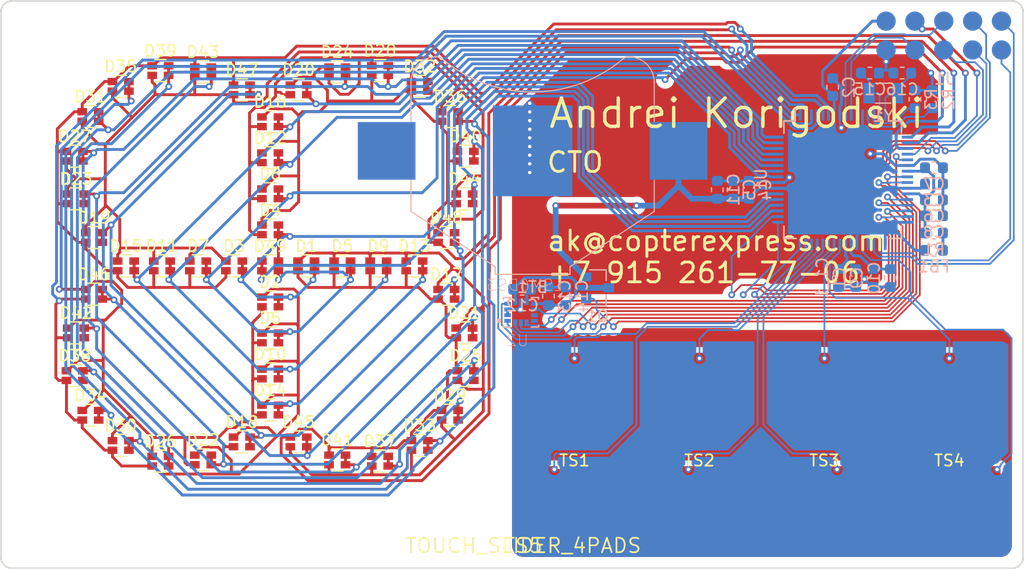
<source format=kicad_pcb>
(kicad_pcb (version 20171130) (host pcbnew 5.0.2+dfsg1-1~bpo9+1)
  (layers (0 F.Cu signal) (31 B.Cu signal) (34 B.Paste user hide) (35 F.Paste user hide) (36 B.SilkS user hide) (37 F.SilkS user) (38 B.Mask user hide) (39 F.Mask user hide) (44 Edge.Cuts user))
  (net 0 "")
  (net 1 LED_K0)
  (net 2 LED_K1)
  (net 3 LED_A0)
  (net 4 LED_K3)
  (net 5 LED_K2)
  (net 6 LED_K4)
  (net 7 LED_K5)
  (net 8 LED_K7)
  (net 9 LED_K6)
  (net 10 LED_K8)
  (net 11 LED_A1)
  (net 12 LED_A2)
  (net 13 LED_A3)
  (net 14 LED_A4)
  (net 15 LED_A5)
  (net 16 LED_A6)
  (net 17 LED_A7)
  (net 18 LED_A8)
  (net 19 VDD)
  (net 20 GND)
  (net 21 N$7)
  (net 22 N$6)
  (net 23 N$13)
  (net 24 N$14)
  (net 25 N$5)
  (net 26 N$19)
  (net 27 N$20)
  (net 28 N$16)
  (net 29 N$15)
  (net 30 N$17)
  (net 31 N$18)
  (net 32 N$12)
  (net 33 N$11)
  (net 34 TOUCH_PAD0)
  (net 35 N$1)
  (net 36 TOUCH_PAD1)
  (net 37 TOUCH_PAD2)
  (net 38 TOUCH_PAD3)
  (net 39 N$21)
  (net 40 N$22)
  (net 41 N$23)
  (net 42 N$8)
  (net 43 N$10)
  (net 44 N$9)
  (net 45 LED_K9)
  (net 46 LED_K10)
  (net 47 LED_K11)
  (net 48 LFXTAL_P)
  (net 49 LFXTAL_N)
  (net 50 IMU_VDD)
  (net 51 N$24)
  (net 52 MCU_AVDD)
  (net 53 N$2)
  (net 54 N$25)
  (module Capacitor_SMD:C_0603_1608Metric (layer B.Cu) (at 163.068 96.647 90)
    (fp_text reference C11 (at 0 1.43 90) (layer B.SilkS) (effects (justify mirror)))
    (fp_text value 47uF)
    (pad 2 smd roundrect (at 0.7875 0 90) (size 0.875 0.95) (layers B.Cu B.Paste B.Mask) (net 20 GND))
    (pad 1 smd roundrect (at -0.7875 0 90) (size 0.875 0.95) (layers B.Cu B.Paste B.Mask) (net 19 VDD))
  )
  (module footprints:LED_DUAL_0606 (layer F.Cu) (at 126.884 103.351)
    (fp_text reference D1 (at 0 -1.75) (layer F.SilkS))
    (fp_text value LED_Dual_AACC)
    (pad 3 smd rect (at 0.725 -0.425) (size 0.85 0.65) (layers F.Cu F.Paste F.Mask) (net 1 LED_K0))
    (pad 4 smd rect (at 0.725 0.425) (size 0.85 0.65) (layers F.Cu F.Paste F.Mask) (net 1 LED_K0))
    (pad 2 smd rect (at -0.725 0.425) (size 0.85 0.65) (layers F.Cu F.Paste F.Mask) (net 11 LED_A1))
    (pad 1 smd rect (at -0.725 -0.425) (size 0.85 0.65) (layers F.Cu F.Paste F.Mask) (net 3 LED_A0))
  )
  (module footprints:LED_DUAL_0606 (layer F.Cu) (at 123.709 106.526)
    (fp_text reference D2 (at 0 -1.75) (layer F.SilkS))
    (fp_text value LED_Dual_AACC)
    (pad 3 smd rect (at 0.725 -0.425) (size 0.85 0.65) (layers F.Cu F.Paste F.Mask) (net 1 LED_K0))
    (pad 4 smd rect (at 0.725 0.425) (size 0.85 0.65) (layers F.Cu F.Paste F.Mask) (net 1 LED_K0))
    (pad 2 smd rect (at -0.725 0.425) (size 0.85 0.65) (layers F.Cu F.Paste F.Mask) (net 13 LED_A3))
    (pad 1 smd rect (at -0.725 -0.425) (size 0.85 0.65) (layers F.Cu F.Paste F.Mask) (net 12 LED_A2))
  )
  (module footprints:LED_DUAL_0606 (layer F.Cu) (at 120.534 103.351)
    (fp_text reference D3 (at 0 -1.75) (layer F.SilkS))
    (fp_text value LED_Dual_AACC)
    (pad 3 smd rect (at 0.725 -0.425) (size 0.85 0.65) (layers F.Cu F.Paste F.Mask) (net 1 LED_K0))
    (pad 4 smd rect (at 0.725 0.425) (size 0.85 0.65) (layers F.Cu F.Paste F.Mask) (net 1 LED_K0))
    (pad 2 smd rect (at -0.725 0.425) (size 0.85 0.65) (layers F.Cu F.Paste F.Mask) (net 15 LED_A5))
    (pad 1 smd rect (at -0.725 -0.425) (size 0.85 0.65) (layers F.Cu F.Paste F.Mask) (net 14 LED_A4))
  )
  (module footprints:LED_DUAL_0606 (layer F.Cu) (at 123.709 100.176)
    (fp_text reference D4 (at 0 -1.75) (layer F.SilkS))
    (fp_text value LED_Dual_AACC)
    (pad 3 smd rect (at 0.725 -0.425) (size 0.85 0.65) (layers F.Cu F.Paste F.Mask) (net 1 LED_K0))
    (pad 4 smd rect (at 0.725 0.425) (size 0.85 0.65) (layers F.Cu F.Paste F.Mask) (net 1 LED_K0))
    (pad 2 smd rect (at -0.725 0.425) (size 0.85 0.65) (layers F.Cu F.Paste F.Mask) (net 17 LED_A7))
    (pad 1 smd rect (at -0.725 -0.425) (size 0.85 0.65) (layers F.Cu F.Paste F.Mask) (net 16 LED_A6))
  )
  (module footprints:LED_DUAL_0606 (layer F.Cu) (at 130.059 103.351)
    (fp_text reference D5 (at 0 -1.75) (layer F.SilkS))
    (fp_text value LED_Dual_AACC)
    (pad 3 smd rect (at 0.725 -0.425) (size 0.85 0.65) (layers F.Cu F.Paste F.Mask) (net 2 LED_K1))
    (pad 4 smd rect (at 0.725 0.425) (size 0.85 0.65) (layers F.Cu F.Paste F.Mask) (net 2 LED_K1))
    (pad 2 smd rect (at -0.725 0.425) (size 0.85 0.65) (layers F.Cu F.Paste F.Mask) (net 11 LED_A1))
    (pad 1 smd rect (at -0.725 -0.425) (size 0.85 0.65) (layers F.Cu F.Paste F.Mask) (net 3 LED_A0))
  )
  (module footprints:LED_DUAL_0606 (layer F.Cu) (at 123.709 109.701)
    (fp_text reference D6 (at 0 -1.75) (layer F.SilkS))
    (fp_text value LED_Dual_AACC)
    (pad 3 smd rect (at 0.725 -0.425) (size 0.85 0.65) (layers F.Cu F.Paste F.Mask) (net 2 LED_K1))
    (pad 4 smd rect (at 0.725 0.425) (size 0.85 0.65) (layers F.Cu F.Paste F.Mask) (net 2 LED_K1))
    (pad 2 smd rect (at -0.725 0.425) (size 0.85 0.65) (layers F.Cu F.Paste F.Mask) (net 13 LED_A3))
    (pad 1 smd rect (at -0.725 -0.425) (size 0.85 0.65) (layers F.Cu F.Paste F.Mask) (net 12 LED_A2))
  )
  (module footprints:LED_DUAL_0606 (layer F.Cu) (at 117.359 103.351)
    (fp_text reference D7 (at 0 -1.75) (layer F.SilkS))
    (fp_text value LED_Dual_AACC)
    (pad 3 smd rect (at 0.725 -0.425) (size 0.85 0.65) (layers F.Cu F.Paste F.Mask) (net 2 LED_K1))
    (pad 4 smd rect (at 0.725 0.425) (size 0.85 0.65) (layers F.Cu F.Paste F.Mask) (net 2 LED_K1))
    (pad 2 smd rect (at -0.725 0.425) (size 0.85 0.65) (layers F.Cu F.Paste F.Mask) (net 15 LED_A5))
    (pad 1 smd rect (at -0.725 -0.425) (size 0.85 0.65) (layers F.Cu F.Paste F.Mask) (net 14 LED_A4))
  )
  (module footprints:LED_DUAL_0606 (layer F.Cu) (at 123.709 97.001)
    (fp_text reference D8 (at 0 -1.75) (layer F.SilkS))
    (fp_text value LED_Dual_AACC)
    (pad 3 smd rect (at 0.725 -0.425) (size 0.85 0.65) (layers F.Cu F.Paste F.Mask) (net 2 LED_K1))
    (pad 4 smd rect (at 0.725 0.425) (size 0.85 0.65) (layers F.Cu F.Paste F.Mask) (net 2 LED_K1))
    (pad 2 smd rect (at -0.725 0.425) (size 0.85 0.65) (layers F.Cu F.Paste F.Mask) (net 17 LED_A7))
    (pad 1 smd rect (at -0.725 -0.425) (size 0.85 0.65) (layers F.Cu F.Paste F.Mask) (net 16 LED_A6))
  )
  (module footprints:LED_DUAL_0606 (layer F.Cu) (at 133.234 103.351)
    (fp_text reference D9 (at 0 -1.75) (layer F.SilkS))
    (fp_text value LED_Dual_AACC)
    (pad 3 smd rect (at 0.725 -0.425) (size 0.85 0.65) (layers F.Cu F.Paste F.Mask) (net 5 LED_K2))
    (pad 4 smd rect (at 0.725 0.425) (size 0.85 0.65) (layers F.Cu F.Paste F.Mask) (net 5 LED_K2))
    (pad 2 smd rect (at -0.725 0.425) (size 0.85 0.65) (layers F.Cu F.Paste F.Mask) (net 11 LED_A1))
    (pad 1 smd rect (at -0.725 -0.425) (size 0.85 0.65) (layers F.Cu F.Paste F.Mask) (net 3 LED_A0))
  )
  (module footprints:LED_DUAL_0606 (layer F.Cu) (at 123.709 112.875999)
    (fp_text reference D10 (at 0 -1.75) (layer F.SilkS))
    (fp_text value LED_Dual_AACC)
    (pad 3 smd rect (at 0.725 -0.425) (size 0.85 0.65) (layers F.Cu F.Paste F.Mask) (net 5 LED_K2))
    (pad 4 smd rect (at 0.725 0.425) (size 0.85 0.65) (layers F.Cu F.Paste F.Mask) (net 5 LED_K2))
    (pad 2 smd rect (at -0.725 0.425) (size 0.85 0.65) (layers F.Cu F.Paste F.Mask) (net 13 LED_A3))
    (pad 1 smd rect (at -0.725 -0.425) (size 0.85 0.65) (layers F.Cu F.Paste F.Mask) (net 12 LED_A2))
  )
  (module footprints:LED_DUAL_0606 (layer F.Cu) (at 114.184 103.351)
    (fp_text reference D11 (at 0 -1.75) (layer F.SilkS))
    (fp_text value LED_Dual_AACC)
    (pad 3 smd rect (at 0.725 -0.425) (size 0.85 0.65) (layers F.Cu F.Paste F.Mask) (net 5 LED_K2))
    (pad 4 smd rect (at 0.725 0.425) (size 0.85 0.65) (layers F.Cu F.Paste F.Mask) (net 5 LED_K2))
    (pad 2 smd rect (at -0.725 0.425) (size 0.85 0.65) (layers F.Cu F.Paste F.Mask) (net 15 LED_A5))
    (pad 1 smd rect (at -0.725 -0.425) (size 0.85 0.65) (layers F.Cu F.Paste F.Mask) (net 14 LED_A4))
  )
  (module footprints:LED_DUAL_0606 (layer F.Cu) (at 123.709 93.826)
    (fp_text reference D12 (at 0 -1.75) (layer F.SilkS))
    (fp_text value LED_Dual_AACC)
    (pad 3 smd rect (at 0.725 -0.425) (size 0.85 0.65) (layers F.Cu F.Paste F.Mask) (net 5 LED_K2))
    (pad 4 smd rect (at 0.725 0.425) (size 0.85 0.65) (layers F.Cu F.Paste F.Mask) (net 5 LED_K2))
    (pad 2 smd rect (at -0.725 0.425) (size 0.85 0.65) (layers F.Cu F.Paste F.Mask) (net 17 LED_A7))
    (pad 1 smd rect (at -0.725 -0.425) (size 0.85 0.65) (layers F.Cu F.Paste F.Mask) (net 16 LED_A6))
  )
  (module footprints:LED_DUAL_0606 (layer F.Cu) (at 136.409 103.351)
    (fp_text reference D13 (at 0 -1.75) (layer F.SilkS))
    (fp_text value LED_Dual_AACC)
    (pad 3 smd rect (at 0.725 -0.425) (size 0.85 0.65) (layers F.Cu F.Paste F.Mask) (net 4 LED_K3))
    (pad 4 smd rect (at 0.725 0.425) (size 0.85 0.65) (layers F.Cu F.Paste F.Mask) (net 4 LED_K3))
    (pad 2 smd rect (at -0.725 0.425) (size 0.85 0.65) (layers F.Cu F.Paste F.Mask) (net 11 LED_A1))
    (pad 1 smd rect (at -0.725 -0.425) (size 0.85 0.65) (layers F.Cu F.Paste F.Mask) (net 3 LED_A0))
  )
  (module footprints:LED_DUAL_0606 (layer F.Cu) (at 123.709 116.051)
    (fp_text reference D14 (at 0 -1.75) (layer F.SilkS))
    (fp_text value LED_Dual_AACC)
    (pad 3 smd rect (at 0.725 -0.425) (size 0.85 0.65) (layers F.Cu F.Paste F.Mask) (net 4 LED_K3))
    (pad 4 smd rect (at 0.725 0.425) (size 0.85 0.65) (layers F.Cu F.Paste F.Mask) (net 4 LED_K3))
    (pad 2 smd rect (at -0.725 0.425) (size 0.85 0.65) (layers F.Cu F.Paste F.Mask) (net 13 LED_A3))
    (pad 1 smd rect (at -0.725 -0.425) (size 0.85 0.65) (layers F.Cu F.Paste F.Mask) (net 12 LED_A2))
  )
  (module footprints:LED_DUAL_0606 (layer F.Cu) (at 111.009 103.351)
    (fp_text reference D15 (at 0 -1.75) (layer F.SilkS))
    (fp_text value LED_Dual_AACC)
    (pad 3 smd rect (at 0.725 -0.425) (size 0.85 0.65) (layers F.Cu F.Paste F.Mask) (net 4 LED_K3))
    (pad 4 smd rect (at 0.725 0.425) (size 0.85 0.65) (layers F.Cu F.Paste F.Mask) (net 4 LED_K3))
    (pad 2 smd rect (at -0.725 0.425) (size 0.85 0.65) (layers F.Cu F.Paste F.Mask) (net 15 LED_A5))
    (pad 1 smd rect (at -0.725 -0.425) (size 0.85 0.65) (layers F.Cu F.Paste F.Mask) (net 14 LED_A4))
  )
  (module footprints:LED_DUAL_0606 (layer F.Cu) (at 123.709 90.651)
    (fp_text reference D16 (at 0 -1.75) (layer F.SilkS))
    (fp_text value LED_Dual_AACC)
    (pad 3 smd rect (at 0.725 -0.425) (size 0.85 0.65) (layers F.Cu F.Paste F.Mask) (net 4 LED_K3))
    (pad 4 smd rect (at 0.725 0.425) (size 0.85 0.65) (layers F.Cu F.Paste F.Mask) (net 4 LED_K3))
    (pad 2 smd rect (at -0.725 0.425) (size 0.85 0.65) (layers F.Cu F.Paste F.Mask) (net 17 LED_A7))
    (pad 1 smd rect (at -0.725 -0.425) (size 0.85 0.65) (layers F.Cu F.Paste F.Mask) (net 16 LED_A6))
  )
  (module footprints:LED_DUAL_0606 (layer F.Cu) (at 139.217852 105.850666)
    (fp_text reference D17 (at 0 -1.75) (layer F.SilkS))
    (fp_text value LED_Dual_AACC)
    (pad 3 smd rect (at 0.725 -0.425) (size 0.85 0.65) (layers F.Cu F.Paste F.Mask) (net 6 LED_K4))
    (pad 4 smd rect (at 0.725 0.425) (size 0.85 0.65) (layers F.Cu F.Paste F.Mask) (net 6 LED_K4))
    (pad 2 smd rect (at -0.725 0.425) (size 0.85 0.65) (layers F.Cu F.Paste F.Mask) (net 11 LED_A1))
    (pad 1 smd rect (at -0.725 -0.425) (size 0.85 0.65) (layers F.Cu F.Paste F.Mask) (net 3 LED_A0))
  )
  (module footprints:LED_DUAL_0606 (layer F.Cu) (at 121.209333 118.859852)
    (fp_text reference D18 (at 0 -1.75) (layer F.SilkS))
    (fp_text value LED_Dual_AACC)
    (pad 3 smd rect (at 0.725 -0.425) (size 0.85 0.65) (layers F.Cu F.Paste F.Mask) (net 6 LED_K4))
    (pad 4 smd rect (at 0.725 0.425) (size 0.85 0.65) (layers F.Cu F.Paste F.Mask) (net 6 LED_K4))
    (pad 2 smd rect (at -0.725 0.425) (size 0.85 0.65) (layers F.Cu F.Paste F.Mask) (net 13 LED_A3))
    (pad 1 smd rect (at -0.725 -0.425) (size 0.85 0.65) (layers F.Cu F.Paste F.Mask) (net 12 LED_A2))
  )
  (module footprints:LED_DUAL_0606 (layer F.Cu) (at 108.200147 100.851333)
    (fp_text reference D19 (at 0 -1.75) (layer F.SilkS))
    (fp_text value LED_Dual_AACC)
    (pad 3 smd rect (at 0.725 -0.425) (size 0.85 0.65) (layers F.Cu F.Paste F.Mask) (net 6 LED_K4))
    (pad 4 smd rect (at 0.725 0.425) (size 0.85 0.65) (layers F.Cu F.Paste F.Mask) (net 6 LED_K4))
    (pad 2 smd rect (at -0.725 0.425) (size 0.85 0.65) (layers F.Cu F.Paste F.Mask) (net 15 LED_A5))
    (pad 1 smd rect (at -0.725 -0.425) (size 0.85 0.65) (layers F.Cu F.Paste F.Mask) (net 14 LED_A4))
  )
  (module footprints:LED_DUAL_0606 (layer F.Cu) (at 126.208666 87.842147)
    (fp_text reference D20 (at 0 -1.75) (layer F.SilkS))
    (fp_text value LED_Dual_AACC)
    (pad 3 smd rect (at 0.725 -0.425) (size 0.85 0.65) (layers F.Cu F.Paste F.Mask) (net 6 LED_K4))
    (pad 4 smd rect (at 0.725 0.425) (size 0.85 0.65) (layers F.Cu F.Paste F.Mask) (net 6 LED_K4))
    (pad 2 smd rect (at -0.725 0.425) (size 0.85 0.65) (layers F.Cu F.Paste F.Mask) (net 17 LED_A7))
    (pad 1 smd rect (at -0.725 -0.425) (size 0.85 0.65) (layers F.Cu F.Paste F.Mask) (net 16 LED_A6))
  )
  (module footprints:LED_DUAL_0606 (layer F.Cu) (at 140.806919 109.258431)
    (fp_text reference D21 (at 0 -1.75) (layer F.SilkS))
    (fp_text value LED_Dual_AACC)
    (pad 3 smd rect (at 0.725 -0.425) (size 0.85 0.65) (layers F.Cu F.Paste F.Mask) (net 7 LED_K5))
    (pad 4 smd rect (at 0.725 0.425) (size 0.85 0.65) (layers F.Cu F.Paste F.Mask) (net 7 LED_K5))
    (pad 2 smd rect (at -0.725 0.425) (size 0.85 0.65) (layers F.Cu F.Paste F.Mask) (net 11 LED_A1))
    (pad 1 smd rect (at -0.725 -0.425) (size 0.85 0.65) (layers F.Cu F.Paste F.Mask) (net 3 LED_A0))
  )
  (module footprints:LED_DUAL_0606 (layer F.Cu) (at 117.801568 120.448919)
    (fp_text reference D22 (at 0 -1.75) (layer F.SilkS))
    (fp_text value LED_Dual_AACC)
    (pad 3 smd rect (at 0.725 -0.425) (size 0.85 0.65) (layers F.Cu F.Paste F.Mask) (net 7 LED_K5))
    (pad 4 smd rect (at 0.725 0.425) (size 0.85 0.65) (layers F.Cu F.Paste F.Mask) (net 7 LED_K5))
    (pad 2 smd rect (at -0.725 0.425) (size 0.85 0.65) (layers F.Cu F.Paste F.Mask) (net 13 LED_A3))
    (pad 1 smd rect (at -0.725 -0.425) (size 0.85 0.65) (layers F.Cu F.Paste F.Mask) (net 12 LED_A2))
  )
  (module footprints:LED_DUAL_0606 (layer F.Cu) (at 106.61108 97.443568)
    (fp_text reference D23 (at 0 -1.75) (layer F.SilkS))
    (fp_text value LED_Dual_AACC)
    (pad 3 smd rect (at 0.725 -0.425) (size 0.85 0.65) (layers F.Cu F.Paste F.Mask) (net 7 LED_K5))
    (pad 4 smd rect (at 0.725 0.425) (size 0.85 0.65) (layers F.Cu F.Paste F.Mask) (net 7 LED_K5))
    (pad 2 smd rect (at -0.725 0.425) (size 0.85 0.65) (layers F.Cu F.Paste F.Mask) (net 15 LED_A5))
    (pad 1 smd rect (at -0.725 -0.425) (size 0.85 0.65) (layers F.Cu F.Paste F.Mask) (net 14 LED_A4))
  )
  (module footprints:LED_DUAL_0606 (layer F.Cu) (at 129.616431 86.25308)
    (fp_text reference D24 (at 0 -1.75) (layer F.SilkS))
    (fp_text value LED_Dual_AACC)
    (pad 3 smd rect (at 0.725 -0.425) (size 0.85 0.65) (layers F.Cu F.Paste F.Mask) (net 7 LED_K5))
    (pad 4 smd rect (at 0.725 0.425) (size 0.85 0.65) (layers F.Cu F.Paste F.Mask) (net 7 LED_K5))
    (pad 2 smd rect (at -0.725 0.425) (size 0.85 0.65) (layers F.Cu F.Paste F.Mask) (net 17 LED_A7))
    (pad 1 smd rect (at -0.725 -0.425) (size 0.85 0.65) (layers F.Cu F.Paste F.Mask) (net 16 LED_A6))
  )
  (module footprints:LED_DUAL_0606 (layer F.Cu) (at 140.916279 113.016892)
    (fp_text reference D25 (at 0 -1.75) (layer F.SilkS))
    (fp_text value LED_Dual_AACC)
    (pad 3 smd rect (at 0.725 -0.425) (size 0.85 0.65) (layers F.Cu F.Paste F.Mask) (net 9 LED_K6))
    (pad 4 smd rect (at 0.725 0.425) (size 0.85 0.65) (layers F.Cu F.Paste F.Mask) (net 9 LED_K6))
    (pad 2 smd rect (at -0.725 0.425) (size 0.85 0.65) (layers F.Cu F.Paste F.Mask) (net 3 LED_A0))
    (pad 1 smd rect (at -0.725 -0.425) (size 0.85 0.65) (layers F.Cu F.Paste F.Mask) (net 11 LED_A1))
  )
  (module footprints:LED_DUAL_0606 (layer F.Cu) (at 114.043107 120.558279)
    (fp_text reference D26 (at 0 -1.75) (layer F.SilkS))
    (fp_text value LED_Dual_AACC)
    (pad 3 smd rect (at 0.725 -0.425) (size 0.85 0.65) (layers F.Cu F.Paste F.Mask) (net 9 LED_K6))
    (pad 4 smd rect (at 0.725 0.425) (size 0.85 0.65) (layers F.Cu F.Paste F.Mask) (net 9 LED_K6))
    (pad 2 smd rect (at -0.725 0.425) (size 0.85 0.65) (layers F.Cu F.Paste F.Mask) (net 12 LED_A2))
    (pad 1 smd rect (at -0.725 -0.425) (size 0.85 0.65) (layers F.Cu F.Paste F.Mask) (net 13 LED_A3))
  )
  (module footprints:LED_DUAL_0606 (layer F.Cu) (at 106.50172 93.685107)
    (fp_text reference D27 (at 0 -1.75) (layer F.SilkS))
    (fp_text value LED_Dual_AACC)
    (pad 3 smd rect (at 0.725 -0.425) (size 0.85 0.65) (layers F.Cu F.Paste F.Mask) (net 9 LED_K6))
    (pad 4 smd rect (at 0.725 0.425) (size 0.85 0.65) (layers F.Cu F.Paste F.Mask) (net 9 LED_K6))
    (pad 2 smd rect (at -0.725 0.425) (size 0.85 0.65) (layers F.Cu F.Paste F.Mask) (net 14 LED_A4))
    (pad 1 smd rect (at -0.725 -0.425) (size 0.85 0.65) (layers F.Cu F.Paste F.Mask) (net 15 LED_A5))
  )
  (module footprints:LED_DUAL_0606 (layer F.Cu) (at 133.374892 86.14372)
    (fp_text reference D28 (at 0 -1.75) (layer F.SilkS))
    (fp_text value LED_Dual_AACC)
    (pad 3 smd rect (at 0.725 -0.425) (size 0.85 0.65) (layers F.Cu F.Paste F.Mask) (net 9 LED_K6))
    (pad 4 smd rect (at 0.725 0.425) (size 0.85 0.65) (layers F.Cu F.Paste F.Mask) (net 9 LED_K6))
    (pad 2 smd rect (at -0.725 0.425) (size 0.85 0.65) (layers F.Cu F.Paste F.Mask) (net 16 LED_A6))
    (pad 1 smd rect (at -0.725 -0.425) (size 0.85 0.65) (layers F.Cu F.Paste F.Mask) (net 17 LED_A7))
  )
  (module footprints:LED_DUAL_0606 (layer F.Cu) (at 139.528045 116.511287)
    (fp_text reference D29 (at 0 -1.75) (layer F.SilkS))
    (fp_text value LED_Dual_AACC)
    (pad 3 smd rect (at 0.725 -0.425) (size 0.85 0.65) (layers F.Cu F.Paste F.Mask) (net 8 LED_K7))
    (pad 4 smd rect (at 0.725 0.425) (size 0.85 0.65) (layers F.Cu F.Paste F.Mask) (net 8 LED_K7))
    (pad 2 smd rect (at -0.725 0.425) (size 0.85 0.65) (layers F.Cu F.Paste F.Mask) (net 3 LED_A0))
    (pad 1 smd rect (at -0.725 -0.425) (size 0.85 0.65) (layers F.Cu F.Paste F.Mask) (net 11 LED_A1))
  )
  (module footprints:LED_DUAL_0606 (layer F.Cu) (at 110.548712 119.170045)
    (fp_text reference D30 (at 0 -1.75) (layer F.SilkS))
    (fp_text value LED_Dual_AACC)
    (pad 3 smd rect (at 0.725 -0.425) (size 0.85 0.65) (layers F.Cu F.Paste F.Mask) (net 8 LED_K7))
    (pad 4 smd rect (at 0.725 0.425) (size 0.85 0.65) (layers F.Cu F.Paste F.Mask) (net 8 LED_K7))
    (pad 2 smd rect (at -0.725 0.425) (size 0.85 0.65) (layers F.Cu F.Paste F.Mask) (net 12 LED_A2))
    (pad 1 smd rect (at -0.725 -0.425) (size 0.85 0.65) (layers F.Cu F.Paste F.Mask) (net 13 LED_A3))
  )
  (module footprints:LED_DUAL_0606 (layer F.Cu) (at 107.889954 90.190712)
    (fp_text reference D31 (at 0 -1.75) (layer F.SilkS))
    (fp_text value LED_Dual_AACC)
    (pad 3 smd rect (at 0.725 -0.425) (size 0.85 0.65) (layers F.Cu F.Paste F.Mask) (net 8 LED_K7))
    (pad 4 smd rect (at 0.725 0.425) (size 0.85 0.65) (layers F.Cu F.Paste F.Mask) (net 8 LED_K7))
    (pad 2 smd rect (at -0.725 0.425) (size 0.85 0.65) (layers F.Cu F.Paste F.Mask) (net 14 LED_A4))
    (pad 1 smd rect (at -0.725 -0.425) (size 0.85 0.65) (layers F.Cu F.Paste F.Mask) (net 15 LED_A5))
  )
  (module footprints:LED_DUAL_0606 (layer F.Cu) (at 136.869287 87.531954)
    (fp_text reference D32 (at 0 -1.75) (layer F.SilkS))
    (fp_text value LED_Dual_AACC)
    (pad 3 smd rect (at 0.725 -0.425) (size 0.85 0.65) (layers F.Cu F.Paste F.Mask) (net 8 LED_K7))
    (pad 4 smd rect (at 0.725 0.425) (size 0.85 0.65) (layers F.Cu F.Paste F.Mask) (net 8 LED_K7))
    (pad 2 smd rect (at -0.725 0.425) (size 0.85 0.65) (layers F.Cu F.Paste F.Mask) (net 16 LED_A6))
    (pad 1 smd rect (at -0.725 -0.425) (size 0.85 0.65) (layers F.Cu F.Paste F.Mask) (net 17 LED_A7))
  )
  (module footprints:LED_DUAL_0606 (layer F.Cu) (at 136.869287 119.170045)
    (fp_text reference D33 (at 0 -1.75) (layer F.SilkS))
    (fp_text value LED_Dual_AACC)
    (pad 3 smd rect (at 0.725 -0.425) (size 0.85 0.65) (layers F.Cu F.Paste F.Mask) (net 10 LED_K8))
    (pad 4 smd rect (at 0.725 0.425) (size 0.85 0.65) (layers F.Cu F.Paste F.Mask) (net 10 LED_K8))
    (pad 2 smd rect (at -0.725 0.425) (size 0.85 0.65) (layers F.Cu F.Paste F.Mask) (net 3 LED_A0))
    (pad 1 smd rect (at -0.725 -0.425) (size 0.85 0.65) (layers F.Cu F.Paste F.Mask) (net 11 LED_A1))
  )
  (module footprints:LED_DUAL_0606 (layer F.Cu) (at 107.889954 116.511287)
    (fp_text reference D34 (at 0 -1.75) (layer F.SilkS))
    (fp_text value LED_Dual_AACC)
    (pad 3 smd rect (at 0.725 -0.425) (size 0.85 0.65) (layers F.Cu F.Paste F.Mask) (net 10 LED_K8))
    (pad 4 smd rect (at 0.725 0.425) (size 0.85 0.65) (layers F.Cu F.Paste F.Mask) (net 10 LED_K8))
    (pad 2 smd rect (at -0.725 0.425) (size 0.85 0.65) (layers F.Cu F.Paste F.Mask) (net 12 LED_A2))
    (pad 1 smd rect (at -0.725 -0.425) (size 0.85 0.65) (layers F.Cu F.Paste F.Mask) (net 13 LED_A3))
  )
  (module footprints:LED_DUAL_0606 (layer F.Cu) (at 110.548712 87.531954)
    (fp_text reference D35 (at 0 -1.75) (layer F.SilkS))
    (fp_text value LED_Dual_AACC)
    (pad 3 smd rect (at 0.725 -0.425) (size 0.85 0.65) (layers F.Cu F.Paste F.Mask) (net 10 LED_K8))
    (pad 4 smd rect (at 0.725 0.425) (size 0.85 0.65) (layers F.Cu F.Paste F.Mask) (net 10 LED_K8))
    (pad 2 smd rect (at -0.725 0.425) (size 0.85 0.65) (layers F.Cu F.Paste F.Mask) (net 14 LED_A4))
    (pad 1 smd rect (at -0.725 -0.425) (size 0.85 0.65) (layers F.Cu F.Paste F.Mask) (net 15 LED_A5))
  )
  (module footprints:LED_DUAL_0606 (layer F.Cu) (at 139.528045 90.190712)
    (fp_text reference D36 (at 0 -1.75) (layer F.SilkS))
    (fp_text value LED_Dual_AACC)
    (pad 3 smd rect (at 0.725 -0.425) (size 0.85 0.65) (layers F.Cu F.Paste F.Mask) (net 10 LED_K8))
    (pad 4 smd rect (at 0.725 0.425) (size 0.85 0.65) (layers F.Cu F.Paste F.Mask) (net 10 LED_K8))
    (pad 2 smd rect (at -0.725 0.425) (size 0.85 0.65) (layers F.Cu F.Paste F.Mask) (net 16 LED_A6))
    (pad 1 smd rect (at -0.725 -0.425) (size 0.85 0.65) (layers F.Cu F.Paste F.Mask) (net 17 LED_A7))
  )
  (module footprints:LED_DUAL_0606 (layer F.Cu) (at 133.374892 120.558279)
    (fp_text reference D37 (at 0 -1.75) (layer F.SilkS))
    (fp_text value LED_Dual_AACC)
    (pad 3 smd rect (at 0.725 -0.425) (size 0.85 0.65) (layers F.Cu F.Paste F.Mask) (net 45 LED_K9))
    (pad 4 smd rect (at 0.725 0.425) (size 0.85 0.65) (layers F.Cu F.Paste F.Mask) (net 45 LED_K9))
    (pad 2 smd rect (at -0.725 0.425) (size 0.85 0.65) (layers F.Cu F.Paste F.Mask) (net 3 LED_A0))
    (pad 1 smd rect (at -0.725 -0.425) (size 0.85 0.65) (layers F.Cu F.Paste F.Mask) (net 11 LED_A1))
  )
  (module footprints:LED_DUAL_0606 (layer F.Cu) (at 106.50172 113.016892)
    (fp_text reference D38 (at 0 -1.75) (layer F.SilkS))
    (fp_text value LED_Dual_AACC)
    (pad 3 smd rect (at 0.725 -0.425) (size 0.85 0.65) (layers F.Cu F.Paste F.Mask) (net 45 LED_K9))
    (pad 4 smd rect (at 0.725 0.425) (size 0.85 0.65) (layers F.Cu F.Paste F.Mask) (net 45 LED_K9))
    (pad 2 smd rect (at -0.725 0.425) (size 0.85 0.65) (layers F.Cu F.Paste F.Mask) (net 12 LED_A2))
    (pad 1 smd rect (at -0.725 -0.425) (size 0.85 0.65) (layers F.Cu F.Paste F.Mask) (net 13 LED_A3))
  )
  (module footprints:LED_DUAL_0606 (layer F.Cu) (at 114.043107 86.14372)
    (fp_text reference D39 (at 0 -1.75) (layer F.SilkS))
    (fp_text value LED_Dual_AACC)
    (pad 3 smd rect (at 0.725 -0.425) (size 0.85 0.65) (layers F.Cu F.Paste F.Mask) (net 45 LED_K9))
    (pad 4 smd rect (at 0.725 0.425) (size 0.85 0.65) (layers F.Cu F.Paste F.Mask) (net 45 LED_K9))
    (pad 2 smd rect (at -0.725 0.425) (size 0.85 0.65) (layers F.Cu F.Paste F.Mask) (net 14 LED_A4))
    (pad 1 smd rect (at -0.725 -0.425) (size 0.85 0.65) (layers F.Cu F.Paste F.Mask) (net 15 LED_A5))
  )
  (module footprints:LED_DUAL_0606 (layer F.Cu) (at 140.916279 93.685107)
    (fp_text reference D40 (at 0 -1.75) (layer F.SilkS))
    (fp_text value LED_Dual_AACC)
    (pad 3 smd rect (at 0.725 -0.425) (size 0.85 0.65) (layers F.Cu F.Paste F.Mask) (net 45 LED_K9))
    (pad 4 smd rect (at 0.725 0.425) (size 0.85 0.65) (layers F.Cu F.Paste F.Mask) (net 45 LED_K9))
    (pad 2 smd rect (at -0.725 0.425) (size 0.85 0.65) (layers F.Cu F.Paste F.Mask) (net 16 LED_A6))
    (pad 1 smd rect (at -0.725 -0.425) (size 0.85 0.65) (layers F.Cu F.Paste F.Mask) (net 17 LED_A7))
  )
  (module footprints:LED_DUAL_0606 (layer F.Cu) (at 129.616431 120.448919)
    (fp_text reference D41 (at 0 -1.75) (layer F.SilkS))
    (fp_text value LED_Dual_AACC)
    (pad 3 smd rect (at 0.725 -0.425) (size 0.85 0.65) (layers F.Cu F.Paste F.Mask) (net 46 LED_K10))
    (pad 4 smd rect (at 0.725 0.425) (size 0.85 0.65) (layers F.Cu F.Paste F.Mask) (net 46 LED_K10))
    (pad 2 smd rect (at -0.725 0.425) (size 0.85 0.65) (layers F.Cu F.Paste F.Mask) (net 3 LED_A0))
    (pad 1 smd rect (at -0.725 -0.425) (size 0.85 0.65) (layers F.Cu F.Paste F.Mask) (net 11 LED_A1))
  )
  (module footprints:LED_DUAL_0606 (layer F.Cu) (at 106.61108 109.258431)
    (fp_text reference D42 (at 0 -1.75) (layer F.SilkS))
    (fp_text value LED_Dual_AACC)
    (pad 3 smd rect (at 0.725 -0.425) (size 0.85 0.65) (layers F.Cu F.Paste F.Mask) (net 46 LED_K10))
    (pad 4 smd rect (at 0.725 0.425) (size 0.85 0.65) (layers F.Cu F.Paste F.Mask) (net 46 LED_K10))
    (pad 2 smd rect (at -0.725 0.425) (size 0.85 0.65) (layers F.Cu F.Paste F.Mask) (net 12 LED_A2))
    (pad 1 smd rect (at -0.725 -0.425) (size 0.85 0.65) (layers F.Cu F.Paste F.Mask) (net 13 LED_A3))
  )
  (module footprints:LED_DUAL_0606 (layer F.Cu) (at 117.801568 86.25308)
    (fp_text reference D43 (at 0 -1.75) (layer F.SilkS))
    (fp_text value LED_Dual_AACC)
    (pad 3 smd rect (at 0.725 -0.425) (size 0.85 0.65) (layers F.Cu F.Paste F.Mask) (net 46 LED_K10))
    (pad 4 smd rect (at 0.725 0.425) (size 0.85 0.65) (layers F.Cu F.Paste F.Mask) (net 46 LED_K10))
    (pad 2 smd rect (at -0.725 0.425) (size 0.85 0.65) (layers F.Cu F.Paste F.Mask) (net 14 LED_A4))
    (pad 1 smd rect (at -0.725 -0.425) (size 0.85 0.65) (layers F.Cu F.Paste F.Mask) (net 15 LED_A5))
  )
  (module footprints:LED_DUAL_0606 (layer F.Cu) (at 140.806919 97.443568)
    (fp_text reference D44 (at 0 -1.75) (layer F.SilkS))
    (fp_text value LED_Dual_AACC)
    (pad 3 smd rect (at 0.725 -0.425) (size 0.85 0.65) (layers F.Cu F.Paste F.Mask) (net 46 LED_K10))
    (pad 4 smd rect (at 0.725 0.425) (size 0.85 0.65) (layers F.Cu F.Paste F.Mask) (net 46 LED_K10))
    (pad 2 smd rect (at -0.725 0.425) (size 0.85 0.65) (layers F.Cu F.Paste F.Mask) (net 16 LED_A6))
    (pad 1 smd rect (at -0.725 -0.425) (size 0.85 0.65) (layers F.Cu F.Paste F.Mask) (net 17 LED_A7))
  )
  (module footprints:LED_DUAL_0606 (layer F.Cu) (at 126.208666 118.859852)
    (fp_text reference D45 (at 0 -1.75) (layer F.SilkS))
    (fp_text value LED_Dual_AACC)
    (pad 3 smd rect (at 0.725 -0.425) (size 0.85 0.65) (layers F.Cu F.Paste F.Mask) (net 47 LED_K11))
    (pad 4 smd rect (at 0.725 0.425) (size 0.85 0.65) (layers F.Cu F.Paste F.Mask) (net 47 LED_K11))
    (pad 2 smd rect (at -0.725 0.425) (size 0.85 0.65) (layers F.Cu F.Paste F.Mask) (net 3 LED_A0))
    (pad 1 smd rect (at -0.725 -0.425) (size 0.85 0.65) (layers F.Cu F.Paste F.Mask) (net 11 LED_A1))
  )
  (module footprints:LED_DUAL_0606 (layer F.Cu) (at 108.200147 105.850666)
    (fp_text reference D46 (at 0 -1.75) (layer F.SilkS))
    (fp_text value LED_Dual_AACC)
    (pad 3 smd rect (at 0.725 -0.425) (size 0.85 0.65) (layers F.Cu F.Paste F.Mask) (net 47 LED_K11))
    (pad 4 smd rect (at 0.725 0.425) (size 0.85 0.65) (layers F.Cu F.Paste F.Mask) (net 47 LED_K11))
    (pad 2 smd rect (at -0.725 0.425) (size 0.85 0.65) (layers F.Cu F.Paste F.Mask) (net 12 LED_A2))
    (pad 1 smd rect (at -0.725 -0.425) (size 0.85 0.65) (layers F.Cu F.Paste F.Mask) (net 13 LED_A3))
  )
  (module footprints:LED_DUAL_0606 (layer F.Cu) (at 121.209333 87.842147)
    (fp_text reference D47 (at 0 -1.75) (layer F.SilkS))
    (fp_text value LED_Dual_AACC)
    (pad 3 smd rect (at 0.725 -0.425) (size 0.85 0.65) (layers F.Cu F.Paste F.Mask) (net 47 LED_K11))
    (pad 4 smd rect (at 0.725 0.425) (size 0.85 0.65) (layers F.Cu F.Paste F.Mask) (net 47 LED_K11))
    (pad 2 smd rect (at -0.725 0.425) (size 0.85 0.65) (layers F.Cu F.Paste F.Mask) (net 14 LED_A4))
    (pad 1 smd rect (at -0.725 -0.425) (size 0.85 0.65) (layers F.Cu F.Paste F.Mask) (net 15 LED_A5))
  )
  (module footprints:LED_DUAL_0606 (layer F.Cu) (at 139.217852 100.851333)
    (fp_text reference D48 (at 0 -1.75) (layer F.SilkS))
    (fp_text value LED_Dual_AACC)
    (pad 3 smd rect (at 0.725 -0.425) (size 0.85 0.65) (layers F.Cu F.Paste F.Mask) (net 47 LED_K11))
    (pad 4 smd rect (at 0.725 0.425) (size 0.85 0.65) (layers F.Cu F.Paste F.Mask) (net 47 LED_K11))
    (pad 2 smd rect (at -0.725 0.425) (size 0.85 0.65) (layers F.Cu F.Paste F.Mask) (net 16 LED_A6))
    (pad 1 smd rect (at -0.725 -0.425) (size 0.85 0.65) (layers F.Cu F.Paste F.Mask) (net 17 LED_A7))
  )
  (module footprints:LED_DUAL_0606 (layer F.Cu) (at 123.709 103.351)
    (fp_text reference D49 (at 0 -1.75) (layer F.SilkS))
    (fp_text value LED_Dual_AACC)
    (pad 3 smd rect (at 0.725 -0.425) (size 0.85 0.65) (layers F.Cu F.Paste F.Mask) (net 1 LED_K0))
    (pad 4 smd rect (at 0.725 0.425) (size 0.85 0.65) (layers F.Cu F.Paste F.Mask) (net 2 LED_K1))
    (pad 2 smd rect (at -0.725 0.425) (size 0.85 0.65) (layers F.Cu F.Paste F.Mask) (net 18 LED_A8))
    (pad 1 smd rect (at -0.725 -0.425) (size 0.85 0.65) (layers F.Cu F.Paste F.Mask) (net 18 LED_A8))
  )
  (module Resistor_SMD:R_0603_1608Metric (layer B.Cu) (at 182.1435 100.457)
    (fp_text reference R1 (at 0 1.43) (layer B.SilkS) (effects (justify mirror)))
    (fp_text value 1)
    (pad 1 smd roundrect (at 0.7875 0) (size 0.875 0.95) (layers B.Cu B.Paste B.Mask) (net 53 N$2))
    (pad 2 smd roundrect (at -0.7875 0) (size 0.875 0.95) (layers B.Cu B.Paste B.Mask) (net 52 MCU_AVDD))
  )
  (module Package_QFP:LQFP-64_10x10mm_P0.5mm (layer B.Cu) (at 174.10708 95.75756 270)
    (fp_text reference U1 (at 0 7.2 270) (layer B.SilkS) (effects (justify mirror)))
    (fp_text value EFM32LG232F64)
    (pad 64 smd rect (at -3.75 5.7 180) (size 1 0.25) (layers B.Cu B.Paste B.Mask) (net 8 LED_K7))
    (pad 63 smd rect (at -3.25 5.7 180) (size 1 0.25) (layers B.Cu B.Paste B.Mask) (net 9 LED_K6))
    (pad 62 smd rect (at -2.75 5.7 180) (size 1 0.25) (layers B.Cu B.Paste B.Mask) (net 7 LED_K5))
    (pad 61 smd rect (at -2.25 5.7 180) (size 1 0.25) (layers B.Cu B.Paste B.Mask) (net 6 LED_K4))
    (pad 60 smd rect (at -1.75 5.7 180) (size 1 0.25) (layers B.Cu B.Paste B.Mask) (net 4 LED_K3))
    (pad 59 smd rect (at -1.25 5.7 180) (size 1 0.25) (layers B.Cu B.Paste B.Mask) (net 5 LED_K2))
    (pad 58 smd rect (at -0.75 5.7 180) (size 1 0.25) (layers B.Cu B.Paste B.Mask) (net 2 LED_K1))
    (pad 57 smd rect (at -0.25 5.7 180) (size 1 0.25) (layers B.Cu B.Paste B.Mask) (net 1 LED_K0))
    (pad 56 smd rect (at 0.25 5.7 180) (size 1 0.25) (layers B.Cu B.Paste B.Mask) (net 20 GND))
    (pad 55 smd rect (at 0.75 5.7 180) (size 1 0.25) (layers B.Cu B.Paste B.Mask) (net 19 VDD))
    (pad 54 smd rect (at 1.25 5.7 180) (size 1 0.25) (layers B.Cu B.Paste B.Mask) (net 47 LED_K11))
    (pad 53 smd rect (at 1.75 5.7 180) (size 1 0.25) (layers B.Cu B.Paste B.Mask) (net 46 LED_K10))
    (pad 52 smd rect (at 2.25 5.7 180) (size 1 0.25) (layers B.Cu B.Paste B.Mask) (net 45 LED_K9))
    (pad 51 smd rect (at 2.75 5.7 180) (size 1 0.25) (layers B.Cu B.Paste B.Mask) (net 10 LED_K8))
    (pad 50 smd rect (at 3.25 5.7 180) (size 1 0.25) (layers B.Cu B.Paste B.Mask) (net 44 N$9))
    (pad 49 smd rect (at 3.75 5.7 180) (size 1 0.25) (layers B.Cu B.Paste B.Mask) (net 43 N$10))
    (pad 48 smd rect (at 5.7 3.75 270) (size 1 0.25) (layers B.Cu B.Paste B.Mask) (net 42 N$8))
    (pad 47 smd rect (at 5.7 3.25 270) (size 1 0.25) (layers B.Cu B.Paste B.Mask) (net 34 TOUCH_PAD0))
    (pad 46 smd rect (at 5.7 2.75 270) (size 1 0.25) (layers B.Cu B.Paste B.Mask) (net 27 N$20))
    (pad 45 smd rect (at 5.7 2.25 270) (size 1 0.25) (layers B.Cu B.Paste B.Mask) (net 36 TOUCH_PAD1))
    (pad 44 smd rect (at 5.7 1.75 270) (size 1 0.25) (layers B.Cu B.Paste B.Mask) (net 39 N$21))
    (pad 43 smd rect (at 5.7 1.25 270) (size 1 0.25) (layers B.Cu B.Paste B.Mask) (net 40 N$22))
    (pad 42 smd rect (at 5.7 0.75 270) (size 1 0.25) (layers B.Cu B.Paste B.Mask) (net 37 TOUCH_PAD2))
    (pad 41 smd rect (at 5.7 0.25 270) (size 1 0.25) (layers B.Cu B.Paste B.Mask) (net 38 TOUCH_PAD3))
    (pad 40 smd rect (at 5.7 -0.25 270) (size 1 0.25) (layers B.Cu B.Paste B.Mask) (net 35 N$1))
    (pad 39 smd rect (at 5.7 -0.75 270) (size 1 0.25) (layers B.Cu B.Paste B.Mask) (net 19 VDD))
    (pad 38 smd rect (at 5.7 -1.25 270) (size 1 0.25) (layers B.Cu B.Paste B.Mask) (net 19 VDD))
    (pad 37 smd rect (at 5.7 -1.75 270) (size 1 0.25) (layers B.Cu B.Paste B.Mask) (net 41 N$23))
    (pad 36 smd rect (at 5.7 -2.25 270) (size 1 0.25) (layers B.Cu B.Paste B.Mask) (net 19 VDD))
    (pad 35 smd rect (at 5.7 -2.75 270) (size 1 0.25) (layers B.Cu B.Paste B.Mask) (net 33 N$11))
    (pad 34 smd rect (at 5.7 -3.25 270) (size 1 0.25) (layers B.Cu B.Paste B.Mask) (net 32 N$12))
    (pad 33 smd rect (at 5.7 -3.75 270) (size 1 0.25) (layers B.Cu B.Paste B.Mask) (net 19 VDD))
    (pad 32 smd rect (at 3.75 -5.7 180) (size 1 0.25) (layers B.Cu B.Paste B.Mask) (net 19 VDD))
    (pad 31 smd rect (at 3.25 -5.7 180) (size 1 0.25) (layers B.Cu B.Paste B.Mask) (net 30 N$17))
    (pad 30 smd rect (at 2.75 -5.7 180) (size 1 0.25) (layers B.Cu B.Paste B.Mask) (net 28 N$16))
    (pad 29 smd rect (at 2.25 -5.7 180) (size 1 0.25) (layers B.Cu B.Paste B.Mask) (net 24 N$14))
    (pad 28 smd rect (at 1.75 -5.7 180) (size 1 0.25) (layers B.Cu B.Paste B.Mask) (net 29 N$15))
    (pad 27 smd rect (at 1.25 -5.7 180) (size 1 0.25) (layers B.Cu B.Paste B.Mask) (net 52 MCU_AVDD))
    (pad 26 smd rect (at 0.75 -5.7 180) (size 1 0.25) (layers B.Cu B.Paste B.Mask) (net 19 VDD))
    (pad 25 smd rect (at 0.25 -5.7 180) (size 1 0.25) (layers B.Cu B.Paste B.Mask) (net 26 N$19))
    (pad 24 smd rect (at -0.25 -5.7 180) (size 1 0.25) (layers B.Cu B.Paste B.Mask) (net 31 N$18))
    (pad 23 smd rect (at -0.75 -5.7 180) (size 1 0.25) (layers B.Cu B.Paste B.Mask) (net 52 MCU_AVDD))
    (pad 22 smd rect (at -1.25 -5.7 180) (size 1 0.25) (layers B.Cu B.Paste B.Mask) (net 20 GND))
    (pad 21 smd rect (at -1.75 -5.7 180) (size 1 0.25) (layers B.Cu B.Paste B.Mask) (net 23 N$13))
    (pad 20 smd rect (at -2.25 -5.7 180) (size 1 0.25) (layers B.Cu B.Paste B.Mask) (net 25 N$5))
    (pad 19 smd rect (at -2.75 -5.7 180) (size 1 0.25) (layers B.Cu B.Paste B.Mask) (net 18 LED_A8))
    (pad 18 smd rect (at -3.25 -5.7 180) (size 1 0.25) (layers B.Cu B.Paste B.Mask) (net 17 LED_A7))
    (pad 17 smd rect (at -3.75 -5.7 180) (size 1 0.25) (layers B.Cu B.Paste B.Mask) (net 16 LED_A6))
    (pad 16 smd rect (at -5.7 -3.75 270) (size 1 0.25) (layers B.Cu B.Paste B.Mask) (net 49 LFXTAL_N))
    (pad 15 smd rect (at -5.7 -3.25 270) (size 1 0.25) (layers B.Cu B.Paste B.Mask) (net 48 LFXTAL_P))
    (pad 14 smd rect (at -5.7 -2.75 270) (size 1 0.25) (layers B.Cu B.Paste B.Mask) (net 54 N$25))
    (pad 13 smd rect (at -5.7 -2.25 270) (size 1 0.25) (layers B.Cu B.Paste B.Mask) (net 51 N$24))
    (pad 12 smd rect (at -5.7 -1.75 270) (size 1 0.25) (layers B.Cu B.Paste B.Mask) (net 19 VDD))
    (pad 11 smd rect (at -5.7 -1.25 270) (size 1 0.25) (layers B.Cu B.Paste B.Mask) (net 19 VDD))
    (pad 10 smd rect (at -5.7 -0.75 270) (size 1 0.25) (layers B.Cu B.Paste B.Mask) (net 22 N$6))
    (pad 9 smd rect (at -5.7 -0.25 270) (size 1 0.25) (layers B.Cu B.Paste B.Mask) (net 21 N$7))
    (pad 8 smd rect (at -5.7 0.25 270) (size 1 0.25) (layers B.Cu B.Paste B.Mask) (net 20 GND))
    (pad 7 smd rect (at -5.7 0.75 270) (size 1 0.25) (layers B.Cu B.Paste B.Mask) (net 19 VDD))
    (pad 6 smd rect (at -5.7 1.25 270) (size 1 0.25) (layers B.Cu B.Paste B.Mask) (net 15 LED_A5))
    (pad 5 smd rect (at -5.7 1.75 270) (size 1 0.25) (layers B.Cu B.Paste B.Mask) (net 14 LED_A4))
    (pad 4 smd rect (at -5.7 2.25 270) (size 1 0.25) (layers B.Cu B.Paste B.Mask) (net 13 LED_A3))
    (pad 3 smd rect (at -5.7 2.75 270) (size 1 0.25) (layers B.Cu B.Paste B.Mask) (net 12 LED_A2))
    (pad 2 smd rect (at -5.7 3.25 270) (size 1 0.25) (layers B.Cu B.Paste B.Mask) (net 11 LED_A1))
    (pad 1 smd rect (at -5.7 3.75 270) (size 1 0.25) (layers B.Cu B.Paste B.Mask) (net 3 LED_A0))
  )
  (module Crystal:Crystal_SMD_3215-2Pin_3.2x1.5mm (layer B.Cu) (at 177.673 88.138)
    (fp_text reference Y1 (at 0 2) (layer B.SilkS) (effects (justify mirror)))
    (fp_text value 32768Hz)
    (pad 1 smd rect (at -1.25 0) (size 1 1.8) (layers B.Cu B.Paste B.Mask) (net 48 LFXTAL_P))
    (pad 2 smd rect (at 1.25 0) (size 1 1.8) (layers B.Cu B.Paste B.Mask) (net 49 LFXTAL_N))
  )
  (module Capacitor_SMD:C_0603_1608Metric (layer B.Cu) (at 175.26 104.4195 270)
    (fp_text reference C1 (at 0 1.43 270) (layer B.SilkS) (effects (justify mirror)))
    (fp_text value 1uF)
    (pad 2 smd roundrect (at 0.7875 0 270) (size 0.875 0.95) (layers B.Cu B.Paste B.Mask) (net 20 GND))
    (pad 1 smd roundrect (at -0.7875 0 270) (size 0.875 0.95) (layers B.Cu B.Paste B.Mask) (net 35 N$1))
  )
  (module Capacitor_SMD:C_0603_1608Metric (layer B.Cu) (at 182.1435 96.139)
    (fp_text reference C3 (at 0 1.43) (layer B.SilkS) (effects (justify mirror)))
    (fp_text value 0.1uF)
    (pad 2 smd roundrect (at 0.7875 0) (size 0.875 0.95) (layers B.Cu B.Paste B.Mask) (net 20 GND))
    (pad 1 smd roundrect (at -0.7875 0) (size 0.875 0.95) (layers B.Cu B.Paste B.Mask) (net 19 VDD))
  )
  (module Capacitor_SMD:C_0603_1608Metric (layer B.Cu) (at 165.862 96.647 90)
    (fp_text reference C4 (at 0 1.43 90) (layer B.SilkS) (effects (justify mirror)))
    (fp_text value 0.1uF)
    (pad 2 smd roundrect (at 0.7875 0 90) (size 0.875 0.95) (layers B.Cu B.Paste B.Mask) (net 20 GND))
    (pad 1 smd roundrect (at -0.7875 0 90) (size 0.875 0.95) (layers B.Cu B.Paste B.Mask) (net 19 VDD))
  )
  (module Capacitor_SMD:C_0603_1608Metric (layer B.Cu) (at 164.465 96.647 90)
    (fp_text reference C5 (at 0 1.43 90) (layer B.SilkS) (effects (justify mirror)))
    (fp_text value 1uF)
    (pad 2 smd roundrect (at 0.7875 0 90) (size 0.875 0.95) (layers B.Cu B.Paste B.Mask) (net 20 GND))
    (pad 1 smd roundrect (at -0.7875 0 90) (size 0.875 0.95) (layers B.Cu B.Paste B.Mask) (net 19 VDD))
  )
  (module Capacitor_SMD:C_0603_1608Metric (layer B.Cu) (at 182.1435 97.536)
    (fp_text reference C6 (at 0 1.43) (layer B.SilkS) (effects (justify mirror)))
    (fp_text value 10nF)
    (pad 1 smd roundrect (at -0.7875 0) (size 0.875 0.95) (layers B.Cu B.Paste B.Mask) (net 52 MCU_AVDD))
    (pad 2 smd roundrect (at 0.7875 0) (size 0.875 0.95) (layers B.Cu B.Paste B.Mask) (net 20 GND))
  )
  (module Capacitor_SMD:C_0603_1608Metric (layer B.Cu) (at 182.1435 94.7039)
    (fp_text reference C7 (at 0 1.43) (layer B.SilkS) (effects (justify mirror)))
    (fp_text value 10nF)
    (pad 2 smd roundrect (at 0.7875 0) (size 0.875 0.95) (layers B.Cu B.Paste B.Mask) (net 20 GND))
    (pad 1 smd roundrect (at -0.7875 0) (size 0.875 0.95) (layers B.Cu B.Paste B.Mask) (net 52 MCU_AVDD))
  )
  (module Capacitor_SMD:C_0603_1608Metric (layer B.Cu) (at 182.1435 98.933)
    (fp_text reference C8 (at 0 1.43) (layer B.SilkS) (effects (justify mirror)))
    (fp_text value 10uF)
    (pad 2 smd roundrect (at 0.7875 0) (size 0.875 0.95) (layers B.Cu B.Paste B.Mask) (net 20 GND))
    (pad 1 smd roundrect (at -0.7875 0) (size 0.875 0.95) (layers B.Cu B.Paste B.Mask) (net 52 MCU_AVDD))
  )
  (module Capacitor_SMD:C_0603_1608Metric (layer B.Cu) (at 176.784 104.4195 270)
    (fp_text reference C9 (at 0 1.43 270) (layer B.SilkS) (effects (justify mirror)))
    (fp_text value 0.1uF)
    (pad 2 smd roundrect (at 0.7875 0 270) (size 0.875 0.95) (layers B.Cu B.Paste B.Mask) (net 20 GND))
    (pad 1 smd roundrect (at -0.7875 0 270) (size 0.875 0.95) (layers B.Cu B.Paste B.Mask) (net 19 VDD))
  )
  (module Capacitor_SMD:C_0603_1608Metric (layer B.Cu) (at 178.308 104.4195 270)
    (fp_text reference C10 (at 0 1.43 270) (layer B.SilkS) (effects (justify mirror)))
    (fp_text value 10uF)
    (pad 2 smd roundrect (at 0.7875 0 270) (size 0.875 0.95) (layers B.Cu B.Paste B.Mask) (net 20 GND))
    (pad 1 smd roundrect (at -0.7875 0 270) (size 0.875 0.95) (layers B.Cu B.Paste B.Mask) (net 19 VDD))
  )
  (module Capacitor_SMD:C_0603_1608Metric (layer B.Cu) (at 145.8975 105.41)
    (fp_text reference C12 (at 0 1.43) (layer B.SilkS) (effects (justify mirror)))
    (fp_text value 0.1uF)
    (pad 2 smd roundrect (at 0.7875 0) (size 0.875 0.95) (layers B.Cu B.Paste B.Mask) (net 20 GND))
    (pad 1 smd roundrect (at -0.7875 0) (size 0.875 0.95) (layers B.Cu B.Paste B.Mask) (net 50 IMU_VDD))
  )
  (module Capacitor_SMD:C_0603_1608Metric (layer B.Cu) (at 148.209 106.0195 90)
    (fp_text reference C13 (at 0 1.43 90) (layer B.SilkS) (effects (justify mirror)))
    (fp_text value 0.1uF)
    (pad 2 smd roundrect (at 0.7875 0 90) (size 0.875 0.95) (layers B.Cu B.Paste B.Mask) (net 20 GND))
    (pad 1 smd roundrect (at -0.7875 0 90) (size 0.875 0.95) (layers B.Cu B.Paste B.Mask) (net 50 IMU_VDD))
  )
  (module Resistor_SMD:R_0603_1608Metric (layer B.Cu) (at 181.991 88.6715 90)
    (fp_text reference R2 (at 0 1.43 90) (layer B.SilkS) (effects (justify mirror)))
    (fp_text value 0)
    (pad 2 smd roundrect (at 0.7875 0 90) (size 0.875 0.95) (layers B.Cu B.Paste B.Mask) (net 20 GND))
    (pad 1 smd roundrect (at -0.7875 0 90) (size 0.875 0.95) (layers B.Cu B.Paste B.Mask) (net 51 N$24))
  )
  (module footprints:LSM6DS3 (layer B.Cu) (at 145.7844 107.4416)
    (fp_text reference U2 (at -0.31031 2.48754) (layer B.SilkS) (effects (font (size 1.00102 1.00102) (thickness 0.05)) (justify mirror)))
    (fp_text value LSM6DS3 (at 0.325055 -2.39047) (layer B.SilkS) (effects (font (size 1.0002 1.0002) (thickness 0.05)) (justify mirror)))
    (pad 4 smd rect (at -1.175 -0.75 180) (size 0.58 0.35) (layers B.Cu B.Paste B.Mask) (net 31 N$18))
    (pad 3 smd rect (at -1.175 -0.25 180) (size 0.58 0.35) (layers B.Cu B.Paste B.Mask) (net 20 GND))
    (pad 2 smd rect (at -1.175 0.25 180) (size 0.58 0.35) (layers B.Cu B.Paste B.Mask) (net 20 GND))
    (pad 1 smd rect (at -1.175 0.75 180) (size 0.58 0.35) (layers B.Cu B.Paste B.Mask) (net 24 N$14))
    (pad 7 smd rect (at 0.5 -0.925 270) (size 0.58 0.35) (layers B.Cu B.Paste B.Mask) (net 20 GND))
    (pad 6 smd rect (at 0 -0.925 270) (size 0.58 0.35) (layers B.Cu B.Paste B.Mask) (net 20 GND))
    (pad 5 smd rect (at -0.5 -0.925 270) (size 0.58 0.35) (layers B.Cu B.Paste B.Mask) (net 50 IMU_VDD))
    (pad 8 smd rect (at 1.175 -0.75 180) (size 0.58 0.35) (layers B.Cu B.Paste B.Mask) (net 50 IMU_VDD))
    (pad 9 smd rect (at 1.175 -0.25 180) (size 0.58 0.35) (layers B.Cu B.Paste B.Mask) (net 26 N$19))
    (pad 10 smd rect (at 1.175 0.25 180) (size 0.58 0.35) (layers B.Cu B.Paste B.Mask))
    (pad 11 smd rect (at 1.175 0.75 180) (size 0.58 0.35) (layers B.Cu B.Paste B.Mask))
    (pad 12 smd rect (at 0.5 0.925 270) (size 0.58 0.35) (layers B.Cu B.Paste B.Mask) (net 30 N$17))
    (pad 13 smd rect (at 0 0.925 270) (size 0.58 0.35) (layers B.Cu B.Paste B.Mask) (net 28 N$16))
    (pad 14 smd rect (at -0.5 0.925 270) (size 0.58 0.35) (layers B.Cu B.Paste B.Mask) (net 29 N$15))
  )
  (module footprints:TouchPad_D8.0mm (layer F.Cu) (at 150.5 115)
    (fp_text reference TS1 (at 0 5.5) (layer F.SilkS))
    (fp_text value TOUCH_PAD)
    (pad 1 smd circle (at 0 0) (size 8 8) (layers F.Cu) (net 34 TOUCH_PAD0))
  )
  (module footprints:TouchPad_D8.0mm (layer F.Cu) (at 161.5 115)
    (fp_text reference TS2 (at 0 5.5) (layer F.SilkS))
    (fp_text value TOUCH_PAD)
    (pad 1 smd circle (at 0 0) (size 8 8) (layers F.Cu) (net 36 TOUCH_PAD1))
  )
  (module footprints:TouchPad_D8.0mm (layer F.Cu) (at 172.5 115)
    (fp_text reference TS3 (at 0 5.5) (layer F.SilkS))
    (fp_text value TOUCH_PAD)
    (pad 1 smd circle (at 0 0) (size 8 8) (layers F.Cu) (net 37 TOUCH_PAD2))
  )
  (module footprints:TouchPad_D8.0mm (layer F.Cu) (at 183.5 115)
    (fp_text reference TS4 (at 0 5.5) (layer F.SilkS))
    (fp_text value TOUCH_PAD)
    (pad 1 smd circle (at 0 0) (size 8 8) (layers F.Cu) (net 38 TOUCH_PAD3))
  )
  (module footprints:TestPoints_2x05_P2.54_D1.7 (layer B.Cu) (at 183.007 83.058)
    (fp_text reference J1 (at 0 3.81) (layer B.SilkS) (effects (justify mirror)))
    (fp_text value POGO_10PADS)
    (pad 5 smd circle (at 0 -1.27) (size 1.7 1.7) (layers B.Cu B.Mask) (net 21 N$7))
    (pad 4 smd circle (at -2.54 1.27) (size 1.7 1.7) (layers B.Cu B.Mask) (net 22 N$6))
    (pad 3 smd circle (at -2.54 -1.27) (size 1.7 1.7) (layers B.Cu B.Mask) (net 25 N$5))
    (pad 2 smd circle (at -5.08 1.27) (size 1.7 1.7) (layers B.Cu B.Mask) (net 20 GND))
    (pad 1 smd circle (at -5.08 -1.27) (size 1.7 1.7) (layers B.Cu B.Mask) (net 19 VDD))
    (pad 10 smd circle (at 5.08 1.27) (size 1.7 1.7) (layers B.Cu B.Mask) (net 32 N$12))
    (pad 9 smd circle (at 5.08 -1.27) (size 1.7 1.7) (layers B.Cu B.Mask) (net 33 N$11))
    (pad 8 smd circle (at 2.54 1.27) (size 1.7 1.7) (layers B.Cu B.Mask) (net 43 N$10))
    (pad 7 smd circle (at 2.54 -1.27) (size 1.7 1.7) (layers B.Cu B.Mask) (net 44 N$9))
    (pad 6 smd circle (at 0 1.27) (size 1.7 1.7) (layers B.Cu B.Mask) (net 42 N$8))
  )
  (module footprints:BatteryHolder_Keystone_3026_1x2016 (layer B.Cu) (at 146.812 93.218)
    (fp_text reference BT1 (at 0 12) (layer B.SilkS) (effects (justify mirror)))
    (fp_text value Battery_Cell)
    (pad 2 smd rect (at 0 0) (size 7 8) (layers B.Cu B.Mask) (net 20 GND))
    (pad 1 smd rect (at 12.85 0) (size 5.08 5.08) (layers B.Cu B.Paste B.Mask) (net 19 VDD))
    (pad 1 smd rect (at -12.85 0) (size 5.08 5.08) (layers B.Cu B.Paste B.Mask))
  )
  (module footprints:TouchSlider-4_42x7mm (layer F.Cu) (at 146 128)
    (fp_text reference TS5 (at 0 0) (layer F.SilkS) (effects (font (size 1.27 1.27))))
    (fp_text value TOUCH_SLIDER_4PADS (at 0 0) (layer F.SilkS) (effects (font (size 1.27 1.27))))
    (pad 1 smd custom (at 1.5 -3.5) (size 2.333333 2.333333) (layers F.Cu) (net 27 N$20) (options (clearance outline) (anchor circle)) (primitives (gr_poly (pts (xy -1.5 -3.5) (xy 1.5 -3.5) (xy 1.5 -3.270579) (xy 11.140237 -2.333333) (xy 1.5 -1.396088) (xy 1.5 -0.937245) (xy 11.140237 0) (xy 1.5 0.937245) (xy 1.5 1.396088) (xy 11.140237 2.333333) (xy 1.5 3.270579) (xy 1.5 3.5) (xy -1.5 3.5)) (width 0))))
    (pad 2 smd custom (at 14.476341 -3.5) (size 2.333333 2.333333) (layers F.Cu) (net 39 N$21) (options (clearance outline) (anchor circle)) (primitives (gr_poly (pts (xy -11.211214 -3.5) (xy -1.570978 -2.562755) (xy -1.570978 -2.103912) (xy -11.211214 -1.166667) (xy -1.570978 -0.229421) (xy -1.570978 0.229421) (xy -11.211214 1.166667) (xy -1.570978 2.103912) (xy -1.570978 2.562755) (xy -11.211214 3.5) (xy 1.570978 3.5) (xy 1.570978 3.270579) (xy 11.211214 2.333333) (xy 1.570978 1.396088) (xy 1.570978 0.937245) (xy 11.211214 0) (xy 1.570978 -0.937245) (xy 1.570978 -1.396088) (xy 11.211214 -2.333333) (xy 1.570978 -3.270579) (xy 1.570978 -3.5)) (width 0))))
    (pad 3 smd custom (at 27.523659 -3.5) (size 2.333333 2.333333) (layers F.Cu) (net 40 N$22) (options (clearance outline) (anchor circle)) (primitives (gr_poly (pts (xy -11.211214 -3.5) (xy -1.570978 -2.562755) (xy -1.570978 -2.103912) (xy -11.211214 -1.166667) (xy -1.570978 -0.229421) (xy -1.570978 0.229421) (xy -11.211214 1.166667) (xy -1.570978 2.103912) (xy -1.570978 2.562755) (xy -11.211214 3.5) (xy 1.570978 3.5) (xy 1.570978 3.270579) (xy 11.211214 2.333333) (xy 1.570978 1.396088) (xy 1.570978 0.937245) (xy 11.211214 0) (xy 1.570978 -0.937245) (xy 1.570978 -1.396088) (xy 11.211214 -2.333333) (xy 1.570978 -3.270579) (xy 1.570978 -3.5)) (width 0))))
    (pad 4 smd custom (at 40.5 -3.5) (size 2.333333 2.333333) (layers F.Cu) (net 41 N$23) (options (clearance outline) (anchor circle)) (primitives (gr_poly (pts (xy -11.140237 -3.5) (xy -1.5 -2.562755) (xy -1.5 -2.103912) (xy -11.140237 -1.166667) (xy -1.5 -0.229421) (xy -1.5 0.229421) (xy -11.140237 1.166667) (xy -1.5 2.103912) (xy -1.5 2.562755) (xy -11.140237 3.5) (xy 1.5 3.5) (xy 1.5 -3.5)) (width 0))))
  )
  (module Capacitor_SMD:C_0603_1608Metric (layer B.Cu) (at 173.228 87.6045 90)
    (fp_text reference C2 (at 0 1.43 90) (layer B.SilkS) (effects (justify mirror)))
    (fp_text value 0.1uF)
    (pad 2 smd roundrect (at 0.7875 0 90) (size 0.875 0.95) (layers B.Cu B.Paste B.Mask) (net 20 GND))
    (pad 1 smd roundrect (at -0.7875 0 90) (size 0.875 0.95) (layers B.Cu B.Paste B.Mask) (net 19 VDD))
  )
  (module Capacitor_SMD:C_0603_1608Metric (layer B.Cu) (at 149.733 106.0195 90)
    (fp_text reference C14 (at 0 1.43 90) (layer B.SilkS) (effects (justify mirror)))
    (fp_text value 10uF)
    (pad 1 smd roundrect (at -0.7875 0 90) (size 0.875 0.95) (layers B.Cu B.Paste B.Mask) (net 50 IMU_VDD))
    (pad 2 smd roundrect (at 0.7875 0 90) (size 0.875 0.95) (layers B.Cu B.Paste B.Mask) (net 20 GND))
  )
  (module Capacitor_SMD:C_0603_1608Metric (layer B.Cu) (at 176.5045 86.36)
    (fp_text reference C15 (at 0 1.43) (layer B.SilkS) (effects (justify mirror)))
    (fp_text value 22pF)
    (pad 2 smd roundrect (at 0.7875 0) (size 0.875 0.95) (layers B.Cu B.Paste B.Mask) (net 20 GND))
    (pad 1 smd roundrect (at -0.7875 0) (size 0.875 0.95) (layers B.Cu B.Paste B.Mask) (net 48 LFXTAL_P))
  )
  (module Capacitor_SMD:C_0603_1608Metric (layer B.Cu) (at 179.3495 86.36)
    (fp_text reference C16 (at 0 1.43) (layer B.SilkS) (effects (justify mirror)))
    (fp_text value 22pF)
    (pad 2 smd roundrect (at -0.7875 0) (size 0.875 0.95) (layers B.Cu B.Paste B.Mask) (net 20 GND))
    (pad 1 smd roundrect (at 0.7875 0) (size 0.875 0.95) (layers B.Cu B.Paste B.Mask) (net 49 LFXTAL_N))
  )
  (module Package_TO_SOT_SMD:SOT-23 (layer B.Cu) (at 152.527 105.283)
    (fp_text reference Q1 (at 0 2.5) (layer B.SilkS) (effects (justify mirror)))
    (fp_text value Q_PMOS_GSD)
    (pad 1 smd rect (at -1 0.95) (size 0.9 0.8) (layers B.Cu B.Paste B.Mask) (net 23 N$13))
    (pad 2 smd rect (at -1 -0.95) (size 0.9 0.8) (layers B.Cu B.Paste B.Mask) (net 19 VDD))
    (pad 3 smd rect (at 1 0) (size 0.9 0.8) (layers B.Cu B.Paste B.Mask) (net 50 IMU_VDD))
  )
  (module Inductor_SMD:L_0603_1608Metric (layer B.Cu) (at 182.1435 101.981)
    (fp_text reference FB1 (at 0 1.43) (layer B.SilkS) (effects (justify mirror)))
    (fp_text value Ferrite_Bead_Small)
    (pad 1 smd roundrect (at -0.7875 0) (size 0.875 0.95) (layers B.Cu B.Paste B.Mask) (net 19 VDD))
    (pad 2 smd roundrect (at 0.7875 0) (size 0.875 0.95) (layers B.Cu B.Paste B.Mask) (net 53 N$2))
  )
  (module Resistor_SMD:R_0603_1608Metric (layer B.Cu) (at 180.467 88.6715 90)
    (fp_text reference R3 (at 0 1.43 90) (layer B.SilkS) (effects (justify mirror)))
    (fp_text value 0)
    (pad 1 smd roundrect (at -0.7875 0 90) (size 0.875 0.95) (layers B.Cu B.Paste B.Mask) (net 54 N$25))
    (pad 2 smd roundrect (at 0.7875 0 90) (size 0.875 0.95) (layers B.Cu B.Paste B.Mask) (net 20 GND))
  )
  (module Capacitor_SMD:C_0603_1608Metric (layer B.Cu) (at 173.736 104.4195 270)
    (fp_text reference C1_1 (at 0 1.43 270) (layer B.SilkS) (effects (justify mirror)))
    (fp_text value 10uF)
    (pad 1 smd roundrect (at -0.7875 0 270) (size 0.875 0.95) (layers B.Cu B.Paste B.Mask) (net 35 N$1))
    (pad 2 smd roundrect (at 0.7875 0 270) (size 0.875 0.95) (layers B.Cu B.Paste B.Mask) (net 20 GND))
  )
  (gr_arc (start 101 129) (end 100 129) (angle -90) (layer Edge.Cuts) (width 0.15))
  (gr_arc (start 101 81) (end 101 80) (angle -90) (layer Edge.Cuts) (width 0.15))
  (gr_arc (start 189 81) (end 190 81) (angle -90) (layer Edge.Cuts) (width 0.15))
  (gr_arc (start 189 129) (end 189 130) (angle -90) (layer Edge.Cuts) (width 0.15))
  (gr_text CTO (at 150.5585 94.234) (layer F.SilkS) (effects (font (size 1.75 1.75) (thickness 0.25))))
  (gr_line (start 100 129) (end 100 81) (layer Edge.Cuts) (width 0.15))
  (gr_line (start 189 130) (end 101 130) (layer Edge.Cuts) (width 0.15))
  (gr_line (start 190 81) (end 190 129) (layer Edge.Cuts) (width 0.15))
  (gr_line (start 101 80) (end 189 80) (layer Edge.Cuts) (width 0.15))
  (gr_text "ak@copterexpress.com\n+7 915 261-77-06" (at 147.955 102.5525) (layer F.SilkS) (effects (font (size 1.75 1.75) (thickness 0.25)) (justify left)))
  (gr_text "Andrei Korigodski" (at 148.082 89.916) (layer F.SilkS) (effects (font (size 2.5 2.5) (thickness 0.3)) (justify left)))
  (segment (start 124.434 99.751) (end 124.434 100.601) (width 0.254) (layer F.Cu) (net 1))
  (segment (start 121.259 102.926) (end 121.259 103.776) (width 0.254) (layer F.Cu) (net 1))
  (segment (start 127.609 102.926) (end 127.609 103.776) (width 0.254) (layer F.Cu) (net 1))
  (segment (start 124.434 106.101) (end 124.434 106.951) (width 0.254) (layer F.Cu) (net 1))
  (segment (start 125.4958 106.101) (end 125.5018 106.095) (width 0.254) (layer F.Cu) (net 1))
  (via (at 125.5018 106.095) (size 0.6) (drill 0.3) (layers F.Cu B.Cu) (net 1))
  (segment (start 124.434 106.101) (end 125.4958 106.101) (width 0.254) (layer F.Cu) (net 1))
  (segment (start 125.291 100.601) (end 125.451 100.761) (width 0.254) (layer F.Cu) (net 1))
  (via (at 125.451 100.761) (size 0.6) (drill 0.3) (layers F.Cu B.Cu) (net 1))
  (segment (start 124.434 100.601) (end 125.291 100.601) (width 0.254) (layer F.Cu) (net 1))
  (via (at 121.133 104.571) (size 0.6) (drill 0.3) (layers F.Cu B.Cu) (net 1))
  (segment (start 121.259 104.445) (end 121.133 104.571) (width 0.254) (layer F.Cu) (net 1))
  (segment (start 121.259 103.776) (end 121.259 104.445) (width 0.254) (layer F.Cu) (net 1))
  (via (at 127.483 104.571) (size 0.6) (drill 0.3) (layers F.Cu B.Cu) (net 1))
  (segment (start 127.609 104.445) (end 127.483 104.571) (width 0.254) (layer F.Cu) (net 1))
  (segment (start 127.609 103.776) (end 127.609 104.445) (width 0.254) (layer F.Cu) (net 1))
  (segment (start 124.434 102.926) (end 124.434 100.601) (width 0.254) (layer F.Cu) (net 1))
  (segment (start 125.959 106.095) (end 127.483 104.571) (width 0.254) (layer B.Cu) (net 1))
  (segment (start 125.5018 106.095) (end 125.959 106.095) (width 0.254) (layer B.Cu) (net 1))
  (segment (start 122.657 106.095) (end 121.133 104.571) (width 0.254) (layer B.Cu) (net 1))
  (segment (start 125.5018 106.095) (end 122.657 106.095) (width 0.254) (layer B.Cu) (net 1))
  (segment (start 124.943 100.761) (end 125.451 100.761) (width 0.254) (layer B.Cu) (net 1))
  (segment (start 121.133 104.571) (end 124.943 100.761) (width 0.254) (layer B.Cu) (net 1))
  (segment (start 168.417 95.508) (end 167.663 95.508) (width 0.254) (layer B.Cu) (net 1))
  (segment (start 167.663 95.508) (end 167.56901 95.41401) (width 0.254) (layer B.Cu) (net 1))
  (segment (start 167.56901 95.41401) (end 166.644722 95.41401) (width 0.254) (layer B.Cu) (net 1))
  (segment (start 166.644722 95.41401) (end 164.15793 92.927218) (width 0.254) (layer B.Cu) (net 1))
  (segment (start 158.76988 86.36195) (end 164.15793 91.75) (width 0.254) (layer B.Cu) (net 1))
  (segment (start 142.120536 86.36195) (end 158.76988 86.36195) (width 0.254) (layer B.Cu) (net 1))
  (segment (start 138.91298 89.569506) (end 142.120536 86.36195) (width 0.254) (layer B.Cu) (net 1))
  (segment (start 138.91298 99.08702) (end 138.91298 89.569506) (width 0.254) (layer B.Cu) (net 1))
  (segment (start 137.239 100.761) (end 138.91298 99.08702) (width 0.254) (layer B.Cu) (net 1))
  (segment (start 125.451 100.761) (end 137.239 100.761) (width 0.254) (layer B.Cu) (net 1))
  (segment (start 164.15793 92.927218) (end 164.15793 91.75) (width 0.254) (layer B.Cu) (net 1))
  (segment (start 130.784 102.926) (end 130.784 103.776) (width 0.254) (layer F.Cu) (net 2))
  (via (at 130.785 104.571) (size 0.6) (drill 0.3) (layers F.Cu B.Cu) (net 2))
  (segment (start 130.784 104.57) (end 130.785 104.571) (width 0.254) (layer F.Cu) (net 2))
  (segment (start 130.784 103.776) (end 130.784 104.57) (width 0.254) (layer F.Cu) (net 2))
  (segment (start 124.434 110.126) (end 124.434 109.276) (width 0.254) (layer F.Cu) (net 2))
  (via (at 125.451 109.143) (size 0.6) (drill 0.3) (layers F.Cu B.Cu) (net 2))
  (segment (start 125.318 109.276) (end 125.451 109.143) (width 0.254) (layer F.Cu) (net 2))
  (segment (start 124.434 109.276) (end 125.318 109.276) (width 0.254) (layer F.Cu) (net 2))
  (segment (start 124.434 96.576) (end 124.434 97.426) (width 0.254) (layer F.Cu) (net 2))
  (segment (start 118.084 102.926) (end 118.084 103.776) (width 0.254) (layer F.Cu) (net 2))
  (via (at 118.085 104.571) (size 0.6) (drill 0.3) (layers F.Cu B.Cu) (net 2))
  (segment (start 118.084 104.57) (end 118.085 104.571) (width 0.254) (layer F.Cu) (net 2))
  (segment (start 118.084 103.776) (end 118.084 104.57) (width 0.254) (layer F.Cu) (net 2))
  (via (at 124.435 104.571) (size 0.6) (drill 0.3) (layers F.Cu B.Cu) (net 2))
  (segment (start 124.434 104.57) (end 124.435 104.571) (width 0.254) (layer F.Cu) (net 2))
  (segment (start 124.434 103.776) (end 124.434 104.57) (width 0.254) (layer F.Cu) (net 2))
  (segment (start 122.657 109.143) (end 125.451 109.143) (width 0.254) (layer B.Cu) (net 2))
  (segment (start 118.085 104.571) (end 122.657 109.143) (width 0.254) (layer B.Cu) (net 2))
  (segment (start 126.213 109.143) (end 130.785 104.571) (width 0.254) (layer B.Cu) (net 2))
  (segment (start 125.451 109.143) (end 126.213 109.143) (width 0.254) (layer B.Cu) (net 2))
  (segment (start 130.485001 104.271001) (end 130.785 104.571) (width 0.254) (layer B.Cu) (net 2))
  (segment (start 130.103999 103.889999) (end 130.485001 104.271001) (width 0.254) (layer B.Cu) (net 2))
  (segment (start 125.116001 103.889999) (end 130.103999 103.889999) (width 0.254) (layer B.Cu) (net 2))
  (segment (start 124.435 104.571) (end 125.116001 103.889999) (width 0.254) (layer B.Cu) (net 2))
  (via (at 125.451 97.205) (size 0.6) (drill 0.3) (layers F.Cu B.Cu) (net 2))
  (segment (start 125.23 97.426) (end 125.451 97.205) (width 0.254) (layer F.Cu) (net 2))
  (segment (start 124.434 97.426) (end 125.23 97.426) (width 0.254) (layer F.Cu) (net 2))
  (segment (start 125.151001 97.504999) (end 118.085 104.571) (width 0.254) (layer B.Cu) (net 2))
  (segment (start 125.451 97.205) (end 125.151001 97.504999) (width 0.254) (layer B.Cu) (net 2))
  (segment (start 166.812896 95.008) (end 164.56394 92.759044) (width 0.254) (layer B.Cu) (net 2))
  (segment (start 168.417 95.008) (end 166.812896 95.008) (width 0.254) (layer B.Cu) (net 2))
  (segment (start 138.40497 95.59503) (end 138.40497 89.359082) (width 0.254) (layer B.Cu) (net 2))
  (segment (start 158.938054 85.95594) (end 164.56394 91.581826) (width 0.254) (layer B.Cu) (net 2))
  (segment (start 138.40497 89.359082) (end 141.808112 85.95594) (width 0.254) (layer B.Cu) (net 2))
  (segment (start 137.094999 96.905001) (end 138.40497 95.59503) (width 0.254) (layer B.Cu) (net 2))
  (segment (start 125.750999 96.905001) (end 137.094999 96.905001) (width 0.254) (layer B.Cu) (net 2))
  (segment (start 125.451 97.205) (end 125.750999 96.905001) (width 0.254) (layer B.Cu) (net 2))
  (segment (start 141.808112 85.95594) (end 158.938054 85.95594) (width 0.254) (layer B.Cu) (net 2))
  (segment (start 164.56394 92.759044) (end 164.56394 92) (width 0.254) (layer B.Cu) (net 2))
  (segment (start 164.56394 91.581826) (end 164.56394 92) (width 0.254) (layer B.Cu) (net 2))
  (segment (start 126.159 102.926) (end 126.259 102.926) (width 0.254) (layer F.Cu) (net 3))
  (segment (start 126.259 102.926) (end 126.965001 102.219999) (width 0.254) (layer F.Cu) (net 3))
  (segment (start 129.461001 102.219999) (end 129.515 102.219999) (width 0.254) (layer F.Cu) (net 3))
  (segment (start 129.334 102.347) (end 129.461001 102.219999) (width 0.254) (layer F.Cu) (net 3))
  (segment (start 132.563 102.293) (end 132.563 102.219999) (width 0.254) (layer F.Cu) (net 3))
  (segment (start 132.509 102.347) (end 132.563 102.293) (width 0.254) (layer F.Cu) (net 3))
  (segment (start 132.381999 102.219999) (end 132.309 102.219999) (width 0.254) (layer F.Cu) (net 3))
  (segment (start 132.509 102.347) (end 132.381999 102.219999) (width 0.254) (layer F.Cu) (net 3))
  (segment (start 129.515 102.219999) (end 132.309 102.219999) (width 0.254) (layer F.Cu) (net 3))
  (segment (start 132.309 102.219999) (end 132.563 102.219999) (width 0.254) (layer F.Cu) (net 3))
  (segment (start 129.206999 102.219999) (end 129.007 102.219999) (width 0.254) (layer F.Cu) (net 3))
  (segment (start 129.334 102.347) (end 129.206999 102.219999) (width 0.254) (layer F.Cu) (net 3))
  (segment (start 126.965001 102.219999) (end 129.007 102.219999) (width 0.254) (layer F.Cu) (net 3))
  (segment (start 129.334 102.926) (end 129.334 102.347) (width 0.254) (layer F.Cu) (net 3))
  (segment (start 129.007 102.219999) (end 129.515 102.219999) (width 0.254) (layer F.Cu) (net 3))
  (segment (start 132.509 102.347) (end 132.636001 102.219999) (width 0.254) (layer F.Cu) (net 3))
  (segment (start 132.509 102.926) (end 132.509 102.347) (width 0.254) (layer F.Cu) (net 3))
  (segment (start 132.563 102.219999) (end 132.817 102.219999) (width 0.254) (layer F.Cu) (net 3))
  (segment (start 132.636001 102.219999) (end 132.817 102.219999) (width 0.254) (layer F.Cu) (net 3))
  (segment (start 135.611 102.274) (end 135.611 102.219999) (width 0.254) (layer F.Cu) (net 3))
  (segment (start 135.684 102.347) (end 135.611 102.274) (width 0.254) (layer F.Cu) (net 3))
  (segment (start 132.817 102.219999) (end 135.611 102.219999) (width 0.254) (layer F.Cu) (net 3))
  (segment (start 135.811001 102.219999) (end 135.865 102.219999) (width 0.254) (layer F.Cu) (net 3))
  (segment (start 135.684 102.347) (end 135.811001 102.219999) (width 0.254) (layer F.Cu) (net 3))
  (segment (start 135.684 102.926) (end 135.684 102.347) (width 0.254) (layer F.Cu) (net 3))
  (segment (start 135.611 102.219999) (end 135.865 102.219999) (width 0.254) (layer F.Cu) (net 3))
  (segment (start 135.865 102.219999) (end 138.585881 102.219999) (width 0.254) (layer F.Cu) (net 3))
  (segment (start 139.784518 103.555) (end 139.920882 103.555) (width 0.254) (layer F.Cu) (net 3))
  (segment (start 138.492852 105.425666) (end 138.492852 104.846666) (width 0.254) (layer F.Cu) (net 3))
  (segment (start 141.023909 107.548209) (end 141.461118 107.111) (width 0.254) (layer F.Cu) (net 3))
  (segment (start 141.023909 107.991441) (end 141.023909 107.548209) (width 0.254) (layer F.Cu) (net 3))
  (segment (start 140.081919 108.833431) (end 140.181919 108.833431) (width 0.254) (layer F.Cu) (net 3))
  (segment (start 140.181919 108.833431) (end 141.023909 107.991441) (width 0.254) (layer F.Cu) (net 3))
  (segment (start 142.215 107.111) (end 142.469 106.857) (width 0.254) (layer F.Cu) (net 3))
  (segment (start 141.961 107.111) (end 142.215 107.111) (width 0.254) (layer F.Cu) (net 3))
  (segment (start 142.469 106.857) (end 142.469 107.111) (width 0.254) (layer F.Cu) (net 3))
  (segment (start 141.461118 107.111) (end 141.961 107.111) (width 0.254) (layer F.Cu) (net 3))
  (segment (start 141.961 107.111) (end 142.469 107.111) (width 0.254) (layer F.Cu) (net 3))
  (segment (start 142.469 106.103118) (end 142.469 106.857) (width 0.254) (layer F.Cu) (net 3))
  (segment (start 142.469 107.365) (end 142.215 107.111) (width 0.254) (layer F.Cu) (net 3))
  (segment (start 142.469 107.111) (end 142.469 107.365) (width 0.254) (layer F.Cu) (net 3))
  (segment (start 139.675 103.664518) (end 139.675 103.309118) (width 0.254) (layer F.Cu) (net 3))
  (segment (start 139.675 103.664518) (end 139.784518 103.555) (width 0.254) (layer F.Cu) (net 3))
  (segment (start 138.492852 104.846666) (end 139.675 103.664518) (width 0.254) (layer F.Cu) (net 3))
  (segment (start 138.585881 102.219999) (end 139.675 103.309118) (width 0.254) (layer F.Cu) (net 3))
  (segment (start 139.675 103.309118) (end 139.920882 103.555) (width 0.254) (layer F.Cu) (net 3))
  (segment (start 140.0304 103.664518) (end 140.183 103.817118) (width 0.254) (layer F.Cu) (net 3))
  (segment (start 139.675 103.664518) (end 140.0304 103.664518) (width 0.254) (layer F.Cu) (net 3))
  (segment (start 140.183 103.817118) (end 142.469 106.103118) (width 0.254) (layer F.Cu) (net 3))
  (segment (start 139.920882 103.555) (end 140.183 103.817118) (width 0.254) (layer F.Cu) (net 3))
  (segment (start 127.381815 121.762001) (end 125.483666 119.863852) (width 0.254) (layer F.Cu) (net 3))
  (segment (start 125.483666 119.863852) (end 125.483666 119.284852) (width 0.254) (layer F.Cu) (net 3))
  (segment (start 141.072387 114.223) (end 142.469 114.223) (width 0.254) (layer F.Cu) (net 3))
  (segment (start 140.291279 113.441892) (end 141.072387 114.223) (width 0.254) (layer F.Cu) (net 3))
  (segment (start 140.191279 113.441892) (end 140.291279 113.441892) (width 0.254) (layer F.Cu) (net 3))
  (segment (start 142.469 107.365) (end 142.469 114.223) (width 0.254) (layer F.Cu) (net 3))
  (segment (start 142.469 114.223) (end 142.469 116.156134) (width 0.254) (layer F.Cu) (net 3))
  (segment (start 139.929 118.641242) (end 139.929 118.696134) (width 0.254) (layer F.Cu) (net 3))
  (segment (start 138.803045 117.515287) (end 139.929 118.641242) (width 0.254) (layer F.Cu) (net 3))
  (segment (start 138.803045 116.936287) (end 138.803045 117.515287) (width 0.254) (layer F.Cu) (net 3))
  (segment (start 139.929 118.696134) (end 136.863133 121.762001) (width 0.254) (layer F.Cu) (net 3))
  (segment (start 142.469 116.156134) (end 139.929 118.696134) (width 0.254) (layer F.Cu) (net 3))
  (segment (start 136.144287 119.595045) (end 136.144287 121.736714) (width 0.254) (layer F.Cu) (net 3))
  (segment (start 136.144287 121.736714) (end 136.119 121.762001) (width 0.254) (layer F.Cu) (net 3))
  (segment (start 136.863133 121.762001) (end 136.119 121.762001) (width 0.254) (layer F.Cu) (net 3))
  (segment (start 132.649892 120.983279) (end 132.649892 121.562279) (width 0.254) (layer F.Cu) (net 3))
  (segment (start 132.649892 121.562279) (end 132.649892 121.594893) (width 0.254) (layer F.Cu) (net 3))
  (segment (start 132.817 121.762001) (end 132.563 121.762001) (width 0.254) (layer F.Cu) (net 3))
  (segment (start 136.119 121.762001) (end 132.817 121.762001) (width 0.254) (layer F.Cu) (net 3))
  (segment (start 132.649892 121.675109) (end 132.563 121.762001) (width 0.254) (layer F.Cu) (net 3))
  (segment (start 132.649892 121.562279) (end 132.649892 121.675109) (width 0.254) (layer F.Cu) (net 3))
  (segment (start 128.891431 121.646432) (end 129.007 121.762001) (width 0.254) (layer F.Cu) (net 3))
  (segment (start 128.891431 120.873919) (end 128.891431 121.646432) (width 0.254) (layer F.Cu) (net 3))
  (segment (start 129.007 121.762001) (end 127.381815 121.762001) (width 0.254) (layer F.Cu) (net 3))
  (segment (start 132.563 121.762001) (end 129.007 121.762001) (width 0.254) (layer F.Cu) (net 3))
  (segment (start 170.35708 90.05756) (end 169.803908 90.05756) (width 0.254) (layer B.Cu) (net 3))
  (segment (start 169.803908 90.05756) (end 164.455497 84.709149) (width 0.254) (layer B.Cu) (net 3))
  (segment (start 164.455497 84.445497) (end 164.338 84.328) (width 0.254) (layer B.Cu) (net 3))
  (via (at 164.338 84.328) (size 0.6) (drill 0.3) (layers F.Cu B.Cu) (net 3))
  (segment (start 164.455497 84.709149) (end 164.455497 84.445497) (width 0.254) (layer B.Cu) (net 3))
  (segment (start 164.33796 84.328) (end 164.338 84.328) (width 0.254) (layer F.Cu) (net 3))
  (segment (start 164.08398 84.07402) (end 164.33796 84.328) (width 0.254) (layer F.Cu) (net 3))
  (segment (start 140.183 103.817118) (end 140.377198 103.817118) (width 0.254) (layer F.Cu) (net 3))
  (segment (start 140.377198 103.817118) (end 143.4633 100.731016) (width 0.254) (layer F.Cu) (net 3))
  (segment (start 143.4633 100.731016) (end 143.4633 90.129568) (width 0.254) (layer F.Cu) (net 3))
  (segment (start 149.518848 84.07402) (end 164.08398 84.07402) (width 0.254) (layer F.Cu) (net 3))
  (segment (start 143.4633 90.129568) (end 149.518848 84.07402) (width 0.254) (layer F.Cu) (net 3))
  (segment (start 137.134 102.926) (end 137.134 103.776) (width 0.254) (layer F.Cu) (net 4))
  (via (at 137.135 104.571) (size 0.6) (drill 0.3) (layers F.Cu B.Cu) (net 4))
  (segment (start 137.134 104.57) (end 137.135 104.571) (width 0.254) (layer F.Cu) (net 4))
  (segment (start 137.134 103.776) (end 137.134 104.57) (width 0.254) (layer F.Cu) (net 4))
  (segment (start 124.434 116.476) (end 124.434 115.626) (width 0.254) (layer F.Cu) (net 4))
  (via (at 125.451 115.493) (size 0.6) (drill 0.3) (layers F.Cu B.Cu) (net 4))
  (segment (start 125.318 115.626) (end 125.451 115.493) (width 0.254) (layer F.Cu) (net 4))
  (segment (start 124.434 115.626) (end 125.318 115.626) (width 0.254) (layer F.Cu) (net 4))
  (segment (start 124.434 90.226) (end 124.434 91.076) (width 0.254) (layer F.Cu) (net 4))
  (segment (start 125.418 91.076) (end 125.451 91.109) (width 0.254) (layer F.Cu) (net 4))
  (via (at 125.451 91.109) (size 0.6) (drill 0.3) (layers F.Cu B.Cu) (net 4))
  (segment (start 124.434 91.076) (end 125.418 91.076) (width 0.254) (layer F.Cu) (net 4))
  (segment (start 111.734 102.926) (end 111.734 103.776) (width 0.254) (layer F.Cu) (net 4))
  (segment (start 126.213 115.493) (end 137.135 104.571) (width 0.254) (layer B.Cu) (net 4))
  (segment (start 125.451 115.493) (end 126.213 115.493) (width 0.254) (layer B.Cu) (net 4))
  (segment (start 111.734 104.316) (end 111.989 104.571) (width 0.254) (layer F.Cu) (net 4))
  (via (at 111.989 104.571) (size 0.6) (drill 0.3) (layers F.Cu B.Cu) (net 4))
  (segment (start 111.734 103.776) (end 111.734 104.316) (width 0.254) (layer F.Cu) (net 4))
  (segment (start 111.989 104.571) (end 125.451 91.109) (width 0.254) (layer B.Cu) (net 4))
  (segment (start 122.911 115.493) (end 111.989 104.571) (width 0.254) (layer B.Cu) (net 4))
  (segment (start 125.451 115.493) (end 122.911 115.493) (width 0.254) (layer B.Cu) (net 4))
  (segment (start 166.961264 94.008) (end 165.37596 92.422696) (width 0.254) (layer B.Cu) (net 4))
  (segment (start 168.417 94.008) (end 166.961264 94.008) (width 0.254) (layer B.Cu) (net 4))
  (segment (start 165.37596 91.245478) (end 165.37596 91.75) (width 0.254) (layer B.Cu) (net 4))
  (segment (start 159.274402 85.14392) (end 165.37596 91.245478) (width 0.254) (layer B.Cu) (net 4))
  (segment (start 137.758166 88.569018) (end 141.183264 85.14392) (width 0.254) (layer B.Cu) (net 4))
  (segment (start 136.285848 88.56902) (end 137.758166 88.569018) (width 0.254) (layer B.Cu) (net 4))
  (segment (start 125.451 91.109) (end 126.801999 89.758001) (width 0.254) (layer B.Cu) (net 4))
  (segment (start 141.183264 85.14392) (end 159.274402 85.14392) (width 0.254) (layer B.Cu) (net 4))
  (segment (start 135.096867 89.758001) (end 136.285848 88.56902) (width 0.254) (layer B.Cu) (net 4))
  (segment (start 126.801999 89.758001) (end 135.096867 89.758001) (width 0.254) (layer B.Cu) (net 4))
  (segment (start 165.37596 92.422696) (end 165.37596 91.75) (width 0.254) (layer B.Cu) (net 4))
  (segment (start 133.959 102.926) (end 133.959 103.776) (width 0.254) (layer F.Cu) (net 5))
  (via (at 133.833 104.571) (size 0.6) (drill 0.3) (layers F.Cu B.Cu) (net 5))
  (segment (start 133.959 104.445) (end 133.833 104.571) (width 0.254) (layer F.Cu) (net 5))
  (segment (start 133.959 103.776) (end 133.959 104.445) (width 0.254) (layer F.Cu) (net 5))
  (segment (start 124.434 113.300999) (end 124.434 112.450999) (width 0.254) (layer F.Cu) (net 5))
  (via (at 125.451 112.445) (size 0.6) (drill 0.3) (layers F.Cu B.Cu) (net 5))
  (segment (start 125.445001 112.450999) (end 125.451 112.445) (width 0.254) (layer F.Cu) (net 5))
  (segment (start 124.434 112.450999) (end 125.445001 112.450999) (width 0.254) (layer F.Cu) (net 5))
  (segment (start 124.434 93.401) (end 124.434 94.251) (width 0.254) (layer F.Cu) (net 5))
  (via (at 125.451 94.411) (size 0.6) (drill 0.3) (layers F.Cu B.Cu) (net 5))
  (segment (start 125.291 94.251) (end 125.451 94.411) (width 0.254) (layer F.Cu) (net 5))
  (segment (start 124.434 94.251) (end 125.291 94.251) (width 0.254) (layer F.Cu) (net 5))
  (segment (start 114.909 102.926) (end 114.909 103.776) (width 0.254) (layer F.Cu) (net 5))
  (via (at 114.783 104.571) (size 0.6) (drill 0.3) (layers F.Cu B.Cu) (net 5))
  (segment (start 114.909 104.445) (end 114.783 104.571) (width 0.254) (layer F.Cu) (net 5))
  (segment (start 114.909 103.776) (end 114.909 104.445) (width 0.254) (layer F.Cu) (net 5))
  (segment (start 125.959 112.445) (end 133.833 104.571) (width 0.254) (layer B.Cu) (net 5))
  (segment (start 125.451 112.445) (end 125.959 112.445) (width 0.254) (layer B.Cu) (net 5))
  (segment (start 122.657 112.445) (end 114.783 104.571) (width 0.254) (layer B.Cu) (net 5))
  (segment (start 125.451 112.445) (end 122.657 112.445) (width 0.254) (layer B.Cu) (net 5))
  (segment (start 124.943 94.411) (end 114.783 104.571) (width 0.254) (layer B.Cu) (net 5))
  (segment (start 125.451 94.411) (end 124.943 94.411) (width 0.254) (layer B.Cu) (net 5))
  (segment (start 166.88708 94.508) (end 164.96995 92.59087) (width 0.254) (layer B.Cu) (net 5))
  (segment (start 168.417 94.508) (end 166.88708 94.508) (width 0.254) (layer B.Cu) (net 5))
  (segment (start 159.106228 85.54993) (end 164.96995 91.413652) (width 0.254) (layer B.Cu) (net 5))
  (segment (start 141.495688 85.54993) (end 159.106228 85.54993) (width 0.254) (layer B.Cu) (net 5))
  (segment (start 137.968588 89.07703) (end 141.495688 85.54993) (width 0.254) (layer B.Cu) (net 5))
  (segment (start 164.96995 91.413652) (end 164.96995 92.25) (width 0.254) (layer B.Cu) (net 5))
  (segment (start 136.496272 89.07703) (end 137.968588 89.07703) (width 0.254) (layer B.Cu) (net 5))
  (segment (start 135.307292 90.26601) (end 136.496272 89.07703) (width 0.254) (layer B.Cu) (net 5))
  (segment (start 129.595989 90.266011) (end 135.307292 90.26601) (width 0.254) (layer B.Cu) (net 5))
  (segment (start 125.451 94.411) (end 129.595989 90.266011) (width 0.254) (layer B.Cu) (net 5))
  (segment (start 164.96995 92.59087) (end 164.96995 92.25) (width 0.254) (layer B.Cu) (net 5))
  (segment (start 139.942852 106.275666) (end 139.942852 105.425666) (width 0.254) (layer F.Cu) (net 6))
  (via (at 139.929 104.571) (size 0.6) (drill 0.3) (layers F.Cu B.Cu) (net 6))
  (segment (start 139.942852 104.584852) (end 139.929 104.571) (width 0.254) (layer F.Cu) (net 6))
  (segment (start 139.942852 105.425666) (end 139.942852 104.584852) (width 0.254) (layer F.Cu) (net 6))
  (segment (start 126.933666 87.417147) (end 126.933666 88.267147) (width 0.254) (layer F.Cu) (net 6))
  (via (at 127.737 89.077) (size 0.6) (drill 0.3) (layers F.Cu B.Cu) (net 6))
  (segment (start 126.933666 88.273666) (end 127.737 89.077) (width 0.254) (layer F.Cu) (net 6))
  (segment (start 126.933666 88.267147) (end 126.933666 88.273666) (width 0.254) (layer F.Cu) (net 6))
  (segment (start 121.934333 118.434852) (end 121.934333 119.284852) (width 0.254) (layer F.Cu) (net 6))
  (segment (start 108.925147 101.276333) (end 108.925147 100.426333) (width 0.254) (layer F.Cu) (net 6))
  (via (at 109.703 99.745) (size 0.6) (drill 0.3) (layers F.Cu B.Cu) (net 6))
  (segment (start 109.021667 100.426333) (end 109.703 99.745) (width 0.254) (layer F.Cu) (net 6))
  (segment (start 108.925147 100.426333) (end 109.021667 100.426333) (width 0.254) (layer F.Cu) (net 6))
  (via (at 122.911 118.287) (size 0.6) (drill 0.3) (layers F.Cu B.Cu) (net 6))
  (segment (start 122.763148 118.434852) (end 122.911 118.287) (width 0.254) (layer F.Cu) (net 6))
  (segment (start 121.934333 118.434852) (end 122.763148 118.434852) (width 0.254) (layer F.Cu) (net 6))
  (segment (start 126.213 118.287) (end 122.911 118.287) (width 0.254) (layer B.Cu) (net 6))
  (segment (start 139.929 104.571) (end 126.213 118.287) (width 0.254) (layer B.Cu) (net 6))
  (segment (start 109.703 105.079) (end 109.703 99.745) (width 0.254) (layer B.Cu) (net 6))
  (segment (start 122.911 118.287) (end 109.703 105.079) (width 0.254) (layer B.Cu) (net 6))
  (segment (start 120.371 89.077) (end 127.737 89.077) (width 0.254) (layer B.Cu) (net 6))
  (segment (start 109.703 99.745) (end 120.371 89.077) (width 0.254) (layer B.Cu) (net 6))
  (segment (start 167.035448 93.508) (end 165.78197 92.254522) (width 0.254) (layer B.Cu) (net 6))
  (segment (start 168.417 93.508) (end 167.035448 93.508) (width 0.254) (layer B.Cu) (net 6))
  (segment (start 159.442576 84.73791) (end 165.78197 91.077304) (width 0.254) (layer B.Cu) (net 6))
  (segment (start 165.78197 91.077304) (end 165.78197 91.5) (width 0.254) (layer B.Cu) (net 6))
  (segment (start 140.87084 84.73791) (end 159.442576 84.73791) (width 0.254) (layer B.Cu) (net 6))
  (segment (start 137.547741 88.061009) (end 140.87084 84.73791) (width 0.254) (layer B.Cu) (net 6))
  (segment (start 135.059434 89.077) (end 136.075424 88.06101) (width 0.254) (layer B.Cu) (net 6))
  (segment (start 136.075424 88.06101) (end 137.547741 88.061009) (width 0.254) (layer B.Cu) (net 6))
  (segment (start 165.78197 92.254522) (end 165.78197 91.5) (width 0.254) (layer B.Cu) (net 6))
  (segment (start 127.737 89.077) (end 135.059434 89.077) (width 0.254) (layer B.Cu) (net 6))
  (segment (start 130.341431 85.82808) (end 130.341431 86.67808) (width 0.254) (layer F.Cu) (net 7))
  (segment (start 141.531919 109.683431) (end 141.531919 108.833431) (width 0.254) (layer F.Cu) (net 7))
  (segment (start 118.526568 120.023919) (end 118.526568 120.873919) (width 0.254) (layer F.Cu) (net 7))
  (segment (start 141.531919 108.048081) (end 141.707 107.873) (width 0.254) (layer F.Cu) (net 7))
  (segment (start 141.531919 108.833431) (end 141.531919 108.048081) (width 0.254) (layer F.Cu) (net 7))
  (via (at 130.277 87.553) (size 0.6) (drill 0.3) (layers F.Cu B.Cu) (net 7))
  (via (at 141.707 107.873) (size 0.6) (drill 0.3) (layers F.Cu B.Cu) (net 7))
  (segment (start 130.341431 87.488569) (end 130.277 87.553) (width 0.254) (layer F.Cu) (net 7))
  (segment (start 130.341431 86.67808) (end 130.341431 87.488569) (width 0.254) (layer F.Cu) (net 7))
  (segment (start 107.33608 97.868568) (end 107.33608 97.018568) (width 0.254) (layer F.Cu) (net 7))
  (via (at 108.433 97.205) (size 0.6) (drill 0.3) (layers F.Cu B.Cu) (net 7))
  (segment (start 108.246568 97.018568) (end 108.433 97.205) (width 0.254) (layer F.Cu) (net 7))
  (segment (start 107.33608 97.018568) (end 108.246568 97.018568) (width 0.254) (layer F.Cu) (net 7))
  (segment (start 119.562081 120.873919) (end 119.609 120.827) (width 0.254) (layer F.Cu) (net 7))
  (via (at 119.609 120.827) (size 0.6) (drill 0.3) (layers F.Cu B.Cu) (net 7))
  (segment (start 118.526568 120.873919) (end 119.562081 120.873919) (width 0.254) (layer F.Cu) (net 7))
  (segment (start 128.753 120.827) (end 119.609 120.827) (width 0.254) (layer B.Cu) (net 7))
  (segment (start 141.707 107.873) (end 128.753 120.827) (width 0.254) (layer B.Cu) (net 7))
  (segment (start 108.433 97.629264) (end 108.433 97.205) (width 0.254) (layer B.Cu) (net 7))
  (segment (start 108.433 107.881118) (end 108.433 97.629264) (width 0.254) (layer B.Cu) (net 7))
  (segment (start 119.609 119.057118) (end 108.433 107.881118) (width 0.254) (layer B.Cu) (net 7))
  (segment (start 119.609 120.827) (end 119.609 119.057118) (width 0.254) (layer B.Cu) (net 7))
  (segment (start 129.852736 87.553) (end 130.277 87.553) (width 0.254) (layer B.Cu) (net 7))
  (segment (start 120.168684 87.553) (end 129.852736 87.553) (width 0.254) (layer B.Cu) (net 7))
  (segment (start 110.816683 96.905001) (end 120.168684 87.553) (width 0.254) (layer B.Cu) (net 7))
  (segment (start 108.732999 96.905001) (end 110.816683 96.905001) (width 0.254) (layer B.Cu) (net 7))
  (segment (start 108.433 97.205) (end 108.732999 96.905001) (width 0.254) (layer B.Cu) (net 7))
  (segment (start 167.109632 93.008) (end 166.18798 92.086348) (width 0.254) (layer B.Cu) (net 7))
  (segment (start 168.417 93.008) (end 167.109632 93.008) (width 0.254) (layer B.Cu) (net 7))
  (segment (start 166.18798 90.90913) (end 166.18798 91.5) (width 0.254) (layer B.Cu) (net 7))
  (segment (start 132.309 87.553) (end 132.990001 88.234001) (width 0.254) (layer B.Cu) (net 7))
  (segment (start 166.18798 92.086348) (end 166.18798 91.5) (width 0.254) (layer B.Cu) (net 7))
  (segment (start 132.990001 88.234001) (end 135.183999 88.234001) (width 0.254) (layer B.Cu) (net 7))
  (segment (start 135.183999 88.234001) (end 135.865 87.553) (width 0.254) (layer B.Cu) (net 7))
  (segment (start 130.277 87.553) (end 132.309 87.553) (width 0.254) (layer B.Cu) (net 7))
  (segment (start 159.61075 84.3319) (end 166.18798 90.90913) (width 0.254) (layer B.Cu) (net 7))
  (segment (start 135.865 87.553) (end 137.337316 87.553) (width 0.254) (layer B.Cu) (net 7))
  (segment (start 137.337316 87.553) (end 140.558416 84.3319) (width 0.254) (layer B.Cu) (net 7))
  (segment (start 140.558416 84.3319) (end 159.61075 84.3319) (width 0.254) (layer B.Cu) (net 7))
  (segment (start 137.594287 87.106954) (end 137.594287 87.956954) (width 0.254) (layer F.Cu) (net 8))
  (segment (start 140.253045 116.936287) (end 140.253045 116.086287) (width 0.254) (layer F.Cu) (net 8))
  (via (at 140.437 115.239) (size 0.6) (drill 0.3) (layers F.Cu B.Cu) (net 8))
  (segment (start 140.253045 115.422955) (end 140.437 115.239) (width 0.254) (layer F.Cu) (net 8))
  (segment (start 140.253045 116.086287) (end 140.253045 115.422955) (width 0.254) (layer F.Cu) (net 8))
  (segment (start 111.273712 118.745045) (end 111.273712 119.595045) (width 0.254) (layer F.Cu) (net 8))
  (via (at 109.449 91.363) (size 0.6) (drill 0.3) (layers F.Cu B.Cu) (net 8))
  (segment (start 108.701712 90.615712) (end 109.449 91.363) (width 0.254) (layer F.Cu) (net 8))
  (segment (start 108.614954 90.615712) (end 108.701712 90.615712) (width 0.254) (layer F.Cu) (net 8))
  (via (at 112.243 118.795) (size 0.6) (drill 0.3) (layers F.Cu B.Cu) (net 8))
  (segment (start 112.193045 118.745045) (end 112.243 118.795) (width 0.254) (layer F.Cu) (net 8))
  (segment (start 111.273712 118.745045) (end 112.193045 118.745045) (width 0.254) (layer F.Cu) (net 8))
  (segment (start 112.542999 119.094999) (end 112.243 118.795) (width 0.254) (layer B.Cu) (net 8))
  (segment (start 116.480031 123.032031) (end 112.542999 119.094999) (width 0.254) (layer B.Cu) (net 8))
  (segment (start 133.905851 123.032031) (end 116.480031 123.032031) (width 0.254) (layer B.Cu) (net 8))
  (segment (start 135.784001 121.153881) (end 133.905851 123.032031) (width 0.254) (layer B.Cu) (net 8))
  (segment (start 135.784001 119.891999) (end 135.784001 121.153881) (width 0.254) (layer B.Cu) (net 8))
  (segment (start 140.437 115.239) (end 135.784001 119.891999) (width 0.254) (layer B.Cu) (net 8))
  (segment (start 109.024736 91.363) (end 109.449 91.363) (width 0.254) (layer B.Cu) (net 8))
  (segment (start 108.484684 91.363) (end 109.024736 91.363) (width 0.254) (layer B.Cu) (net 8))
  (segment (start 106.227971 93.619713) (end 108.484684 91.363) (width 0.254) (layer B.Cu) (net 8))
  (segment (start 106.22797 112.026088) (end 106.227971 93.619713) (width 0.254) (layer B.Cu) (net 8))
  (segment (start 112.243 118.041118) (end 106.22797 112.026088) (width 0.254) (layer B.Cu) (net 8))
  (segment (start 112.243 118.795) (end 112.243 118.041118) (width 0.254) (layer B.Cu) (net 8))
  (via (at 136.881 86.283) (size 0.6) (drill 0.3) (layers F.Cu B.Cu) (net 8))
  (segment (start 137.594287 86.996287) (end 136.881 86.283) (width 0.254) (layer F.Cu) (net 8))
  (segment (start 137.594287 87.106954) (end 137.594287 86.996287) (width 0.254) (layer F.Cu) (net 8))
  (segment (start 109.873264 91.363) (end 109.449 91.363) (width 0.254) (layer B.Cu) (net 8))
  (segment (start 109.948882 91.363) (end 109.873264 91.363) (width 0.254) (layer B.Cu) (net 8))
  (segment (start 115.028882 86.283) (end 109.948882 91.363) (width 0.254) (layer B.Cu) (net 8))
  (segment (start 136.881 86.283) (end 115.028882 86.283) (width 0.254) (layer B.Cu) (net 8))
  (segment (start 108.614954 89.765712) (end 108.614954 90.615712) (width 0.254) (layer F.Cu) (net 8))
  (segment (start 168.417 92.008) (end 167.258 92.008) (width 0.254) (layer B.Cu) (net 8))
  (segment (start 167.258 92.008) (end 167 91.75) (width 0.254) (layer B.Cu) (net 8))
  (segment (start 159.947098 83.51988) (end 167 90.572782) (width 0.254) (layer B.Cu) (net 8))
  (segment (start 167 90.572782) (end 167 91.25) (width 0.254) (layer B.Cu) (net 8))
  (segment (start 139.64412 83.51988) (end 159.947098 83.51988) (width 0.254) (layer B.Cu) (net 8))
  (segment (start 167 91.75) (end 167 91.25) (width 0.254) (layer B.Cu) (net 8))
  (segment (start 136.881 86.283) (end 139.64412 83.51988) (width 0.254) (layer B.Cu) (net 8))
  (segment (start 134.099892 85.71872) (end 134.099892 86.56872) (width 0.254) (layer F.Cu) (net 9))
  (via (at 134.087 87.553) (size 0.6) (drill 0.3) (layers F.Cu B.Cu) (net 9))
  (segment (start 134.099892 87.540108) (end 134.087 87.553) (width 0.254) (layer F.Cu) (net 9))
  (segment (start 134.099892 86.56872) (end 134.099892 87.540108) (width 0.254) (layer F.Cu) (net 9))
  (segment (start 141.641279 113.441892) (end 141.641279 112.591892) (width 0.254) (layer F.Cu) (net 9))
  (via (at 141.707 111.683) (size 0.6) (drill 0.3) (layers F.Cu B.Cu) (net 9))
  (segment (start 141.641279 111.748721) (end 141.707 111.683) (width 0.254) (layer F.Cu) (net 9))
  (segment (start 141.641279 112.591892) (end 141.641279 111.748721) (width 0.254) (layer F.Cu) (net 9))
  (segment (start 114.768107 120.133279) (end 114.768107 120.983279) (width 0.254) (layer F.Cu) (net 9))
  (segment (start 107.22672 94.110107) (end 107.22672 93.260107) (width 0.254) (layer F.Cu) (net 9))
  (segment (start 108.044107 93.260107) (end 108.179 93.395) (width 0.254) (layer F.Cu) (net 9))
  (via (at 108.179 93.395) (size 0.6) (drill 0.3) (layers F.Cu B.Cu) (net 9))
  (segment (start 107.22672 93.260107) (end 108.044107 93.260107) (width 0.254) (layer F.Cu) (net 9))
  (via (at 114.783 119.049) (size 0.6) (drill 0.3) (layers F.Cu B.Cu) (net 9))
  (segment (start 114.768107 119.063893) (end 114.783 119.049) (width 0.254) (layer F.Cu) (net 9))
  (segment (start 114.768107 120.133279) (end 114.768107 119.063893) (width 0.254) (layer F.Cu) (net 9))
  (segment (start 115.082999 119.348999) (end 114.783 119.049) (width 0.254) (layer B.Cu) (net 9))
  (segment (start 117.750011 122.016011) (end 115.082999 119.348999) (width 0.254) (layer B.Cu) (net 9))
  (segment (start 131.373989 122.016011) (end 117.750011 122.016011) (width 0.254) (layer B.Cu) (net 9))
  (segment (start 141.707 111.683) (end 131.373989 122.016011) (width 0.254) (layer B.Cu) (net 9))
  (segment (start 107.879001 93.694999) (end 108.179 93.395) (width 0.254) (layer B.Cu) (net 9))
  (segment (start 107.243989 94.330011) (end 107.879001 93.694999) (width 0.254) (layer B.Cu) (net 9))
  (segment (start 107.243989 110.756107) (end 107.243989 94.330011) (width 0.254) (layer B.Cu) (net 9))
  (segment (start 114.783 118.295118) (end 107.243989 110.756107) (width 0.254) (layer B.Cu) (net 9))
  (segment (start 114.783 119.049) (end 114.783 118.295118) (width 0.254) (layer B.Cu) (net 9))
  (segment (start 167.183816 92.508) (end 166.59399 91.918174) (width 0.254) (layer B.Cu) (net 9))
  (segment (start 168.417 92.508) (end 167.183816 92.508) (width 0.254) (layer B.Cu) (net 9))
  (segment (start 137.207881 86.964001) (end 140.245992 83.92589) (width 0.254) (layer B.Cu) (net 9))
  (segment (start 166.59399 90.740956) (end 166.59399 91.25) (width 0.254) (layer B.Cu) (net 9))
  (segment (start 133.325 87.553) (end 134.768001 87.553) (width 0.254) (layer B.Cu) (net 9))
  (segment (start 166.59399 91.918174) (end 166.59399 91.25) (width 0.254) (layer B.Cu) (net 9))
  (segment (start 132.643999 86.871999) (end 133.325 87.553) (width 0.254) (layer B.Cu) (net 9))
  (segment (start 159.778924 83.92589) (end 166.59399 90.740956) (width 0.254) (layer B.Cu) (net 9))
  (segment (start 108.478999 93.095001) (end 110.816683 93.095001) (width 0.254) (layer B.Cu) (net 9))
  (segment (start 108.179 93.395) (end 108.478999 93.095001) (width 0.254) (layer B.Cu) (net 9))
  (segment (start 110.816683 93.095001) (end 117.039685 86.871999) (width 0.254) (layer B.Cu) (net 9))
  (segment (start 117.039685 86.871999) (end 132.643999 86.871999) (width 0.254) (layer B.Cu) (net 9))
  (segment (start 135.357 86.964001) (end 137.207881 86.964001) (width 0.254) (layer B.Cu) (net 9))
  (segment (start 140.245992 83.92589) (end 159.778924 83.92589) (width 0.254) (layer B.Cu) (net 9))
  (segment (start 134.768001 87.553) (end 135.357 86.964001) (width 0.254) (layer B.Cu) (net 9))
  (segment (start 140.253045 89.765712) (end 140.253045 90.615712) (width 0.254) (layer F.Cu) (net 10))
  (segment (start 137.594287 119.595045) (end 137.594287 118.745045) (width 0.254) (layer F.Cu) (net 10))
  (segment (start 108.614954 116.086287) (end 108.614954 116.936287) (width 0.254) (layer F.Cu) (net 10))
  (segment (start 111.273712 87.106954) (end 111.273712 87.956954) (width 0.254) (layer F.Cu) (net 10))
  (via (at 111.481 88.823) (size 0.6) (drill 0.3) (layers F.Cu B.Cu) (net 10))
  (segment (start 111.273712 88.615712) (end 111.481 88.823) (width 0.254) (layer F.Cu) (net 10))
  (segment (start 111.273712 87.956954) (end 111.273712 88.615712) (width 0.254) (layer F.Cu) (net 10))
  (via (at 138.659 118.795) (size 0.6) (drill 0.3) (layers F.Cu B.Cu) (net 10))
  (segment (start 138.609045 118.745045) (end 138.659 118.795) (width 0.254) (layer F.Cu) (net 10))
  (segment (start 137.594287 118.745045) (end 138.609045 118.745045) (width 0.254) (layer F.Cu) (net 10))
  (via (at 109.703 116.509) (size 0.6) (drill 0.3) (layers F.Cu B.Cu) (net 10))
  (segment (start 109.280287 116.086287) (end 109.703 116.509) (width 0.254) (layer F.Cu) (net 10))
  (segment (start 108.614954 116.086287) (end 109.280287 116.086287) (width 0.254) (layer F.Cu) (net 10))
  (segment (start 109.703 116.933264) (end 109.703 116.509) (width 0.254) (layer B.Cu) (net 10))
  (segment (start 109.703 117.262882) (end 109.703 116.933264) (width 0.254) (layer B.Cu) (net 10))
  (segment (start 115.980159 123.540041) (end 109.703 117.262882) (width 0.254) (layer B.Cu) (net 10))
  (segment (start 109.403001 116.209001) (end 109.703 116.509) (width 0.254) (layer B.Cu) (net 10))
  (segment (start 105.719961 112.525961) (end 109.403001 116.209001) (width 0.254) (layer B.Cu) (net 10))
  (segment (start 105.719961 93.409289) (end 105.719961 112.525961) (width 0.254) (layer B.Cu) (net 10))
  (segment (start 110.006251 89.122999) (end 105.719961 93.409289) (width 0.254) (layer B.Cu) (net 10))
  (segment (start 111.181001 89.122999) (end 110.006251 89.122999) (width 0.254) (layer B.Cu) (net 10))
  (segment (start 111.481 88.823) (end 111.181001 89.122999) (width 0.254) (layer B.Cu) (net 10))
  (segment (start 134.116275 123.540041) (end 115.980159 123.540041) (width 0.254) (layer B.Cu) (net 10))
  (segment (start 136.29201 121.364306) (end 134.116275 123.540041) (width 0.254) (layer B.Cu) (net 10))
  (segment (start 136.292011 121.161989) (end 136.29201 121.364306) (width 0.254) (layer B.Cu) (net 10))
  (segment (start 138.659 118.795) (end 136.292011 121.161989) (width 0.254) (layer B.Cu) (net 10))
  (via (at 141.707 90.855) (size 0.6) (drill 0.3) (layers F.Cu B.Cu) (net 10))
  (segment (start 141.467712 90.615712) (end 141.707 90.855) (width 0.254) (layer F.Cu) (net 10))
  (segment (start 140.253045 90.615712) (end 141.467712 90.615712) (width 0.254) (layer F.Cu) (net 10))
  (segment (start 143.404021 114.049979) (end 143.40402 106.819586) (width 0.254) (layer B.Cu) (net 10))
  (segment (start 138.659 118.795) (end 143.404021 114.049979) (width 0.254) (layer B.Cu) (net 10))
  (segment (start 142.006999 91.154999) (end 141.707 90.855) (width 0.254) (layer B.Cu) (net 10))
  (segment (start 142.896011 92.044011) (end 142.006999 91.154999) (width 0.254) (layer B.Cu) (net 10))
  (segment (start 142.896011 106.311577) (end 142.896011 92.044011) (width 0.254) (layer B.Cu) (net 10))
  (segment (start 143.40402 106.819586) (end 142.896011 106.311577) (width 0.254) (layer B.Cu) (net 10))
  (segment (start 141.707 90.426736) (end 141.707 90.855) (width 0.254) (layer B.Cu) (net 10))
  (segment (start 155.64165 100.26965) (end 150.876 95.504) (width 0.254) (layer B.Cu) (net 10))
  (segment (start 168.417 98.508) (end 167.811368 98.508) (width 0.254) (layer B.Cu) (net 10))
  (segment (start 143.217001 88.938999) (end 143.194737 88.938999) (width 0.254) (layer B.Cu) (net 10))
  (segment (start 150.876 88.9) (end 150.368 88.392) (width 0.254) (layer B.Cu) (net 10))
  (segment (start 167.811368 98.508) (end 166.049718 100.26965) (width 0.254) (layer B.Cu) (net 10))
  (segment (start 150.876 95.504) (end 150.876 88.9) (width 0.254) (layer B.Cu) (net 10))
  (segment (start 143.764 88.392) (end 143.217001 88.938999) (width 0.254) (layer B.Cu) (net 10))
  (segment (start 150.368 88.392) (end 143.764 88.392) (width 0.254) (layer B.Cu) (net 10))
  (segment (start 143.194737 88.938999) (end 141.707 90.426736) (width 0.254) (layer B.Cu) (net 10))
  (segment (start 155.64165 100.26965) (end 166.049718 100.26965) (width 0.254) (layer B.Cu) (net 10))
  (segment (start 126.159 104.355) (end 127.056001 105.252001) (width 0.254) (layer F.Cu) (net 11))
  (segment (start 126.159 103.776) (end 126.159 104.355) (width 0.254) (layer F.Cu) (net 11))
  (segment (start 140.081919 112.482532) (end 140.191279 112.591892) (width 0.254) (layer F.Cu) (net 11))
  (segment (start 140.081919 109.683431) (end 140.081919 112.482532) (width 0.254) (layer F.Cu) (net 11))
  (segment (start 136.790187 105.252001) (end 135.865 105.252001) (width 0.254) (layer F.Cu) (net 11))
  (segment (start 138.492852 106.275666) (end 137.813852 106.275666) (width 0.254) (layer F.Cu) (net 11))
  (segment (start 135.865 105.252001) (end 136.199999 105.252001) (width 0.254) (layer F.Cu) (net 11))
  (segment (start 137.813852 106.275666) (end 136.790187 105.252001) (width 0.254) (layer F.Cu) (net 11))
  (segment (start 136.144287 118.166045) (end 136.144287 118.745045) (width 0.254) (layer F.Cu) (net 11))
  (segment (start 136.144287 118.066045) (end 136.144287 118.166045) (width 0.254) (layer F.Cu) (net 11))
  (segment (start 138.124045 116.086287) (end 136.144287 118.066045) (width 0.254) (layer F.Cu) (net 11))
  (segment (start 138.803045 116.086287) (end 138.124045 116.086287) (width 0.254) (layer F.Cu) (net 11))
  (segment (start 129.334 103.776) (end 129.334 105.179001) (width 0.254) (layer F.Cu) (net 11))
  (segment (start 129.334 105.179001) (end 129.261 105.252001) (width 0.254) (layer F.Cu) (net 11))
  (segment (start 127.056001 105.252001) (end 129.261 105.252001) (width 0.254) (layer F.Cu) (net 11))
  (segment (start 132.509 105.198001) (end 132.563 105.252001) (width 0.254) (layer F.Cu) (net 11))
  (segment (start 132.509 103.776) (end 132.509 105.198001) (width 0.254) (layer F.Cu) (net 11))
  (segment (start 129.261 105.252001) (end 132.563 105.252001) (width 0.254) (layer F.Cu) (net 11))
  (segment (start 135.684 103.776) (end 135.684 105.179001) (width 0.254) (layer F.Cu) (net 11))
  (segment (start 135.611 105.252001) (end 135.865 105.252001) (width 0.254) (layer F.Cu) (net 11))
  (segment (start 135.684 105.179001) (end 135.611 105.252001) (width 0.254) (layer F.Cu) (net 11))
  (segment (start 132.563 105.252001) (end 135.611 105.252001) (width 0.254) (layer F.Cu) (net 11))
  (segment (start 135.509 118.745045) (end 136.144287 118.745045) (width 0.254) (layer F.Cu) (net 11))
  (segment (start 132.649892 119.38) (end 132.649892 120.133279) (width 0.254) (layer F.Cu) (net 11))
  (segment (start 134.874045 119.38) (end 135.382045 118.872) (width 0.254) (layer F.Cu) (net 11))
  (segment (start 135.382045 118.872) (end 135.509 118.745045) (width 0.254) (layer F.Cu) (net 11))
  (segment (start 132.649892 119.38) (end 134.874045 119.38) (width 0.254) (layer F.Cu) (net 11))
  (segment (start 132.649892 119.38) (end 128.891431 119.38) (width 0.254) (layer F.Cu) (net 11))
  (segment (start 128.891431 119.507) (end 128.891431 120.023919) (width 0.254) (layer F.Cu) (net 11))
  (segment (start 128.891431 119.38) (end 128.891431 119.507) (width 0.254) (layer F.Cu) (net 11))
  (segment (start 128.891431 120.023919) (end 128.891431 119.239282) (width 0.254) (layer F.Cu) (net 11))
  (segment (start 127.381 117.728851) (end 126.289667 117.728851) (width 0.254) (layer F.Cu) (net 11))
  (segment (start 128.891431 119.239282) (end 127.381 117.728851) (width 0.254) (layer F.Cu) (net 11))
  (segment (start 125.583666 118.434852) (end 125.483666 118.434852) (width 0.254) (layer F.Cu) (net 11))
  (segment (start 126.289667 117.728851) (end 125.583666 118.434852) (width 0.254) (layer F.Cu) (net 11))
  (segment (start 138.803045 116.086287) (end 138.803045 116.085955) (width 0.254) (layer F.Cu) (net 11))
  (segment (start 138.803045 116.085955) (end 139.319 115.57) (width 0.254) (layer F.Cu) (net 11))
  (segment (start 139.319 112.785171) (end 139.319 115.57) (width 0.254) (layer F.Cu) (net 11))
  (segment (start 139.512279 112.591892) (end 139.319 112.785171) (width 0.254) (layer F.Cu) (net 11))
  (segment (start 140.191279 112.591892) (end 139.512279 112.591892) (width 0.254) (layer F.Cu) (net 11))
  (segment (start 139.402919 109.683431) (end 140.081919 109.683431) (width 0.254) (layer F.Cu) (net 11))
  (segment (start 138.492852 106.275666) (end 138.592852 106.275666) (width 0.254) (layer F.Cu) (net 11))
  (segment (start 139.192 106.874814) (end 139.192 109.472512) (width 0.254) (layer F.Cu) (net 11))
  (segment (start 138.592852 106.275666) (end 139.192 106.874814) (width 0.254) (layer F.Cu) (net 11))
  (segment (start 139.192 109.472512) (end 139.402919 109.683431) (width 0.254) (layer F.Cu) (net 11))
  (segment (start 170.581442 89.154) (end 169.475098 89.154) (width 0.254) (layer B.Cu) (net 11))
  (segment (start 170.85708 89.429638) (end 170.581442 89.154) (width 0.254) (layer B.Cu) (net 11))
  (segment (start 170.85708 90.05756) (end 170.85708 89.429638) (width 0.254) (layer B.Cu) (net 11))
  (via (at 165.1 84.328) (size 0.6) (drill 0.3) (layers F.Cu B.Cu) (net 11))
  (segment (start 165.1 84.328) (end 165.1 84.778902) (width 0.254) (layer B.Cu) (net 11))
  (segment (start 165.1 84.778902) (end 169.475098 89.154) (width 0.254) (layer B.Cu) (net 11))
  (segment (start 165.1 84.423514) (end 165.1 84.328) (width 0.254) (layer F.Cu) (net 11))
  (segment (start 149.729272 84.58203) (end 163.758629 84.58203) (width 0.254) (layer F.Cu) (net 11))
  (segment (start 163.758629 84.58203) (end 164.084 84.907401) (width 0.254) (layer F.Cu) (net 11))
  (segment (start 143.97131 100.94144) (end 143.97131 90.339992) (width 0.254) (layer F.Cu) (net 11))
  (segment (start 124.677665 118.561853) (end 124.677665 119.914653) (width 0.254) (layer F.Cu) (net 11))
  (segment (start 124.804666 118.434852) (end 124.677665 118.561853) (width 0.254) (layer F.Cu) (net 11))
  (segment (start 124.677665 119.914653) (end 127.033023 122.270011) (width 0.254) (layer F.Cu) (net 11))
  (segment (start 125.483666 118.434852) (end 124.804666 118.434852) (width 0.254) (layer F.Cu) (net 11))
  (segment (start 127.033023 122.270011) (end 137.073558 122.27001) (width 0.254) (layer F.Cu) (net 11))
  (segment (start 164.084 84.907401) (end 164.616113 84.907401) (width 0.254) (layer F.Cu) (net 11))
  (segment (start 143.97131 90.339992) (end 149.729272 84.58203) (width 0.254) (layer F.Cu) (net 11))
  (segment (start 137.073558 122.27001) (end 142.97701 116.366558) (width 0.254) (layer F.Cu) (net 11))
  (segment (start 164.616113 84.907401) (end 165.1 84.423514) (width 0.254) (layer F.Cu) (net 11))
  (segment (start 142.97701 116.366558) (end 142.97701 103.86101) (width 0.254) (layer F.Cu) (net 11))
  (segment (start 143.002 101.91075) (end 143.97131 100.94144) (width 0.254) (layer F.Cu) (net 11))
  (segment (start 142.97701 103.86101) (end 143.002 103.83602) (width 0.254) (layer F.Cu) (net 11))
  (segment (start 143.002 103.83602) (end 143.002 101.91075) (width 0.254) (layer F.Cu) (net 11))
  (segment (start 119.609 119.811) (end 119.617118 119.811) (width 0.254) (layer F.Cu) (net 12))
  (segment (start 117.076568 120.023919) (end 117.176568 120.023919) (width 0.254) (layer F.Cu) (net 12))
  (segment (start 117.176568 120.023919) (end 117.882569 119.317918) (width 0.254) (layer F.Cu) (net 12))
  (segment (start 117.882569 119.317918) (end 119.115918 119.317918) (width 0.254) (layer F.Cu) (net 12))
  (segment (start 119.115918 119.317918) (end 119.609 119.811) (width 0.254) (layer F.Cu) (net 12))
  (segment (start 122.984 106.101) (end 123.084 106.101) (width 0.254) (layer F.Cu) (net 12))
  (segment (start 125.809681 105.394999) (end 126.182801 105.768119) (width 0.254) (layer F.Cu) (net 12))
  (segment (start 123.084 106.101) (end 123.790001 105.394999) (width 0.254) (layer F.Cu) (net 12))
  (segment (start 123.790001 105.394999) (end 125.809681 105.394999) (width 0.254) (layer F.Cu) (net 12))
  (segment (start 126.0098 108.461999) (end 126.182801 108.635) (width 0.254) (layer F.Cu) (net 12))
  (segment (start 123.084 109.276) (end 123.898001 108.461999) (width 0.254) (layer F.Cu) (net 12))
  (segment (start 122.984 109.276) (end 123.084 109.276) (width 0.254) (layer F.Cu) (net 12))
  (segment (start 123.898001 108.461999) (end 126.0098 108.461999) (width 0.254) (layer F.Cu) (net 12))
  (segment (start 126.182801 105.768119) (end 126.182801 108.635) (width 0.254) (layer F.Cu) (net 12))
  (segment (start 123.790001 111.744998) (end 125.990799 111.744998) (width 0.254) (layer F.Cu) (net 12))
  (segment (start 123.084 112.450999) (end 123.790001 111.744998) (width 0.254) (layer F.Cu) (net 12))
  (segment (start 125.990799 111.744998) (end 126.182801 111.937) (width 0.254) (layer F.Cu) (net 12))
  (segment (start 126.182801 108.635) (end 126.182801 111.937) (width 0.254) (layer F.Cu) (net 12))
  (segment (start 122.984 112.450999) (end 123.084 112.450999) (width 0.254) (layer F.Cu) (net 12))
  (segment (start 123.084 115.626) (end 123.979 114.731) (width 0.254) (layer F.Cu) (net 12))
  (segment (start 122.984 115.626) (end 123.084 115.626) (width 0.254) (layer F.Cu) (net 12))
  (segment (start 126.182801 111.937) (end 126.182801 114.731) (width 0.254) (layer F.Cu) (net 12))
  (segment (start 123.979 114.731) (end 126.182801 114.731) (width 0.254) (layer F.Cu) (net 12))
  (segment (start 109.144712 119.595045) (end 109.823712 119.595045) (width 0.254) (layer F.Cu) (net 12))
  (segment (start 107.164954 117.615287) (end 109.144712 119.595045) (width 0.254) (layer F.Cu) (net 12))
  (segment (start 107.164954 116.936287) (end 107.164954 117.615287) (width 0.254) (layer F.Cu) (net 12))
  (segment (start 113.418107 120.983279) (end 113.318107 120.983279) (width 0.254) (layer F.Cu) (net 12))
  (segment (start 114.124108 121.68928) (end 113.418107 120.983279) (width 0.254) (layer F.Cu) (net 12))
  (segment (start 109.823712 120.174045) (end 109.823712 119.595045) (width 0.254) (layer F.Cu) (net 12))
  (segment (start 110.632946 120.983279) (end 109.823712 120.174045) (width 0.254) (layer F.Cu) (net 12))
  (segment (start 113.318107 120.983279) (end 110.632946 120.983279) (width 0.254) (layer F.Cu) (net 12))
  (segment (start 120.290001 121.608281) (end 120.371 121.68928) (width 0.254) (layer F.Cu) (net 12))
  (segment (start 119.609 119.811) (end 120.290001 120.492001) (width 0.254) (layer F.Cu) (net 12))
  (segment (start 120.965707 121.68928) (end 120.371 121.68928) (width 0.254) (layer F.Cu) (net 12))
  (segment (start 120.290001 120.492001) (end 120.290001 121.608281) (width 0.254) (layer F.Cu) (net 12))
  (segment (start 120.371 121.68928) (end 114.124108 121.68928) (width 0.254) (layer F.Cu) (net 12))
  (segment (start 136.381118 85.775) (end 136.381118 85.766882) (width 0.254) (layer B.Cu) (net 13))
  (segment (start 135.865 85.775) (end 136.381118 85.775) (width 0.254) (layer B.Cu) (net 13))
  (segment (start 112.635816 85.775) (end 105.31348 93.097336) (width 0.254) (layer B.Cu) (net 13))
  (segment (start 135.865 85.775) (end 112.635816 85.775) (width 0.254) (layer B.Cu) (net 13))
  (segment (start 105.77672 116.227053) (end 105.77672 114.020892) (width 0.254) (layer F.Cu) (net 12))
  (segment (start 105.77672 114.020892) (end 105.77672 113.441892) (width 0.254) (layer F.Cu) (net 12))
  (segment (start 106.485954 116.936287) (end 105.77672 116.227053) (width 0.254) (layer F.Cu) (net 12))
  (segment (start 107.164954 116.936287) (end 106.485954 116.936287) (width 0.254) (layer F.Cu) (net 12))
  (segment (start 105.09772 113.441892) (end 104.840562 113.184734) (width 0.254) (layer F.Cu) (net 12))
  (segment (start 105.77672 113.441892) (end 105.09772 113.441892) (width 0.254) (layer F.Cu) (net 12))
  (segment (start 104.885131 109.683431) (end 104.840562 109.728) (width 0.254) (layer F.Cu) (net 12))
  (segment (start 105.88608 109.683431) (end 104.885131 109.683431) (width 0.254) (layer F.Cu) (net 12))
  (segment (start 108.281148 104.719665) (end 109.851665 104.719665) (width 0.254) (layer F.Cu) (net 13))
  (segment (start 107.575147 105.425666) (end 108.281148 104.719665) (width 0.254) (layer F.Cu) (net 13))
  (segment (start 107.475147 105.425666) (end 107.575147 105.425666) (width 0.254) (layer F.Cu) (net 13))
  (segment (start 110.638001 105.506001) (end 110.638001 106.683999) (width 0.254) (layer F.Cu) (net 13))
  (segment (start 109.851665 104.719665) (end 110.638001 105.506001) (width 0.254) (layer F.Cu) (net 13))
  (segment (start 110.638001 106.683999) (end 109.195 108.127) (width 0.254) (layer F.Cu) (net 13))
  (segment (start 105.98608 108.833431) (end 106.692511 108.127) (width 0.254) (layer F.Cu) (net 13))
  (segment (start 105.88608 108.833431) (end 105.98608 108.833431) (width 0.254) (layer F.Cu) (net 13))
  (segment (start 105.87672 112.591892) (end 106.785612 111.683) (width 0.254) (layer F.Cu) (net 13))
  (segment (start 105.77672 112.591892) (end 105.87672 112.591892) (width 0.254) (layer F.Cu) (net 13))
  (segment (start 122.305 113.300999) (end 122.144999 113.461) (width 0.254) (layer F.Cu) (net 13))
  (segment (start 122.984 113.300999) (end 122.305 113.300999) (width 0.254) (layer F.Cu) (net 13))
  (segment (start 113.318107 120.133279) (end 113.318107 118.481893) (width 0.254) (layer F.Cu) (net 13))
  (segment (start 106.692511 108.127) (end 108.839 108.127) (width 0.254) (layer F.Cu) (net 13))
  (segment (start 108.962001 111.683) (end 109.012001 111.633) (width 0.254) (layer F.Cu) (net 13))
  (segment (start 106.785612 111.683) (end 108.962001 111.683) (width 0.254) (layer F.Cu) (net 13))
  (segment (start 109.012001 111.633) (end 109.012001 113.931117) (width 0.254) (layer F.Cu) (net 13))
  (segment (start 109.012001 108.611079) (end 109.012001 111.633) (width 0.254) (layer F.Cu) (net 13))
  (segment (start 109.012001 108.173001) (end 108.966 108.127) (width 0.254) (layer F.Cu) (net 13))
  (segment (start 109.012001 108.611079) (end 109.012001 108.173001) (width 0.254) (layer F.Cu) (net 13))
  (segment (start 108.966 108.127) (end 109.195 108.127) (width 0.254) (layer F.Cu) (net 13))
  (segment (start 108.839 108.127) (end 108.966 108.127) (width 0.254) (layer F.Cu) (net 13))
  (segment (start 122.174 108.34) (end 122.174 110.126) (width 0.254) (layer F.Cu) (net 13))
  (segment (start 122.984 107.53) (end 122.174 108.34) (width 0.254) (layer F.Cu) (net 13))
  (segment (start 122.984 106.951) (end 122.984 107.53) (width 0.254) (layer F.Cu) (net 13))
  (segment (start 122.984 110.126) (end 122.174 110.126) (width 0.254) (layer F.Cu) (net 13))
  (segment (start 122.174 113.431999) (end 122.144999 113.461) (width 0.254) (layer F.Cu) (net 13))
  (segment (start 122.174 110.126) (end 122.174 113.431999) (width 0.254) (layer F.Cu) (net 13))
  (segment (start 122.174 113.431999) (end 122.174 116.476) (width 0.254) (layer F.Cu) (net 13))
  (segment (start 122.984 116.476) (end 122.174 116.476) (width 0.254) (layer F.Cu) (net 13))
  (segment (start 113.318107 118.481893) (end 113.330001 118.469999) (width 0.254) (layer F.Cu) (net 13))
  (segment (start 116.205 120.681351) (end 116.205 118.469999) (width 0.254) (layer F.Cu) (net 13))
  (segment (start 116.397568 120.873919) (end 116.205 120.681351) (width 0.254) (layer F.Cu) (net 13))
  (segment (start 117.076568 120.873919) (end 116.397568 120.873919) (width 0.254) (layer F.Cu) (net 13))
  (segment (start 113.330001 118.469999) (end 116.205 118.469999) (width 0.254) (layer F.Cu) (net 13))
  (segment (start 119.147001 118.469999) (end 116.205 118.469999) (width 0.254) (layer F.Cu) (net 13))
  (segment (start 120.015 117.602) (end 119.147001 118.469999) (width 0.254) (layer F.Cu) (net 13))
  (segment (start 122.174 116.476) (end 122.174 116.84) (width 0.254) (layer F.Cu) (net 13))
  (segment (start 122.174 116.84) (end 121.92 117.094) (width 0.254) (layer F.Cu) (net 13))
  (segment (start 121.92 117.094) (end 121.158 117.094) (width 0.254) (layer F.Cu) (net 13))
  (segment (start 120.65 117.602) (end 120.015 117.602) (width 0.254) (layer F.Cu) (net 13))
  (segment (start 121.158 117.094) (end 120.65 117.602) (width 0.254) (layer F.Cu) (net 13))
  (segment (start 109.012001 114.175787) (end 109.012001 113.931117) (width 0.254) (layer F.Cu) (net 13))
  (segment (start 111.403757 116.586) (end 111.422214 116.586) (width 0.254) (layer F.Cu) (net 13))
  (segment (start 109.823712 118.745045) (end 109.823712 118.166045) (width 0.254) (layer F.Cu) (net 13))
  (segment (start 111.422214 116.586) (end 109.012001 114.175787) (width 0.254) (layer F.Cu) (net 13))
  (segment (start 109.823712 118.166045) (end 111.403757 116.586) (width 0.254) (layer F.Cu) (net 13))
  (segment (start 113.318107 118.481893) (end 111.422214 116.586) (width 0.254) (layer F.Cu) (net 13))
  (segment (start 107.264954 116.086287) (end 107.164954 116.086287) (width 0.254) (layer F.Cu) (net 13))
  (segment (start 109.012001 114.33924) (end 107.264954 116.086287) (width 0.254) (layer F.Cu) (net 13))
  (segment (start 109.012001 114.175787) (end 109.012001 114.33924) (width 0.254) (layer F.Cu) (net 13))
  (segment (start 105.290895 106.275666) (end 105.140561 106.426) (width 0.254) (layer F.Cu) (net 12))
  (via (at 105.140561 106.426) (size 0.6) (drill 0.3) (layers F.Cu B.Cu) (net 12))
  (segment (start 107.475147 106.275666) (end 105.290895 106.275666) (width 0.254) (layer F.Cu) (net 12))
  (segment (start 105.140561 106.426) (end 104.840562 106.725999) (width 0.254) (layer F.Cu) (net 12))
  (segment (start 104.840562 106.725999) (end 104.840562 109.982) (width 0.254) (layer F.Cu) (net 12))
  (segment (start 104.840562 109.982) (end 104.840562 109.728) (width 0.254) (layer F.Cu) (net 12))
  (segment (start 104.840562 113.184734) (end 104.840562 109.982) (width 0.254) (layer F.Cu) (net 12))
  (segment (start 171.35708 90.05756) (end 171.35708 90.685482) (width 0.254) (layer B.Cu) (net 12))
  (segment (start 170.008559 90.836961) (end 161.878658 82.70706) (width 0.254) (layer B.Cu) (net 12))
  (segment (start 171.205601 90.836961) (end 170.008559 90.836961) (width 0.254) (layer B.Cu) (net 12))
  (segment (start 161.878658 82.70706) (end 139.02224 82.70706) (width 0.254) (layer B.Cu) (net 12))
  (segment (start 104.56116 105.846599) (end 105.140561 106.426) (width 0.254) (layer B.Cu) (net 12))
  (segment (start 139.02224 82.70706) (end 136.5123 85.217) (width 0.254) (layer B.Cu) (net 12))
  (segment (start 104.902 92.7862) (end 104.902 104.791047) (width 0.254) (layer B.Cu) (net 12))
  (segment (start 171.35708 90.685482) (end 171.205601 90.836961) (width 0.254) (layer B.Cu) (net 12))
  (segment (start 112.4712 85.217) (end 104.902 92.7862) (width 0.254) (layer B.Cu) (net 12))
  (segment (start 104.56116 105.131887) (end 104.56116 105.846599) (width 0.254) (layer B.Cu) (net 12))
  (segment (start 136.5123 85.217) (end 112.4712 85.217) (width 0.254) (layer B.Cu) (net 12))
  (segment (start 104.902 104.791047) (end 104.56116 105.131887) (width 0.254) (layer B.Cu) (net 12))
  (segment (start 123.274987 119.38) (end 120.965707 121.68928) (width 0.254) (layer F.Cu) (net 12))
  (segment (start 123.514715 119.140272) (end 123.274987 119.38) (width 0.254) (layer F.Cu) (net 12))
  (segment (start 126.182801 114.731) (end 126.182801 115.824) (width 0.254) (layer F.Cu) (net 12))
  (segment (start 126.182801 116.472186) (end 126.182801 115.824) (width 0.254) (layer F.Cu) (net 12))
  (segment (start 126.182801 115.824) (end 126.182801 116.299915) (width 0.254) (layer F.Cu) (net 12))
  (segment (start 123.528987 117.602) (end 124.290987 118.364) (width 0.254) (layer F.Cu) (net 12))
  (segment (start 121.417185 117.602) (end 123.528987 117.602) (width 0.254) (layer F.Cu) (net 12))
  (segment (start 123.274987 119.38) (end 124.290987 118.364) (width 0.254) (layer F.Cu) (net 12))
  (segment (start 120.484333 118.434852) (end 120.584333 118.434852) (width 0.254) (layer F.Cu) (net 12))
  (segment (start 124.290987 118.364) (end 126.182801 116.472186) (width 0.254) (layer F.Cu) (net 12))
  (segment (start 120.584333 118.434852) (end 121.417185 117.602) (width 0.254) (layer F.Cu) (net 12))
  (segment (start 107.293945 105.244464) (end 107.475147 105.425666) (width 0.254) (layer F.Cu) (net 13))
  (via (at 105.140561 105.41) (size 0.6) (drill 0.3) (layers F.Cu B.Cu) (net 13))
  (segment (start 105.31348 105.237081) (end 105.140561 105.41) (width 0.254) (layer B.Cu) (net 13))
  (segment (start 105.31348 93.097336) (end 105.31348 105.237081) (width 0.254) (layer B.Cu) (net 13))
  (segment (start 107.459481 105.41) (end 107.475147 105.425666) (width 0.254) (layer F.Cu) (net 13))
  (segment (start 105.140561 105.41) (end 107.459481 105.41) (width 0.254) (layer F.Cu) (net 13))
  (segment (start 136.531486 85.775) (end 135.865 85.775) (width 0.254) (layer B.Cu) (net 13))
  (segment (start 139.193016 83.11347) (end 136.531486 85.775) (width 0.254) (layer B.Cu) (net 13))
  (segment (start 161.710318 83.11347) (end 139.193016 83.11347) (width 0.254) (layer B.Cu) (net 13))
  (segment (start 171.85708 90.760232) (end 171.373941 91.243371) (width 0.254) (layer B.Cu) (net 13))
  (segment (start 171.373941 91.243371) (end 169.840219 91.243371) (width 0.254) (layer B.Cu) (net 13))
  (segment (start 171.85708 90.05756) (end 171.85708 90.760232) (width 0.254) (layer B.Cu) (net 13))
  (segment (start 169.840219 91.243371) (end 161.710318 83.11347) (width 0.254) (layer B.Cu) (net 13))
  (segment (start 119.147001 118.62652) (end 119.147001 118.469999) (width 0.254) (layer F.Cu) (net 13))
  (segment (start 119.805333 119.284852) (end 119.147001 118.62652) (width 0.254) (layer F.Cu) (net 13))
  (segment (start 120.484333 119.284852) (end 119.805333 119.284852) (width 0.254) (layer F.Cu) (net 13))
  (segment (start 110.284 102.347) (end 110.284 102.926) (width 0.254) (layer F.Cu) (net 14))
  (segment (start 110.465 102.166) (end 110.284 102.347) (width 0.254) (layer F.Cu) (net 14))
  (segment (start 109.195 97.967) (end 110.465 99.237) (width 0.254) (layer F.Cu) (net 14))
  (segment (start 110.465 99.237) (end 110.465 101.777) (width 0.254) (layer F.Cu) (net 14))
  (segment (start 110.465 101.777) (end 110.465 102.166) (width 0.254) (layer F.Cu) (net 14))
  (segment (start 119.709 102.926) (end 119.809 102.926) (width 0.254) (layer F.Cu) (net 14))
  (segment (start 118.56 101.777) (end 119.709 102.926) (width 0.254) (layer F.Cu) (net 14))
  (segment (start 116.815 102.166) (end 116.815 101.777) (width 0.254) (layer F.Cu) (net 14))
  (segment (start 116.634 102.347) (end 116.815 102.166) (width 0.254) (layer F.Cu) (net 14))
  (segment (start 116.634 102.926) (end 116.634 102.347) (width 0.254) (layer F.Cu) (net 14))
  (segment (start 116.815 101.777) (end 118.56 101.777) (width 0.254) (layer F.Cu) (net 14))
  (segment (start 113.459 101.831) (end 113.513 101.777) (width 0.254) (layer F.Cu) (net 14))
  (segment (start 113.459 102.926) (end 113.459 101.831) (width 0.254) (layer F.Cu) (net 14))
  (segment (start 113.513 101.777) (end 116.815 101.777) (width 0.254) (layer F.Cu) (net 14))
  (segment (start 110.465 101.777) (end 113.513 101.777) (width 0.254) (layer F.Cu) (net 14))
  (segment (start 109.195 98.12748) (end 109.195 97.967) (width 0.254) (layer F.Cu) (net 14))
  (segment (start 107.475147 99.847333) (end 109.195 98.12748) (width 0.254) (layer F.Cu) (net 14))
  (segment (start 107.475147 100.426333) (end 107.475147 99.847333) (width 0.254) (layer F.Cu) (net 14))
  (segment (start 105.88608 96.439568) (end 106.644648 95.681) (width 0.254) (layer F.Cu) (net 14))
  (segment (start 109.195 92.633) (end 109.195 95.681) (width 0.254) (layer F.Cu) (net 14))
  (segment (start 106.644648 95.681) (end 109.195 95.681) (width 0.254) (layer F.Cu) (net 14))
  (segment (start 105.88608 97.018568) (end 105.88608 96.439568) (width 0.254) (layer F.Cu) (net 14))
  (segment (start 109.195 95.681) (end 109.195 97.967) (width 0.254) (layer F.Cu) (net 14))
  (segment (start 105.77672 94.813072) (end 106.644648 95.681) (width 0.254) (layer F.Cu) (net 14))
  (segment (start 105.77672 94.110107) (end 105.77672 94.813072) (width 0.254) (layer F.Cu) (net 14))
  (segment (start 108.603242 92.633) (end 109.195 92.633) (width 0.254) (layer F.Cu) (net 14))
  (segment (start 107.164954 91.194712) (end 108.603242 92.633) (width 0.254) (layer F.Cu) (net 14))
  (segment (start 107.164954 90.615712) (end 107.164954 91.194712) (width 0.254) (layer F.Cu) (net 14))
  (segment (start 111.481 90.193242) (end 111.481 90.347) (width 0.254) (layer F.Cu) (net 14))
  (segment (start 109.823712 88.535954) (end 111.481 90.193242) (width 0.254) (layer F.Cu) (net 14))
  (segment (start 109.823712 87.956954) (end 109.823712 88.535954) (width 0.254) (layer F.Cu) (net 14))
  (segment (start 113.560853 88.267147) (end 111.481 90.347) (width 0.254) (layer F.Cu) (net 14))
  (segment (start 111.481 90.347) (end 109.195 92.633) (width 0.254) (layer F.Cu) (net 14))
  (segment (start 113.560853 87.390466) (end 113.560853 88.267147) (width 0.254) (layer F.Cu) (net 14))
  (segment (start 113.318107 87.14772) (end 113.560853 87.390466) (width 0.254) (layer F.Cu) (net 14))
  (segment (start 113.318107 86.56872) (end 113.318107 87.14772) (width 0.254) (layer F.Cu) (net 14))
  (segment (start 117.069 87.264648) (end 117.069 88.267147) (width 0.254) (layer F.Cu) (net 14))
  (segment (start 117.076568 87.25708) (end 117.069 87.264648) (width 0.254) (layer F.Cu) (net 14))
  (segment (start 117.076568 86.67808) (end 117.076568 87.25708) (width 0.254) (layer F.Cu) (net 14))
  (segment (start 120.484333 88.267147) (end 117.069 88.267147) (width 0.254) (layer F.Cu) (net 14))
  (segment (start 117.069 88.267147) (end 113.560853 88.267147) (width 0.254) (layer F.Cu) (net 14))
  (segment (start 120.557334 88.919148) (end 122.924814 88.919148) (width 0.254) (layer F.Cu) (net 14))
  (segment (start 120.484333 88.846147) (end 120.557334 88.919148) (width 0.254) (layer F.Cu) (net 14))
  (segment (start 122.924814 88.919148) (end 123.444 88.399962) (width 0.254) (layer F.Cu) (net 14))
  (segment (start 120.484333 88.267147) (end 120.484333 88.846147) (width 0.254) (layer F.Cu) (net 14))
  (segment (start 123.444 87.302577) (end 126.241868 84.504709) (width 0.254) (layer F.Cu) (net 14))
  (segment (start 123.444 88.399962) (end 123.444 87.302577) (width 0.254) (layer F.Cu) (net 14))
  (segment (start 148.887566 82.55) (end 163.068 82.55) (width 0.254) (layer F.Cu) (net 14))
  (via (at 164.338 82.4786) (size 0.6) (drill 0.3) (layers F.Cu B.Cu) (net 14))
  (segment (start 164.2666 82.55) (end 164.338 82.4786) (width 0.254) (layer F.Cu) (net 14))
  (segment (start 163.068 82.55) (end 164.2666 82.55) (width 0.254) (layer F.Cu) (net 14))
  (segment (start 165.679401 83.915515) (end 165.679401 84.764599) (width 0.254) (layer B.Cu) (net 14))
  (segment (start 164.338 82.574114) (end 165.679401 83.915515) (width 0.254) (layer B.Cu) (net 14))
  (segment (start 164.338 82.4786) (end 164.338 82.574114) (width 0.254) (layer B.Cu) (net 14))
  (segment (start 165.862 84.947198) (end 165.862 84.966152) (width 0.254) (layer B.Cu) (net 14))
  (segment (start 165.679401 84.764599) (end 165.862 84.947198) (width 0.254) (layer B.Cu) (net 14))
  (segment (start 165.862 84.966152) (end 169.643438 88.74759) (width 0.254) (layer B.Cu) (net 14))
  (segment (start 171.675032 88.74759) (end 169.643438 88.74759) (width 0.254) (layer B.Cu) (net 14))
  (segment (start 172.35708 89.429638) (end 171.675032 88.74759) (width 0.254) (layer B.Cu) (net 14))
  (segment (start 172.35708 90.05756) (end 172.35708 89.429638) (width 0.254) (layer B.Cu) (net 14))
  (segment (start 147.109566 84.328) (end 148.887566 82.55) (width 0.254) (layer F.Cu) (net 14))
  (segment (start 146.932857 84.504709) (end 147.109566 84.328) (width 0.254) (layer F.Cu) (net 14))
  (segment (start 136.147356 84.501353) (end 136.144 84.504709) (width 0.254) (layer F.Cu) (net 14))
  (segment (start 137.841669 84.501353) (end 136.147356 84.501353) (width 0.254) (layer F.Cu) (net 14))
  (segment (start 126.241868 84.504709) (end 136.144 84.504709) (width 0.254) (layer F.Cu) (net 14))
  (segment (start 142.53725 88.899684) (end 142.537566 88.9) (width 0.254) (layer F.Cu) (net 14))
  (segment (start 142.24 88.899684) (end 142.53725 88.899684) (width 0.254) (layer F.Cu) (net 14))
  (segment (start 142.24 88.899684) (end 137.841669 84.501353) (width 0.254) (layer F.Cu) (net 14))
  (segment (start 142.537566 88.9) (end 147.109566 84.328) (width 0.254) (layer F.Cu) (net 14))
  (segment (start 119.809 104.355) (end 119.809 103.776) (width 0.254) (layer F.Cu) (net 15))
  (segment (start 118.911999 105.252001) (end 119.809 104.355) (width 0.254) (layer F.Cu) (net 15))
  (segment (start 110.284 104.355) (end 111.181001 105.252001) (width 0.254) (layer F.Cu) (net 15))
  (segment (start 110.284 103.776) (end 110.284 104.355) (width 0.254) (layer F.Cu) (net 15))
  (segment (start 116.634 105.179001) (end 116.561 105.252001) (width 0.254) (layer F.Cu) (net 15))
  (segment (start 116.634 103.776) (end 116.634 105.179001) (width 0.254) (layer F.Cu) (net 15))
  (segment (start 116.561 105.252001) (end 118.911999 105.252001) (width 0.254) (layer F.Cu) (net 15))
  (segment (start 113.459 105.198001) (end 113.513 105.252001) (width 0.254) (layer F.Cu) (net 15))
  (segment (start 113.459 103.776) (end 113.459 105.198001) (width 0.254) (layer F.Cu) (net 15))
  (segment (start 113.513 105.252001) (end 116.561 105.252001) (width 0.254) (layer F.Cu) (net 15))
  (segment (start 111.181001 105.252001) (end 113.513 105.252001) (width 0.254) (layer F.Cu) (net 15))
  (segment (start 109.605 103.776) (end 110.284 103.776) (width 0.254) (layer F.Cu) (net 15))
  (segment (start 109.395814 103.776) (end 109.605 103.776) (width 0.254) (layer F.Cu) (net 15))
  (segment (start 107.475147 101.855333) (end 109.395814 103.776) (width 0.254) (layer F.Cu) (net 15))
  (segment (start 107.475147 101.276333) (end 107.475147 101.855333) (width 0.254) (layer F.Cu) (net 15))
  (segment (start 109.144712 87.106954) (end 109.823712 87.106954) (width 0.254) (layer F.Cu) (net 15))
  (segment (start 107.164954 89.086712) (end 109.144712 87.106954) (width 0.254) (layer F.Cu) (net 15))
  (segment (start 107.164954 89.765712) (end 107.164954 89.086712) (width 0.254) (layer F.Cu) (net 15))
  (segment (start 112.639107 85.71872) (end 113.318107 85.71872) (width 0.254) (layer F.Cu) (net 15))
  (segment (start 111.311946 85.71872) (end 112.639107 85.71872) (width 0.254) (layer F.Cu) (net 15))
  (segment (start 109.923712 87.106954) (end 111.311946 85.71872) (width 0.254) (layer F.Cu) (net 15))
  (segment (start 109.823712 87.106954) (end 109.923712 87.106954) (width 0.254) (layer F.Cu) (net 15))
  (segment (start 113.418107 85.71872) (end 114.124108 85.012719) (width 0.254) (layer F.Cu) (net 15))
  (segment (start 113.318107 85.71872) (end 113.418107 85.71872) (width 0.254) (layer F.Cu) (net 15))
  (segment (start 117.076568 85.82808) (end 117.076568 85.020287) (width 0.254) (layer F.Cu) (net 15))
  (segment (start 117.076568 85.020287) (end 117.069 85.012719) (width 0.254) (layer F.Cu) (net 15))
  (segment (start 117.069 85.012719) (end 119.147009 85.012719) (width 0.254) (layer F.Cu) (net 15))
  (segment (start 114.124108 85.012719) (end 117.069 85.012719) (width 0.254) (layer F.Cu) (net 15))
  (segment (start 106.796147 101.276333) (end 107.475147 101.276333) (width 0.254) (layer F.Cu) (net 15))
  (segment (start 104.970719 99.450905) (end 106.796147 101.276333) (width 0.254) (layer F.Cu) (net 15))
  (segment (start 106.485954 89.765712) (end 104.970719 91.280947) (width 0.254) (layer F.Cu) (net 15))
  (segment (start 107.164954 89.765712) (end 106.485954 89.765712) (width 0.254) (layer F.Cu) (net 15))
  (segment (start 104.978613 93.141) (end 104.970719 93.141) (width 0.254) (layer F.Cu) (net 15))
  (segment (start 105.09772 93.260107) (end 104.978613 93.141) (width 0.254) (layer F.Cu) (net 15))
  (segment (start 105.77672 93.260107) (end 105.09772 93.260107) (width 0.254) (layer F.Cu) (net 15))
  (segment (start 104.970719 91.280947) (end 104.970719 93.141) (width 0.254) (layer F.Cu) (net 15))
  (segment (start 104.970719 93.395) (end 104.970719 93.387108) (width 0.254) (layer F.Cu) (net 15))
  (segment (start 104.970719 93.141) (end 104.970719 93.395) (width 0.254) (layer F.Cu) (net 15))
  (segment (start 104.970719 93.387108) (end 105.09772 93.260107) (width 0.254) (layer F.Cu) (net 15))
  (segment (start 104.970719 97.632207) (end 104.970719 97.459) (width 0.254) (layer F.Cu) (net 15))
  (segment (start 104.970719 93.395) (end 104.970719 97.459) (width 0.254) (layer F.Cu) (net 15))
  (segment (start 105.069151 97.868568) (end 104.970719 97.967) (width 0.254) (layer F.Cu) (net 15))
  (segment (start 105.385 97.868568) (end 105.20708 97.868568) (width 0.254) (layer F.Cu) (net 15))
  (segment (start 105.88608 97.868568) (end 105.385 97.868568) (width 0.254) (layer F.Cu) (net 15))
  (segment (start 104.970719 97.459) (end 104.970719 97.967) (width 0.254) (layer F.Cu) (net 15))
  (segment (start 105.385 97.868568) (end 105.069151 97.868568) (width 0.254) (layer F.Cu) (net 15))
  (segment (start 104.970719 97.967) (end 104.970719 99.450905) (width 0.254) (layer F.Cu) (net 15))
  (segment (start 120.484333 85.101052) (end 120.396 85.012719) (width 0.254) (layer F.Cu) (net 15))
  (segment (start 120.484333 87.417147) (end 120.484333 85.101052) (width 0.254) (layer F.Cu) (net 15))
  (segment (start 120.396 85.012719) (end 119.147009 85.012719) (width 0.254) (layer F.Cu) (net 15))
  (via (at 165.1 82.4786) (size 0.6) (drill 0.3) (layers F.Cu B.Cu) (net 15))
  (segment (start 164.616113 81.899199) (end 163.972801 81.899199) (width 0.254) (layer F.Cu) (net 15))
  (segment (start 163.972801 81.899199) (end 163.83001 82.04199) (width 0.254) (layer F.Cu) (net 15))
  (segment (start 163.83001 82.04199) (end 148.66621 82.04199) (width 0.254) (layer F.Cu) (net 15))
  (segment (start 164.917401 82.367401) (end 164.917401 82.200487) (width 0.254) (layer F.Cu) (net 15))
  (segment (start 165.0286 82.4786) (end 164.917401 82.367401) (width 0.254) (layer F.Cu) (net 15))
  (segment (start 164.917401 82.200487) (end 164.616113 81.899199) (width 0.254) (layer F.Cu) (net 15))
  (segment (start 165.1 82.4786) (end 165.0286 82.4786) (width 0.254) (layer F.Cu) (net 15))
  (segment (start 172.85708 89.354888) (end 172.85708 90.05756) (width 0.254) (layer B.Cu) (net 15))
  (segment (start 171.843372 88.34118) (end 172.85708 89.354888) (width 0.254) (layer B.Cu) (net 15))
  (segment (start 169.811778 88.34118) (end 171.843372 88.34118) (width 0.254) (layer B.Cu) (net 15))
  (segment (start 166.26841 84.797812) (end 169.811778 88.34118) (width 0.254) (layer B.Cu) (net 15))
  (segment (start 165.1 82.4786) (end 166.085811 83.464411) (width 0.254) (layer B.Cu) (net 15))
  (segment (start 166.085811 83.464411) (end 166.085811 84.596259) (width 0.254) (layer B.Cu) (net 15))
  (segment (start 166.085811 84.596259) (end 166.26841 84.778858) (width 0.254) (layer B.Cu) (net 15))
  (segment (start 166.26841 84.778858) (end 166.26841 84.797812) (width 0.254) (layer B.Cu) (net 15))
  (segment (start 147.1422 83.566) (end 146.711501 83.996699) (width 0.254) (layer F.Cu) (net 15))
  (segment (start 148.66621 82.04199) (end 147.1422 83.566) (width 0.254) (layer F.Cu) (net 15))
  (segment (start 146.711501 83.996699) (end 146.635301 83.996699) (width 0.254) (layer F.Cu) (net 15))
  (segment (start 142.5702 88.138) (end 147.1422 83.566) (width 0.254) (layer F.Cu) (net 15))
  (segment (start 138.063025 83.993343) (end 142.207682 88.138) (width 0.254) (layer F.Cu) (net 15))
  (segment (start 142.207682 88.138) (end 142.5702 88.138) (width 0.254) (layer F.Cu) (net 15))
  (segment (start 126.0348 83.993343) (end 138.063025 83.993343) (width 0.254) (layer F.Cu) (net 15))
  (segment (start 125.015424 85.012719) (end 126.0348 83.993343) (width 0.254) (layer F.Cu) (net 15))
  (segment (start 120.396 85.012719) (end 125.015424 85.012719) (width 0.254) (layer F.Cu) (net 15))
  (segment (start 122.984 99.172) (end 123.681 98.475) (width 0.254) (layer F.Cu) (net 16))
  (segment (start 122.984 99.751) (end 122.984 99.172) (width 0.254) (layer F.Cu) (net 16))
  (segment (start 125.442882 98.475) (end 126.213 97.704882) (width 0.254) (layer F.Cu) (net 16))
  (segment (start 123.681 98.475) (end 125.442882 98.475) (width 0.254) (layer F.Cu) (net 16))
  (segment (start 124.233 95.427) (end 126.213 95.427) (width 0.254) (layer F.Cu) (net 16))
  (segment (start 122.984 96.576) (end 123.084 96.576) (width 0.254) (layer F.Cu) (net 16))
  (segment (start 126.213 97.704882) (end 126.213 95.427) (width 0.254) (layer F.Cu) (net 16))
  (segment (start 123.084 96.576) (end 124.233 95.427) (width 0.254) (layer F.Cu) (net 16))
  (segment (start 124.106 92.379) (end 126.213 92.379) (width 0.254) (layer F.Cu) (net 16))
  (segment (start 123.084 93.401) (end 124.106 92.379) (width 0.254) (layer F.Cu) (net 16))
  (segment (start 122.984 93.401) (end 123.084 93.401) (width 0.254) (layer F.Cu) (net 16))
  (segment (start 126.213 95.427) (end 126.213 92.379) (width 0.254) (layer F.Cu) (net 16))
  (segment (start 123.790001 89.519999) (end 125.639999 89.519999) (width 0.254) (layer F.Cu) (net 16))
  (segment (start 123.084 90.226) (end 123.790001 89.519999) (width 0.254) (layer F.Cu) (net 16))
  (segment (start 122.984 90.226) (end 123.084 90.226) (width 0.254) (layer F.Cu) (net 16))
  (segment (start 126.213 90.093) (end 126.213 91.617) (width 0.254) (layer F.Cu) (net 16))
  (segment (start 125.639999 89.519999) (end 126.213 90.093) (width 0.254) (layer F.Cu) (net 16))
  (segment (start 126.213 91.617) (end 126.213 91.363) (width 0.254) (layer F.Cu) (net 16))
  (segment (start 126.213 92.379) (end 126.213 91.617) (width 0.254) (layer F.Cu) (net 16))
  (segment (start 127.572065 86.711146) (end 128.753 87.892081) (width 0.254) (layer F.Cu) (net 16))
  (segment (start 126.289667 86.711146) (end 127.572065 86.711146) (width 0.254) (layer F.Cu) (net 16))
  (segment (start 125.583666 87.417147) (end 126.289667 86.711146) (width 0.254) (layer F.Cu) (net 16))
  (segment (start 125.483666 87.417147) (end 125.583666 87.417147) (width 0.254) (layer F.Cu) (net 16))
  (segment (start 128.063881 89.758001) (end 128.753 89.068882) (width 0.254) (layer F.Cu) (net 16))
  (segment (start 126.547999 89.758001) (end 128.063881 89.758001) (width 0.254) (layer F.Cu) (net 16))
  (segment (start 126.213 90.093) (end 126.547999 89.758001) (width 0.254) (layer F.Cu) (net 16))
  (segment (start 127.572065 86.468446) (end 127.572065 86.711146) (width 0.254) (layer F.Cu) (net 16))
  (segment (start 128.212431 85.82808) (end 127.572065 86.468446) (width 0.254) (layer F.Cu) (net 16))
  (segment (start 128.891431 85.82808) (end 128.212431 85.82808) (width 0.254) (layer F.Cu) (net 16))
  (segment (start 135.465287 87.956954) (end 136.144287 87.956954) (width 0.254) (layer F.Cu) (net 16))
  (segment (start 134.599241 88.823) (end 135.465287 87.956954) (width 0.254) (layer F.Cu) (net 16))
  (segment (start 128.753 88.823) (end 128.753 87.892081) (width 0.254) (layer F.Cu) (net 16))
  (segment (start 128.753 89.068882) (end 128.753 88.823) (width 0.254) (layer F.Cu) (net 16))
  (segment (start 132.649892 88.736108) (end 132.563 88.823) (width 0.254) (layer F.Cu) (net 16))
  (segment (start 132.649892 86.56872) (end 132.649892 88.736108) (width 0.254) (layer F.Cu) (net 16))
  (segment (start 132.563 88.823) (end 134.599241 88.823) (width 0.254) (layer F.Cu) (net 16))
  (segment (start 128.753 88.823) (end 132.563 88.823) (width 0.254) (layer F.Cu) (net 16))
  (segment (start 138.124045 90.615712) (end 138.803045 90.615712) (width 0.254) (layer F.Cu) (net 16))
  (segment (start 136.144287 88.635954) (end 138.124045 90.615712) (width 0.254) (layer F.Cu) (net 16))
  (segment (start 136.144287 87.956954) (end 136.144287 88.635954) (width 0.254) (layer F.Cu) (net 16))
  (segment (start 137.813852 101.276333) (end 138.492852 101.276333) (width 0.254) (layer F.Cu) (net 16))
  (segment (start 137.686851 101.149332) (end 137.813852 101.276333) (width 0.254) (layer F.Cu) (net 16))
  (segment (start 137.686851 99.447149) (end 137.686851 101.149332) (width 0.254) (layer F.Cu) (net 16))
  (segment (start 138.492852 101.276333) (end 138.492852 101.408536) (width 0.254) (layer F.Cu) (net 16))
  (segment (start 138.803045 91.194712) (end 138.803045 90.615712) (width 0.254) (layer F.Cu) (net 16))
  (segment (start 139.319 91.710667) (end 138.803045 91.194712) (width 0.254) (layer F.Cu) (net 16))
  (segment (start 139.319 93.916828) (end 139.319 91.710667) (width 0.254) (layer F.Cu) (net 16))
  (segment (start 139.322107 94.110107) (end 139.319 94.107) (width 0.254) (layer F.Cu) (net 16))
  (segment (start 140.191279 94.110107) (end 139.322107 94.110107) (width 0.254) (layer F.Cu) (net 16))
  (segment (start 139.319 94.107) (end 139.319 93.916828) (width 0.254) (layer F.Cu) (net 16))
  (segment (start 137.686851 99.447149) (end 137.686851 99.416798) (width 0.254) (layer F.Cu) (net 16))
  (segment (start 139.319 97.663) (end 139.319 94.107) (width 0.254) (layer F.Cu) (net 16))
  (segment (start 139.524568 97.868568) (end 139.319 97.663) (width 0.254) (layer F.Cu) (net 16))
  (segment (start 140.081919 97.868568) (end 139.524568 97.868568) (width 0.254) (layer F.Cu) (net 16))
  (segment (start 137.686851 99.295149) (end 139.319 97.663) (width 0.254) (layer F.Cu) (net 16))
  (segment (start 137.686851 99.447149) (end 137.686851 99.295149) (width 0.254) (layer F.Cu) (net 16))
  (segment (start 138.492852 101.276333) (end 138.592852 101.276333) (width 0.254) (layer F.Cu) (net 16))
  (segment (start 142.95529 100.520592) (end 142.95529 89.919144) (width 0.254) (layer F.Cu) (net 16))
  (segment (start 138.592852 101.276333) (end 140.02852 102.712001) (width 0.254) (layer F.Cu) (net 16))
  (segment (start 140.02852 102.712001) (end 140.763881 102.712001) (width 0.254) (layer F.Cu) (net 16))
  (segment (start 140.763881 102.712001) (end 142.95529 100.520592) (width 0.254) (layer F.Cu) (net 16))
  (segment (start 142.95529 89.919144) (end 149.308424 83.56601) (width 0.254) (layer F.Cu) (net 16))
  (segment (start 149.308424 83.56601) (end 162.81401 83.56601) (width 0.254) (layer F.Cu) (net 16))
  (segment (start 162.81401 83.56601) (end 178.81601 83.56601) (width 0.254) (layer F.Cu) (net 16))
  (via (at 183.896 86.36) (size 0.6) (drill 0.3) (layers F.Cu B.Cu) (net 16))
  (segment (start 183.887882 86.36) (end 183.896 86.36) (width 0.254) (layer F.Cu) (net 16))
  (segment (start 181.093892 83.56601) (end 183.887882 86.36) (width 0.254) (layer F.Cu) (net 16))
  (segment (start 178.81601 83.56601) (end 181.093892 83.56601) (width 0.254) (layer F.Cu) (net 16))
  (segment (start 180.18208 92.00756) (end 179.80708 92.00756) (width 0.254) (layer B.Cu) (net 16))
  (segment (start 183.896 86.36) (end 183.896 90.678) (width 0.254) (layer B.Cu) (net 16))
  (segment (start 181.075081 91.114559) (end 180.18208 92.00756) (width 0.254) (layer B.Cu) (net 16))
  (segment (start 183.896 90.678) (end 183.459441 91.114559) (width 0.254) (layer B.Cu) (net 16))
  (segment (start 183.459441 91.114559) (end 181.075081 91.114559) (width 0.254) (layer B.Cu) (net 16))
  (segment (start 138.492852 99.847333) (end 138.492852 100.426333) (width 0.254) (layer F.Cu) (net 17))
  (segment (start 141.599289 99.237) (end 139.103185 99.237) (width 0.254) (layer F.Cu) (net 17))
  (segment (start 122.305 100.601) (end 121.895 100.191) (width 0.254) (layer F.Cu) (net 17))
  (segment (start 122.984 100.601) (end 122.305 100.601) (width 0.254) (layer F.Cu) (net 17))
  (segment (start 139.103185 99.237) (end 138.492852 99.847333) (width 0.254) (layer F.Cu) (net 17))
  (segment (start 124.181 88.052882) (end 124.181 87.284011) (width 0.254) (layer F.Cu) (net 17))
  (segment (start 124.181 87.284011) (end 126.452292 85.012719) (width 0.254) (layer F.Cu) (net 17))
  (segment (start 124.590401 88.052882) (end 124.181 88.052882) (width 0.254) (layer F.Cu) (net 17))
  (segment (start 124.804666 88.267147) (end 124.590401 88.052882) (width 0.254) (layer F.Cu) (net 17))
  (segment (start 125.483666 88.267147) (end 124.804666 88.267147) (width 0.254) (layer F.Cu) (net 17))
  (segment (start 131.547 87.290882) (end 131.547 85.012719) (width 0.254) (layer F.Cu) (net 17))
  (segment (start 130.603881 88.234001) (end 131.547 87.290882) (width 0.254) (layer F.Cu) (net 17))
  (segment (start 129.868352 88.234001) (end 130.603881 88.234001) (width 0.254) (layer F.Cu) (net 17))
  (segment (start 128.891431 87.25708) (end 129.868352 88.234001) (width 0.254) (layer F.Cu) (net 17))
  (segment (start 128.891431 86.67808) (end 128.891431 87.25708) (width 0.254) (layer F.Cu) (net 17))
  (segment (start 126.452292 85.012719) (end 131.547 85.012719) (width 0.254) (layer F.Cu) (net 17))
  (segment (start 132.649892 85.71872) (end 132.649892 85.099611) (width 0.254) (layer F.Cu) (net 17))
  (segment (start 132.649892 85.099611) (end 132.563 85.012719) (width 0.254) (layer F.Cu) (net 17))
  (segment (start 131.547 85.012719) (end 132.563 85.012719) (width 0.254) (layer F.Cu) (net 17))
  (segment (start 140.191279 92.681107) (end 141.255386 91.617) (width 0.254) (layer F.Cu) (net 17))
  (segment (start 140.191279 93.260107) (end 140.191279 92.681107) (width 0.254) (layer F.Cu) (net 17))
  (segment (start 140.081919 96.439568) (end 141.094487 95.427) (width 0.254) (layer F.Cu) (net 17))
  (segment (start 140.081919 97.018568) (end 140.081919 96.439568) (width 0.254) (layer F.Cu) (net 17))
  (segment (start 122.984 91.076) (end 121.928 91.076) (width 0.254) (layer F.Cu) (net 17))
  (segment (start 121.928 91.076) (end 121.895 91.109) (width 0.254) (layer F.Cu) (net 17))
  (segment (start 121.928 97.426) (end 121.895 97.459) (width 0.254) (layer F.Cu) (net 17))
  (segment (start 122.984 97.426) (end 121.928 97.426) (width 0.254) (layer F.Cu) (net 17))
  (segment (start 121.895 100.191) (end 121.895 97.459) (width 0.254) (layer F.Cu) (net 17))
  (segment (start 136.144287 87.106954) (end 136.144287 85.038006) (width 0.254) (layer F.Cu) (net 17))
  (segment (start 136.119 85.012719) (end 137.634601 85.012719) (width 0.254) (layer F.Cu) (net 17))
  (segment (start 136.144287 85.038006) (end 136.119 85.012719) (width 0.254) (layer F.Cu) (net 17))
  (segment (start 132.563 85.012719) (end 136.119 85.012719) (width 0.254) (layer F.Cu) (net 17))
  (segment (start 140.183 87.806757) (end 140.183 87.561118) (width 0.254) (layer F.Cu) (net 17))
  (segment (start 138.803045 89.186712) (end 140.183 87.806757) (width 0.254) (layer F.Cu) (net 17))
  (segment (start 138.803045 89.765712) (end 138.803045 89.186712) (width 0.254) (layer F.Cu) (net 17))
  (segment (start 140.183 87.806757) (end 140.428639 87.806757) (width 0.254) (layer F.Cu) (net 17))
  (segment (start 140.428639 87.806757) (end 140.428882 87.807) (width 0.254) (layer F.Cu) (net 17))
  (segment (start 140.183 87.561118) (end 140.428882 87.807) (width 0.254) (layer F.Cu) (net 17))
  (segment (start 122.984 94.251) (end 121.989 94.251) (width 0.254) (layer F.Cu) (net 17))
  (segment (start 121.895 94.157) (end 121.895 91.109) (width 0.254) (layer F.Cu) (net 17))
  (segment (start 121.989 94.251) (end 121.895 94.157) (width 0.254) (layer F.Cu) (net 17))
  (segment (start 121.895 97.459) (end 121.895 94.157) (width 0.254) (layer F.Cu) (net 17))
  (segment (start 142.44728 98.389009) (end 141.599289 99.237) (width 0.254) (layer F.Cu) (net 17))
  (segment (start 139.929 87.307118) (end 142.44728 89.825398) (width 0.254) (layer F.Cu) (net 17))
  (segment (start 139.929 87.307118) (end 140.183 87.561118) (width 0.254) (layer F.Cu) (net 17))
  (segment (start 137.634601 85.012719) (end 139.929 87.307118) (width 0.254) (layer F.Cu) (net 17))
  (segment (start 141.094487 95.427) (end 142.44728 95.427) (width 0.254) (layer F.Cu) (net 17))
  (segment (start 142.44728 95.427) (end 142.44728 98.389009) (width 0.254) (layer F.Cu) (net 17))
  (segment (start 141.255386 91.617) (end 142.44728 91.617) (width 0.254) (layer F.Cu) (net 17))
  (segment (start 142.44728 91.617) (end 142.44728 95.427) (width 0.254) (layer F.Cu) (net 17))
  (segment (start 142.44728 89.825398) (end 142.44728 91.617) (width 0.254) (layer F.Cu) (net 17))
  (segment (start 121.895 91.109) (end 121.895 90.17) (width 0.254) (layer F.Cu) (net 17))
  (segment (start 121.895 89.879198) (end 122.366198 89.408) (width 0.254) (layer F.Cu) (net 17))
  (segment (start 121.895 90.17) (end 121.895 89.879198) (width 0.254) (layer F.Cu) (net 17))
  (segment (start 122.366198 89.408) (end 123.183566 89.408) (width 0.254) (layer F.Cu) (net 17))
  (segment (start 124.181 88.410566) (end 123.183566 89.408) (width 0.254) (layer F.Cu) (net 17))
  (segment (start 124.181 88.052882) (end 124.181 88.410566) (width 0.254) (layer F.Cu) (net 17))
  (segment (start 163.068 83.058) (end 178.816 83.058) (width 0.254) (layer F.Cu) (net 17))
  (segment (start 181.61 83.058) (end 184.912 86.36) (width 0.254) (layer F.Cu) (net 17))
  (segment (start 178.816 83.058) (end 181.61 83.058) (width 0.254) (layer F.Cu) (net 17))
  (segment (start 149.098 83.058) (end 163.068 83.058) (width 0.254) (layer F.Cu) (net 17))
  (segment (start 142.44728 89.70872) (end 149.098 83.058) (width 0.254) (layer F.Cu) (net 17))
  (segment (start 142.44728 89.825398) (end 142.44728 89.70872) (width 0.254) (layer F.Cu) (net 17))
  (via (at 184.912 86.36) (size 0.6) (drill 0.3) (layers F.Cu B.Cu) (net 17))
  (segment (start 184.912 86.36) (end 184.912 90.489342) (width 0.254) (layer B.Cu) (net 17))
  (segment (start 184.912 90.489342) (end 183.778773 91.622569) (width 0.254) (layer B.Cu) (net 17))
  (segment (start 183.778773 91.622569) (end 181.681431 91.622569) (width 0.254) (layer B.Cu) (net 17))
  (segment (start 181.681431 91.622569) (end 181.102 92.202) (width 0.254) (layer B.Cu) (net 17))
  (segment (start 180.79644 92.50756) (end 181.681431 91.622569) (width 0.254) (layer B.Cu) (net 17))
  (segment (start 179.80708 92.50756) (end 180.79644 92.50756) (width 0.254) (layer B.Cu) (net 17))
  (segment (start 122.984 102.926) (end 122.984 103.776) (width 0.254) (layer F.Cu) (net 18))
  (via (at 122.911 104.571) (size 0.6) (drill 0.3) (layers F.Cu B.Cu) (net 18))
  (segment (start 122.984 104.498) (end 122.911 104.571) (width 0.254) (layer F.Cu) (net 18))
  (segment (start 122.984 103.776) (end 122.984 104.498) (width 0.254) (layer F.Cu) (net 18))
  (segment (start 122.911 104.571) (end 124.181 103.301) (width 0.254) (layer B.Cu) (net 18))
  (segment (start 124.181 103.301) (end 135.611 103.301) (width 0.254) (layer B.Cu) (net 18))
  (segment (start 139.42099 99.49101) (end 139.42099 89.83901) (width 0.254) (layer B.Cu) (net 18))
  (segment (start 135.611 103.301) (end 139.42099 99.49101) (width 0.254) (layer B.Cu) (net 18))
  (segment (start 139.42099 89.83901) (end 142.469 86.791) (width 0.254) (layer B.Cu) (net 18))
  (segment (start 142.49204 86.76796) (end 151.53796 86.76796) (width 0.254) (layer B.Cu) (net 18))
  (segment (start 142.469 86.791) (end 142.49204 86.76796) (width 0.254) (layer B.Cu) (net 18))
  (via (at 158.47655 86.94095) (size 0.6) (drill 0.3) (layers F.Cu B.Cu) (net 18))
  (segment (start 158.30356 86.76796) (end 158.47655 86.94095) (width 0.254) (layer B.Cu) (net 18))
  (segment (start 151.53796 86.76796) (end 158.30356 86.76796) (width 0.254) (layer B.Cu) (net 18))
  (segment (start 166.361862 84.07402) (end 166.37 84.07402) (width 0.254) (layer F.Cu) (net 18))
  (segment (start 165.020471 85.415411) (end 166.361862 84.07402) (width 0.254) (layer F.Cu) (net 18))
  (segment (start 163.873576 85.415411) (end 165.020471 85.415411) (width 0.254) (layer F.Cu) (net 18))
  (segment (start 166.37 84.07402) (end 178.816 84.07402) (width 0.254) (layer F.Cu) (net 18))
  (segment (start 163.548205 85.09004) (end 163.873576 85.415411) (width 0.254) (layer F.Cu) (net 18))
  (segment (start 160.32746 85.09004) (end 163.548205 85.09004) (width 0.254) (layer F.Cu) (net 18))
  (segment (start 158.47655 86.94095) (end 160.32746 85.09004) (width 0.254) (layer F.Cu) (net 18))
  (via (at 182.88 86.36) (size 0.6) (drill 0.3) (layers F.Cu B.Cu) (net 18))
  (segment (start 180.59402 84.07402) (end 182.88 86.36) (width 0.254) (layer F.Cu) (net 18))
  (segment (start 178.816 84.07402) (end 180.59402 84.07402) (width 0.254) (layer F.Cu) (net 18))
  (segment (start 179.05308 93.00756) (end 179.80708 93.00756) (width 0.254) (layer B.Cu) (net 18))
  (segment (start 178.816 92.77048) (end 179.05308 93.00756) (width 0.254) (layer B.Cu) (net 18))
  (segment (start 182.88 86.36) (end 182.88 89.916) (width 0.254) (layer B.Cu) (net 18))
  (segment (start 182.88 86.36) (end 182.88 90.17) (width 0.254) (layer B.Cu) (net 18))
  (segment (start 182.88 90.17) (end 182.443451 90.606549) (width 0.254) (layer B.Cu) (net 18))
  (segment (start 178.816 91.687838) (end 178.816 91.948) (width 0.254) (layer B.Cu) (net 18))
  (segment (start 179.897289 90.606549) (end 178.816 91.687838) (width 0.254) (layer B.Cu) (net 18))
  (segment (start 182.443451 90.606549) (end 179.897289 90.606549) (width 0.254) (layer B.Cu) (net 18))
  (segment (start 178.816 91.694) (end 178.816 91.948) (width 0.254) (layer B.Cu) (net 18))
  (segment (start 178.816 91.948) (end 178.816 92.77048) (width 0.254) (layer B.Cu) (net 18))
  (segment (start 163.068 97.4345) (end 164.465 97.4345) (width 0.508) (layer B.Cu) (net 19))
  (segment (start 164.465 97.4345) (end 165.862 97.4345) (width 0.508) (layer B.Cu) (net 19))
  (segment (start 162.493 97.4345) (end 163.068 97.4345) (width 0.508) (layer B.Cu) (net 19))
  (segment (start 160.8305 97.4345) (end 162.493 97.4345) (width 0.508) (layer B.Cu) (net 19))
  (segment (start 159.662 96.266) (end 160.8305 97.4345) (width 0.508) (layer B.Cu) (net 19))
  (segment (start 159.662 93.218) (end 159.662 96.266) (width 0.508) (layer B.Cu) (net 19))
  (segment (start 166.78894 96.50756) (end 165.862 97.4345) (width 0.254) (layer B.Cu) (net 19))
  (segment (start 168.40708 96.50756) (end 166.78894 96.50756) (width 0.254) (layer B.Cu) (net 19))
  (segment (start 169.16108 96.50756) (end 169.17352 96.52) (width 0.254) (layer B.Cu) (net 19))
  (segment (start 169.17352 96.52) (end 170.434 96.52) (width 0.254) (layer B.Cu) (net 19))
  (segment (start 168.91 96.50756) (end 169.034282 96.50756) (width 0.254) (layer B.Cu) (net 19))
  (segment (start 168.40708 96.50756) (end 168.91 96.50756) (width 0.254) (layer B.Cu) (net 19))
  (segment (start 168.91 96.50756) (end 169.16108 96.50756) (width 0.254) (layer B.Cu) (net 19))
  (segment (start 168.91 96.50756) (end 169.04944 96.50756) (width 0.254) (layer B.Cu) (net 19))
  (segment (start 174.85708 101.45756) (end 174.85708 100.35192) (width 0.254) (layer B.Cu) (net 19))
  (segment (start 175.85708 90.05756) (end 175.85708 91.35092) (width 0.254) (layer B.Cu) (net 19))
  (segment (start 175.35708 90.05756) (end 175.35708 91.35928) (width 0.254) (layer B.Cu) (net 19))
  (segment (start 173.35708 90.05756) (end 173.35708 91.94592) (width 0.254) (layer B.Cu) (net 19))
  (segment (start 173.35708 88.52108) (end 173.35708 90.05756) (width 0.254) (layer B.Cu) (net 19))
  (segment (start 173.228 88.392) (end 173.35708 88.52108) (width 0.254) (layer B.Cu) (net 19))
  (segment (start 176.724919 81.788) (end 172.339 86.173919) (width 0.254) (layer B.Cu) (net 19))
  (segment (start 177.927 81.788) (end 176.724919 81.788) (width 0.254) (layer B.Cu) (net 19))
  (segment (start 172.339 87.503) (end 173.228 88.392) (width 0.254) (layer B.Cu) (net 19))
  (segment (start 172.339 86.173919) (end 172.339 87.503) (width 0.254) (layer B.Cu) (net 19))
  (segment (start 175.35708 101.45756) (end 175.35708 99.59792) (width 0.254) (layer B.Cu) (net 19))
  (via (at 155.956691 98.043309) (size 0.6) (drill 0.3) (layers F.Cu B.Cu) (net 19))
  (segment (start 155.956691 98.043309) (end 148.844691 98.043309) (width 0.508) (layer F.Cu) (net 19))
  (via (at 148.844 98.044) (size 0.6) (drill 0.3) (layers F.Cu B.Cu) (net 19))
  (segment (start 148.844691 98.043309) (end 148.844 98.044) (width 0.508) (layer F.Cu) (net 19))
  (segment (start 159.662 96.266) (end 157.884691 98.043309) (width 0.508) (layer B.Cu) (net 19))
  (segment (start 157.884691 98.043309) (end 155.956691 98.043309) (width 0.508) (layer B.Cu) (net 19))
  (segment (start 179.80708 96.50756) (end 178.82844 96.50756) (width 0.254) (layer B.Cu) (net 19))
  (segment (start 176.35708 101.45756) (end 176.35708 100.37592) (width 0.254) (layer B.Cu) (net 19))
  (segment (start 168.40708 96.50756) (end 169.17644 96.50756) (width 0.254) (layer B.Cu) (net 19))
  (segment (start 169.17644 96.50756) (end 169.418 96.266) (width 0.254) (layer B.Cu) (net 19))
  (segment (start 181.05234 95.00756) (end 181.356 94.7039) (width 0.254) (layer B.Cu) (net 52))
  (segment (start 179.80708 95.00756) (end 181.05234 95.00756) (width 0.254) (layer B.Cu) (net 52))
  (segment (start 180.98744 96.50756) (end 181.356 96.139) (width 0.254) (layer B.Cu) (net 19))
  (segment (start 179.80708 96.50756) (end 180.98744 96.50756) (width 0.254) (layer B.Cu) (net 19))
  (segment (start 180.82756 97.00756) (end 181.356 97.536) (width 0.254) (layer B.Cu) (net 52))
  (segment (start 179.80708 97.00756) (end 180.82756 97.00756) (width 0.254) (layer B.Cu) (net 52))
  (segment (start 148.844 101.7) (end 151.477 104.333) (width 0.508) (layer B.Cu) (net 19))
  (segment (start 151.477 104.333) (end 151.527 104.333) (width 0.508) (layer B.Cu) (net 19))
  (segment (start 148.844 98.044) (end 148.844 101.7) (width 0.508) (layer B.Cu) (net 19))
  (segment (start 169.05948 96.50756) (end 169.42804 96.139) (width 0.1524) (layer B.Cu) (net 19))
  (segment (start 168.40708 96.50756) (end 169.05948 96.50756) (width 0.1524) (layer B.Cu) (net 19))
  (segment (start 169.05948 96.50756) (end 169.418 96.86608) (width 0.1524) (layer B.Cu) (net 19))
  (segment (start 179.80708 99.50756) (end 178.62244 99.50756) (width 0.254) (layer B.Cu) (net 19))
  (segment (start 181.356 101.981) (end 180.467 101.981) (width 0.254) (layer B.Cu) (net 19))
  (segment (start 180.467 101.981) (end 178.816 100.33) (width 0.254) (layer B.Cu) (net 19))
  (segment (start 177.85708 101.45756) (end 177.85708 100.38708) (width 0.254) (layer B.Cu) (net 19))
  (segment (start 178.308 103.632) (end 176.784 103.632) (width 0.254) (layer B.Cu) (net 19))
  (segment (start 174.85708 102.235) (end 174.85708 101.45756) (width 0.254) (layer B.Cu) (net 19))
  (segment (start 175.08916 102.46708) (end 174.85708 102.235) (width 0.254) (layer B.Cu) (net 19))
  (segment (start 175.61908 102.46708) (end 175.08916 102.46708) (width 0.254) (layer B.Cu) (net 19))
  (segment (start 176.784 103.632) (end 175.61908 102.46708) (width 0.254) (layer B.Cu) (net 19))
  (via (at 146.558 95.123) (size 0.6) (drill 0.3) (layers F.Cu B.Cu) (net 20))
  (via (at 146.558 94.361) (size 0.6) (drill 0.3) (layers F.Cu B.Cu) (net 20))
  (via (at 146.558 93.599) (size 0.6) (drill 0.3) (layers F.Cu B.Cu) (net 20))
  (via (at 146.558 92.837) (size 0.6) (drill 0.3) (layers F.Cu B.Cu) (net 20))
  (via (at 146.558 92.075) (size 0.6) (drill 0.3) (layers F.Cu B.Cu) (net 20))
  (via (at 146.558 91.313) (size 0.6) (drill 0.3) (layers F.Cu B.Cu) (net 20))
  (via (at 146.558 90.551) (size 0.6) (drill 0.3) (layers F.Cu B.Cu) (net 20))
  (via (at 146.558 89.789) (size 0.6) (drill 0.3) (layers F.Cu B.Cu) (net 20))
  (via (at 146.558 89.027) (size 0.6) (drill 0.3) (layers F.Cu B.Cu) (net 20))
  (segment (start 145.7844 106.5166) (end 146.2844 106.5166) (width 0.254) (layer B.Cu) (net 20))
  (segment (start 144.6094 107.6916) (end 144.6094 107.1916) (width 0.254) (layer B.Cu) (net 20))
  (segment (start 167.588376 96.00756) (end 168.40708 96.00756) (width 0.254) (layer B.Cu) (net 20))
  (segment (start 167.440316 95.8595) (end 167.588376 96.00756) (width 0.254) (layer B.Cu) (net 20))
  (segment (start 165.862 95.8595) (end 167.440316 95.8595) (width 0.254) (layer B.Cu) (net 20))
  (segment (start 165.862 95.8595) (end 164.465 95.8595) (width 0.254) (layer B.Cu) (net 20))
  (segment (start 164.465 95.8595) (end 163.068 95.8595) (width 0.254) (layer B.Cu) (net 20))
  (segment (start 177.927 86.106) (end 178.435 86.106) (width 0.254) (layer B.Cu) (net 20))
  (segment (start 177.927 86.106) (end 177.419 86.106) (width 0.254) (layer B.Cu) (net 20))
  (via (at 173.99 91.186) (size 0.6) (drill 0.3) (layers F.Cu B.Cu) (net 20))
  (segment (start 173.85708 89.30356) (end 173.85708 90.05756) (width 0.254) (layer B.Cu) (net 20))
  (segment (start 173.998219 89.162421) (end 173.85708 89.30356) (width 0.254) (layer B.Cu) (net 20))
  (segment (start 173.998219 87.587219) (end 173.998219 89.162421) (width 0.254) (layer B.Cu) (net 20))
  (segment (start 173.228 86.817) (end 173.998219 87.587219) (width 0.254) (layer B.Cu) (net 20))
  (segment (start 149.733 105.232) (end 148.209 105.232) (width 0.254) (layer B.Cu) (net 20))
  (segment (start 146.863 105.232) (end 146.685 105.41) (width 0.254) (layer B.Cu) (net 20))
  (segment (start 148.209 105.232) (end 146.863 105.232) (width 0.254) (layer B.Cu) (net 20))
  (segment (start 146.2844 105.8106) (end 146.2844 106.5166) (width 0.254) (layer B.Cu) (net 20))
  (segment (start 146.685 105.41) (end 146.2844 105.8106) (width 0.254) (layer B.Cu) (net 20))
  (via (at 169.418 95.56) (size 0.6) (drill 0.3) (layers F.Cu B.Cu) (net 20))
  (segment (start 168.97044 96.00756) (end 169.418 95.56) (width 0.254) (layer B.Cu) (net 20))
  (segment (start 168.40708 96.00756) (end 168.97044 96.00756) (width 0.254) (layer B.Cu) (net 20))
  (via (at 145.7325 107.188) (size 0.6) (drill 0.3) (layers F.Cu B.Cu) (net 20))
  (segment (start 145.7289 107.1916) (end 145.7325 107.188) (width 0.254) (layer B.Cu) (net 20))
  (segment (start 144.6094 107.1916) (end 145.7289 107.1916) (width 0.254) (layer B.Cu) (net 20))
  (segment (start 145.7844 107.1361) (end 145.7844 106.5166) (width 0.254) (layer B.Cu) (net 20))
  (segment (start 145.7325 107.188) (end 145.7844 107.1361) (width 0.254) (layer B.Cu) (net 20))
  (segment (start 182.469387 94.242287) (end 182.931 94.7039) (width 0.254) (layer B.Cu) (net 20))
  (segment (start 182.17699 93.94989) (end 182.469387 94.242287) (width 0.254) (layer B.Cu) (net 20))
  (segment (start 180.931068 93.94989) (end 182.17699 93.94989) (width 0.254) (layer B.Cu) (net 20))
  (segment (start 180.373398 94.50756) (end 180.931068 93.94989) (width 0.254) (layer B.Cu) (net 20))
  (segment (start 179.80708 94.50756) (end 180.373398 94.50756) (width 0.254) (layer B.Cu) (net 20))
  (segment (start 143.78679 108.73479) (end 143.78679 96.24321) (width 0.1524) (layer B.Cu) (net 20))
  (segment (start 143.78679 96.24321) (end 146.812 93.218) (width 0.1524) (layer B.Cu) (net 20))
  (segment (start 173.85708 90.05756) (end 173.85708 91.05308) (width 0.1524) (layer B.Cu) (net 20))
  (segment (start 173.85708 91.05308) (end 173.99 91.186) (width 0.1524) (layer B.Cu) (net 20))
  (via (at 177.927 85.344) (size 0.6) (drill 0.3) (layers F.Cu B.Cu) (net 20))
  (segment (start 177.927 85.530081) (end 177.927 86.106) (width 0.254) (layer B.Cu) (net 20))
  (segment (start 177.927 84.328) (end 177.927 85.530081) (width 0.254) (layer B.Cu) (net 20))
  (segment (start 177.927 84.328) (end 177.927 85.344) (width 0.508) (layer B.Cu) (net 20))
  (via (at 176.53 93.472) (size 0.6) (drill 0.3) (layers F.Cu B.Cu) (net 20))
  (segment (start 178.740638 94.50756) (end 179.80708 94.50756) (width 0.254) (layer B.Cu) (net 20))
  (segment (start 177.705078 93.472) (end 178.740638 94.50756) (width 0.254) (layer B.Cu) (net 20))
  (segment (start 176.53 93.472) (end 177.705078 93.472) (width 0.254) (layer B.Cu) (net 20))
  (segment (start 182.931 94.7039) (end 182.931 98.933) (width 0.254) (layer B.Cu) (net 20))
  (segment (start 180.467 87.884) (end 181.991 87.884) (width 0.254) (layer B.Cu) (net 20))
  (via (at 181.864 86.36) (size 0.6) (drill 0.3) (layers F.Cu B.Cu) (net 20))
  (segment (start 181.991 86.487) (end 181.864 86.36) (width 0.254) (layer B.Cu) (net 20))
  (segment (start 181.991 87.884) (end 181.991 86.487) (width 0.254) (layer B.Cu) (net 20))
  (segment (start 143.78679 108.73479) (end 143.78679 108.86179) (width 0.1524) (layer B.Cu) (net 20))
  (segment (start 144.9705 110.0455) (end 145.0975 110.0455) (width 0.1524) (layer B.Cu) (net 20))
  (segment (start 143.78679 108.86179) (end 144.9705 110.0455) (width 0.1524) (layer B.Cu) (net 20))
  (segment (start 144.9705 110.0455) (end 145.542 110.617) (width 0.1524) (layer B.Cu) (net 20))
  (segment (start 145.0975 110.0455) (end 145.288 110.236) (width 0.1524) (layer B.Cu) (net 20))
  (segment (start 147.32 89.789) (end 147.32 89.916) (width 0.508) (layer B.Cu) (net 20))
  (segment (start 146.558 89.027) (end 147.32 89.789) (width 0.508) (layer B.Cu) (net 20))
  (segment (start 145.796 89.789) (end 145.796 89.916) (width 0.508) (layer B.Cu) (net 20))
  (segment (start 146.558 89.027) (end 145.796 89.789) (width 0.508) (layer B.Cu) (net 20))
  (segment (start 173.736 105.207) (end 175.26 105.207) (width 0.254) (layer B.Cu) (net 20))
  (segment (start 175.26 105.207) (end 175.463 105.207) (width 0.254) (layer B.Cu) (net 20))
  (segment (start 176.784 105.207) (end 176.581 105.207) (width 0.254) (layer B.Cu) (net 20))
  (segment (start 178.308 105.207) (end 176.784 105.207) (width 0.254) (layer B.Cu) (net 20))
  (via (at 176.022 104.521) (size 0.6) (drill 0.3) (layers F.Cu B.Cu) (net 20))
  (segment (start 175.336 105.207) (end 176.022 104.521) (width 0.254) (layer B.Cu) (net 20))
  (segment (start 175.26 105.207) (end 175.336 105.207) (width 0.254) (layer B.Cu) (net 20))
  (segment (start 176.708 105.207) (end 176.022 104.521) (width 0.254) (layer B.Cu) (net 20))
  (segment (start 176.784 105.207) (end 176.708 105.207) (width 0.254) (layer B.Cu) (net 20))
  (via (at 166.346043 105.873443) (size 0.6) (drill 0.3) (layers F.Cu B.Cu) (net 42))
  (segment (start 166.346043 105.843597) (end 166.346043 105.873443) (width 0.1524) (layer B.Cu) (net 42))
  (segment (start 170.35708 101.83256) (end 166.346043 105.843597) (width 0.1524) (layer B.Cu) (net 42))
  (segment (start 170.35708 101.45756) (end 170.35708 101.83256) (width 0.1524) (layer B.Cu) (net 42))
  (segment (start 177.877797 99.588601) (end 178.76519 100.475994) (width 0.1524) (layer F.Cu) (net 42))
  (segment (start 166.346043 105.894043) (end 166.346043 105.873443) (width 0.1524) (layer F.Cu) (net 42))
  (segment (start 178.816 92.964) (end 178.287399 93.492601) (width 0.1524) (layer F.Cu) (net 42))
  (segment (start 178.76519 100.475994) (end 178.76519 105.029744) (width 0.1524) (layer F.Cu) (net 42))
  (segment (start 177.673744 106.12119) (end 166.57319 106.12119) (width 0.1524) (layer F.Cu) (net 42))
  (segment (start 166.57319 106.12119) (end 166.346043 105.894043) (width 0.1524) (layer F.Cu) (net 42))
  (segment (start 178.76519 105.029744) (end 177.673744 106.12119) (width 0.1524) (layer F.Cu) (net 42))
  (segment (start 177.27167 95.25) (end 176.763399 95.758271) (width 0.1524) (layer F.Cu) (net 42))
  (segment (start 177.038271 99.588601) (end 177.877797 99.588601) (width 0.1524) (layer F.Cu) (net 42))
  (segment (start 176.763399 99.313729) (end 177.038271 99.588601) (width 0.1524) (layer F.Cu) (net 42))
  (segment (start 176.763399 95.758271) (end 176.763399 99.313729) (width 0.1524) (layer F.Cu) (net 42))
  (segment (start 177.27167 95.249729) (end 178.287399 94.234) (width 0.1524) (layer F.Cu) (net 42))
  (segment (start 177.27167 95.25) (end 177.27167 95.249729) (width 0.1524) (layer F.Cu) (net 42))
  (segment (start 178.287399 93.492601) (end 178.287399 94.234) (width 0.1524) (layer F.Cu) (net 42))
  (via (at 181.61 93.218) (size 0.6) (drill 0.3) (layers F.Cu B.Cu) (net 42))
  (segment (start 181.356 92.964) (end 178.816 92.964) (width 0.1524) (layer F.Cu) (net 42))
  (segment (start 181.61 93.218) (end 181.356 92.964) (width 0.1524) (layer F.Cu) (net 42))
  (segment (start 185.756931 85.406601) (end 186.456601 86.106271) (width 0.1524) (layer B.Cu) (net 42))
  (segment (start 184.085601 85.406601) (end 185.756931 85.406601) (width 0.1524) (layer B.Cu) (net 42))
  (segment (start 183.007 84.328) (end 184.085601 85.406601) (width 0.1524) (layer B.Cu) (net 42))
  (segment (start 183.007 81.788) (end 181.787799 83.007201) (width 0.1524) (layer B.Cu) (net 21))
  (segment (start 176.862373 82.945389) (end 174.35708 85.450682) (width 0.1524) (layer B.Cu) (net 21))
  (segment (start 174.35708 85.450682) (end 174.35708 90.05756) (width 0.1524) (layer B.Cu) (net 21))
  (segment (start 179.515055 82.944989) (end 176.862373 82.945389) (width 0.1524) (layer B.Cu) (net 21))
  (segment (start 181.787799 83.007201) (end 179.640212 83.007201) (width 0.1524) (layer B.Cu) (net 21))
  (segment (start 179.578 82.944989) (end 179.515055 82.944989) (width 0.1524) (layer B.Cu) (net 21))
  (segment (start 179.578 82.944989) (end 179.640212 83.007201) (width 0.1524) (layer B.Cu) (net 21))
  (via (at 177.292 97.79) (size 0.6) (drill 0.3) (layers F.Cu B.Cu) (net 24))
  (segment (start 178.074601 97.810601) (end 177.566601 97.810601) (width 0.1524) (layer F.Cu) (net 24))
  (segment (start 178.074601 97.810601) (end 179.678819 99.414819) (width 0.1524) (layer F.Cu) (net 24))
  (segment (start 179.678819 99.414819) (end 179.678818 105.408182) (width 0.1524) (layer F.Cu) (net 24))
  (segment (start 179.678818 105.408182) (end 178.05218 107.03482) (width 0.1524) (layer F.Cu) (net 24))
  (via (at 150.368 108.712) (size 0.6) (drill 0.3) (layers F.Cu B.Cu) (net 24))
  (segment (start 177.50956 98.00756) (end 177.292 97.79) (width 0.1524) (layer B.Cu) (net 24))
  (segment (start 179.80708 98.00756) (end 177.50956 98.00756) (width 0.1524) (layer B.Cu) (net 24))
  (via (at 178.054 97.282) (size 0.6) (drill 0.3) (layers F.Cu B.Cu) (net 29))
  (segment (start 178.27956 97.50756) (end 178.054 97.282) (width 0.1524) (layer B.Cu) (net 29))
  (segment (start 179.80708 97.50756) (end 178.27956 97.50756) (width 0.1524) (layer B.Cu) (net 29))
  (via (at 151.257 108.712) (size 0.6) (drill 0.3) (layers F.Cu B.Cu) (net 29))
  (segment (start 179.983227 99.211227) (end 179.983227 105.534273) (width 0.1524) (layer F.Cu) (net 29))
  (segment (start 178.054 97.282) (end 179.983227 99.211227) (width 0.1524) (layer F.Cu) (net 29))
  (segment (start 179.983227 105.534273) (end 178.17827 107.33923) (width 0.1524) (layer F.Cu) (net 29))
  (segment (start 179.617001 83.478001) (end 180.467 84.328) (width 0.1524) (layer B.Cu) (net 22))
  (segment (start 179.388799 83.249799) (end 179.617001 83.478001) (width 0.1524) (layer B.Cu) (net 22))
  (segment (start 176.988463 83.249799) (end 179.388799 83.249799) (width 0.1524) (layer B.Cu) (net 22))
  (segment (start 174.85708 85.381182) (end 176.988463 83.249799) (width 0.1524) (layer B.Cu) (net 22))
  (segment (start 174.85708 90.05756) (end 174.85708 85.381182) (width 0.1524) (layer B.Cu) (net 22))
  (segment (start 153.416 119.888) (end 155.956 117.348) (width 0.1524) (layer B.Cu) (net 27))
  (segment (start 148.844 119.888) (end 153.416 119.888) (width 0.1524) (layer B.Cu) (net 27))
  (segment (start 148.717 120.015) (end 148.844 119.888) (width 0.1524) (layer B.Cu) (net 27))
  (segment (start 148.717 120.904) (end 148.717 120.015) (width 0.1524) (layer B.Cu) (net 27))
  (segment (start 148.717 121.285) (end 148.717 120.904) (width 0.1524) (layer B.Cu) (net 27))
  (via (at 148.717 121.285) (size 0.6) (drill 0.3) (layers F.Cu B.Cu) (net 27))
  (segment (start 155.956 117.348) (end 155.956 109.728) (width 0.1524) (layer B.Cu) (net 27))
  (segment (start 171.35708 102.10996) (end 171.35708 101.45756) (width 0.1524) (layer B.Cu) (net 27))
  (segment (start 164.75504 108.712) (end 171.35708 102.10996) (width 0.1524) (layer B.Cu) (net 27))
  (segment (start 156.972 108.712) (end 164.75504 108.712) (width 0.1524) (layer B.Cu) (net 27))
  (segment (start 155.956 109.728) (end 156.972 108.712) (width 0.1524) (layer B.Cu) (net 27))
  (via (at 160.528 121.285) (size 0.6) (drill 0.3) (layers F.Cu B.Cu) (net 39))
  (segment (start 172.35708 102.10996) (end 172.35708 101.45756) (width 0.1524) (layer B.Cu) (net 39))
  (segment (start 164.084 119.888) (end 166.624 117.348) (width 0.1524) (layer B.Cu) (net 39))
  (segment (start 166.624 117.348) (end 166.624 107.84304) (width 0.1524) (layer B.Cu) (net 39))
  (segment (start 166.624 107.84304) (end 172.35708 102.10996) (width 0.1524) (layer B.Cu) (net 39))
  (segment (start 160.528 120.396) (end 161.036 119.888) (width 0.1524) (layer B.Cu) (net 39))
  (segment (start 160.528 121.285) (end 160.528 120.396) (width 0.1524) (layer B.Cu) (net 39))
  (segment (start 161.036 119.888) (end 164.084 119.888) (width 0.1524) (layer B.Cu) (net 39))
  (via (at 177.292 99.06) (size 0.6) (drill 0.3) (layers F.Cu B.Cu) (net 30))
  (segment (start 179.80708 99.00756) (end 178.380178 99.00756) (width 0.1524) (layer B.Cu) (net 30))
  (segment (start 178.380178 99.00756) (end 178.307537 99.080201) (width 0.1524) (layer B.Cu) (net 30))
  (segment (start 178.307537 99.080201) (end 177.312201 99.080201) (width 0.1524) (layer B.Cu) (net 30))
  (segment (start 177.312201 99.080201) (end 177.292 99.06) (width 0.1524) (layer B.Cu) (net 30))
  (via (at 148.463 108.077) (size 0.6) (drill 0.3) (layers F.Cu B.Cu) (net 30))
  (segment (start 178.09844 98.50756) (end 178.054 98.552) (width 0.1524) (layer B.Cu) (net 28))
  (via (at 178.054 98.552) (size 0.6) (drill 0.3) (layers F.Cu B.Cu) (net 28))
  (segment (start 179.80708 98.50756) (end 178.09844 98.50756) (width 0.1524) (layer B.Cu) (net 28))
  (via (at 149.352 108.077) (size 0.6) (drill 0.3) (layers F.Cu B.Cu) (net 28))
  (via (at 178.054 95.504) (size 0.6) (drill 0.3) (layers F.Cu B.Cu) (net 31))
  (segment (start 178.05756 95.50756) (end 178.054 95.504) (width 0.1524) (layer B.Cu) (net 31))
  (segment (start 179.80708 95.50756) (end 178.05756 95.50756) (width 0.1524) (layer B.Cu) (net 31))
  (via (at 177.292 96.012) (size 0.6) (drill 0.3) (layers F.Cu B.Cu) (net 26))
  (segment (start 179.80708 96.00756) (end 178.332178 96.00756) (width 0.1524) (layer B.Cu) (net 26))
  (segment (start 178.332178 96.00756) (end 178.307537 96.032201) (width 0.1524) (layer B.Cu) (net 26))
  (segment (start 178.307537 96.032201) (end 177.312201 96.032201) (width 0.1524) (layer B.Cu) (net 26))
  (segment (start 177.312201 96.032201) (end 177.292 96.012) (width 0.1524) (layer B.Cu) (net 26))
  (via (at 152.146 108.712) (size 0.6) (drill 0.3) (layers F.Cu B.Cu) (net 26))
  (segment (start 147.4139 107.1916) (end 146.9594 107.1916) (width 0.1524) (layer B.Cu) (net 26))
  (segment (start 147.73251 107.51021) (end 147.4139 107.1916) (width 0.1524) (layer B.Cu) (net 26))
  (segment (start 180.287637 98.753637) (end 180.287636 105.660364) (width 0.1524) (layer F.Cu) (net 26))
  (segment (start 180.287636 105.660364) (end 178.30436 107.64364) (width 0.1524) (layer F.Cu) (net 26))
  (segment (start 177.591999 96.311999) (end 177.845433 96.311999) (width 0.1524) (layer F.Cu) (net 26))
  (segment (start 177.292 96.012) (end 177.591999 96.311999) (width 0.1524) (layer F.Cu) (net 26))
  (segment (start 177.845433 96.311999) (end 180.287637 98.753637) (width 0.1524) (layer F.Cu) (net 26))
  (via (at 178.816 93.726) (size 0.6) (drill 0.3) (layers F.Cu B.Cu) (net 23))
  (segment (start 179.09756 94.00756) (end 178.816 93.726) (width 0.1524) (layer B.Cu) (net 23))
  (segment (start 179.80708 94.00756) (end 179.09756 94.00756) (width 0.1524) (layer B.Cu) (net 23))
  (segment (start 180.896454 98.501454) (end 180.896454 105.912546) (width 0.1524) (layer F.Cu) (net 23))
  (segment (start 178.816 93.726) (end 178.816 96.421) (width 0.1524) (layer F.Cu) (net 23))
  (segment (start 178.816 96.421) (end 180.896454 98.501454) (width 0.1524) (layer F.Cu) (net 23))
  (segment (start 180.896454 105.912546) (end 178.55459 108.25441) (width 0.1524) (layer F.Cu) (net 23))
  (via (at 153.924 108.712) (size 0.6) (drill 0.3) (layers F.Cu B.Cu) (net 23))
  (segment (start 154.38159 108.25441) (end 154.432 108.25441) (width 0.1524) (layer F.Cu) (net 23))
  (segment (start 153.924 108.712) (end 154.38159 108.25441) (width 0.1524) (layer F.Cu) (net 23))
  (segment (start 178.55459 108.25441) (end 154.432 108.25441) (width 0.1524) (layer F.Cu) (net 23))
  (segment (start 153.924 108.58) (end 153.924 108.712) (width 0.1524) (layer B.Cu) (net 23))
  (segment (start 151.527 106.233) (end 151.577 106.233) (width 0.1524) (layer B.Cu) (net 23))
  (segment (start 152.1294 106.233) (end 152.4494 106.553) (width 0.1524) (layer B.Cu) (net 23))
  (segment (start 151.527 106.233) (end 152.1294 106.233) (width 0.1524) (layer B.Cu) (net 23))
  (segment (start 152.4494 107.2374) (end 153.924 108.712) (width 0.1524) (layer B.Cu) (net 23))
  (segment (start 152.4494 106.553) (end 152.4494 107.2374) (width 0.1524) (layer B.Cu) (net 23))
  (segment (start 150.368 108.712) (end 152.04518 107.03482) (width 0.1524) (layer F.Cu) (net 24))
  (segment (start 152.04518 107.03482) (end 152.4 107.03482) (width 0.1524) (layer F.Cu) (net 24))
  (segment (start 178.05218 107.03482) (end 152.4 107.03482) (width 0.1524) (layer F.Cu) (net 24))
  (segment (start 145.622431 109.508031) (end 149.571969 109.508031) (width 0.1524) (layer B.Cu) (net 24))
  (segment (start 149.571969 109.508031) (end 150.368 108.712) (width 0.1524) (layer B.Cu) (net 24))
  (segment (start 144.6094 108.495) (end 145.622431 109.508031) (width 0.1524) (layer B.Cu) (net 24))
  (segment (start 144.6094 108.1916) (end 144.6094 108.495) (width 0.1524) (layer B.Cu) (net 24))
  (via (at 150.5 111.5) (size 0.6) (drill 0.3) (layers F.Cu B.Cu) (net 34))
  (via (at 161.5 111.5) (size 0.6) (drill 0.3) (layers F.Cu B.Cu) (net 36))
  (segment (start 171.85708 102.10996) (end 171.85708 101.45756) (width 0.1524) (layer B.Cu) (net 36))
  (segment (start 161.5 111.5) (end 161.5 109.772) (width 0.1524) (layer B.Cu) (net 36))
  (segment (start 161.5 109.772) (end 162.25559 109.01641) (width 0.1524) (layer B.Cu) (net 36))
  (segment (start 162.25559 109.01641) (end 164.95063 109.01641) (width 0.1524) (layer B.Cu) (net 36))
  (segment (start 164.95063 109.01641) (end 171.85708 102.10996) (width 0.1524) (layer B.Cu) (net 36))
  (via (at 172.5 111.5) (size 0.6) (drill 0.3) (layers F.Cu B.Cu) (net 37))
  (segment (start 173.35708 102.04046) (end 173.35708 101.45756) (width 0.1524) (layer B.Cu) (net 37))
  (segment (start 172.5 102.89754) (end 173.35708 102.04046) (width 0.1524) (layer B.Cu) (net 37))
  (segment (start 172.5 111.5) (end 172.5 102.89754) (width 0.1524) (layer B.Cu) (net 37))
  (via (at 183.5 111.5) (size 0.6) (drill 0.3) (layers F.Cu B.Cu) (net 38))
  (via (at 173.609 121.285) (size 0.6) (drill 0.3) (layers F.Cu B.Cu) (net 40))
  (segment (start 172.85708 102.10996) (end 172.85708 101.45756) (width 0.1524) (layer B.Cu) (net 40))
  (segment (start 167.132 107.83504) (end 172.85708 102.10996) (width 0.1524) (layer B.Cu) (net 40))
  (segment (start 173.609 121.285) (end 173.609 120.269) (width 0.1524) (layer B.Cu) (net 40))
  (segment (start 173.609 120.269) (end 173.228 119.888) (width 0.1524) (layer B.Cu) (net 40))
  (segment (start 167.132 117.348) (end 169.672 119.888) (width 0.1524) (layer B.Cu) (net 40))
  (segment (start 167.132 117.348) (end 167.132 107.83504) (width 0.1524) (layer B.Cu) (net 40))
  (segment (start 173.228 119.888) (end 169.672 119.888) (width 0.1524) (layer B.Cu) (net 40))
  (via (at 187.706 121.285) (size 0.6) (drill 0.3) (layers F.Cu B.Cu) (net 41))
  (via (at 164.338 105.8974) (size 0.6) (drill 0.3) (layers F.Cu B.Cu) (net 44))
  (segment (start 165.195368 105.040032) (end 164.338 105.8974) (width 0.1524) (layer F.Cu) (net 44))
  (segment (start 167.016032 105.040032) (end 165.195368 105.040032) (width 0.1524) (layer F.Cu) (net 44))
  (segment (start 167.48757 105.51157) (end 167.016032 105.040032) (width 0.1524) (layer F.Cu) (net 44))
  (segment (start 177.419744 105.51157) (end 167.48757 105.51157) (width 0.1524) (layer F.Cu) (net 44))
  (segment (start 178.15557 100.728506) (end 178.15557 104.775744) (width 0.1524) (layer F.Cu) (net 44))
  (segment (start 176.153779 95.504) (end 176.153779 99.566241) (width 0.1524) (layer F.Cu) (net 44))
  (segment (start 176.153779 99.566241) (end 176.785759 100.198221) (width 0.1524) (layer F.Cu) (net 44))
  (segment (start 178.15557 104.775744) (end 177.419744 105.51157) (width 0.1524) (layer F.Cu) (net 44))
  (segment (start 177.657178 94.000601) (end 176.153779 95.504) (width 0.1524) (layer F.Cu) (net 44))
  (segment (start 176.785759 100.198221) (end 177.625285 100.198221) (width 0.1524) (layer F.Cu) (net 44))
  (segment (start 177.625285 100.198221) (end 178.15557 100.728506) (width 0.1524) (layer F.Cu) (net 44))
  (segment (start 177.657178 93.26069) (end 178.308 92.609868) (width 0.1524) (layer F.Cu) (net 44))
  (segment (start 177.657178 94.000601) (end 177.657178 93.26069) (width 0.1524) (layer F.Cu) (net 44))
  (segment (start 178.308 92.60838) (end 178.562 92.35438) (width 0.1524) (layer F.Cu) (net 44))
  (segment (start 178.308 92.609868) (end 178.308 92.60838) (width 0.1524) (layer F.Cu) (net 44))
  (via (at 183.134 93.218) (size 0.6) (drill 0.3) (layers F.Cu B.Cu) (net 44))
  (segment (start 182.27038 92.35438) (end 181.864 92.35438) (width 0.1524) (layer F.Cu) (net 44))
  (segment (start 183.134 93.218) (end 182.27038 92.35438) (width 0.1524) (layer F.Cu) (net 44))
  (segment (start 181.864 92.35438) (end 178.562 92.35438) (width 0.1524) (layer F.Cu) (net 44))
  (segment (start 181.939446 92.35438) (end 181.864 92.35438) (width 0.1524) (layer F.Cu) (net 44))
  (via (at 165.354 105.8974) (size 0.6) (drill 0.3) (layers F.Cu B.Cu) (net 43))
  (segment (start 168.40708 102.84432) (end 165.354 105.8974) (width 0.1524) (layer B.Cu) (net 43))
  (segment (start 168.40708 99.50756) (end 168.40708 102.84432) (width 0.1524) (layer B.Cu) (net 43))
  (segment (start 178.308 93.040934) (end 178.689744 92.65919) (width 0.1524) (layer F.Cu) (net 43))
  (segment (start 178.689744 92.65919) (end 179.07 92.65919) (width 0.1524) (layer F.Cu) (net 43))
  (segment (start 179.07 92.65919) (end 181.81319 92.65919) (width 0.1524) (layer F.Cu) (net 43))
  (segment (start 176.458589 95.631744) (end 177.98259 94.107743) (width 0.1524) (layer F.Cu) (net 43))
  (segment (start 176.458589 99.439985) (end 176.458589 95.631744) (width 0.1524) (layer F.Cu) (net 43))
  (segment (start 166.812842 105.344842) (end 167.28438 105.81638) (width 0.1524) (layer F.Cu) (net 43))
  (segment (start 177.98259 94.107743) (end 177.98259 93.366344) (width 0.1524) (layer F.Cu) (net 43))
  (segment (start 165.906558 105.344842) (end 166.812842 105.344842) (width 0.1524) (layer F.Cu) (net 43))
  (segment (start 165.354 105.8974) (end 165.906558 105.344842) (width 0.1524) (layer F.Cu) (net 43))
  (segment (start 167.28438 105.81638) (end 177.547488 105.81638) (width 0.1524) (layer F.Cu) (net 43))
  (segment (start 177.547488 105.81638) (end 177.547488 105.814892) (width 0.1524) (layer F.Cu) (net 43))
  (segment (start 178.46038 100.60225) (end 177.751541 99.893411) (width 0.1524) (layer F.Cu) (net 43))
  (segment (start 177.98259 93.366344) (end 178.689744 92.65919) (width 0.1524) (layer F.Cu) (net 43))
  (segment (start 177.547488 105.814892) (end 178.46038 104.902) (width 0.1524) (layer F.Cu) (net 43))
  (segment (start 177.751541 99.893411) (end 176.912015 99.893411) (width 0.1524) (layer F.Cu) (net 43))
  (segment (start 176.912015 99.893411) (end 176.458589 99.439985) (width 0.1524) (layer F.Cu) (net 43))
  (segment (start 178.46038 104.902) (end 178.46038 100.60225) (width 0.1524) (layer F.Cu) (net 43))
  (via (at 182.372 93.218) (size 0.6) (drill 0.3) (layers F.Cu B.Cu) (net 43))
  (segment (start 182.372 93.218) (end 181.81319 92.65919) (width 0.1524) (layer F.Cu) (net 43))
  (segment (start 141.641279 93.260107) (end 141.641279 94.110107) (width 0.254) (layer F.Cu) (net 45))
  (segment (start 141.641279 92.444721) (end 141.707 92.379) (width 0.254) (layer F.Cu) (net 45))
  (via (at 141.707 92.379) (size 0.6) (drill 0.3) (layers F.Cu B.Cu) (net 45))
  (segment (start 141.641279 93.260107) (end 141.641279 92.444721) (width 0.254) (layer F.Cu) (net 45))
  (segment (start 134.099892 120.133279) (end 134.099892 120.983279) (width 0.254) (layer F.Cu) (net 45))
  (segment (start 107.22672 113.441892) (end 107.22672 112.591892) (width 0.254) (layer F.Cu) (net 45))
  (via (at 108.179 112.699) (size 0.6) (drill 0.3) (layers F.Cu B.Cu) (net 45))
  (segment (start 108.071892 112.591892) (end 108.179 112.699) (width 0.254) (layer F.Cu) (net 45))
  (segment (start 107.22672 112.591892) (end 108.071892 112.591892) (width 0.254) (layer F.Cu) (net 45))
  (segment (start 114.768107 85.71872) (end 114.768107 86.56872) (width 0.254) (layer F.Cu) (net 45))
  (via (at 114.783 87.553) (size 0.6) (drill 0.3) (layers F.Cu B.Cu) (net 45))
  (segment (start 114.768107 87.538107) (end 114.783 87.553) (width 0.254) (layer F.Cu) (net 45))
  (segment (start 114.768107 86.56872) (end 114.768107 87.538107) (width 0.254) (layer F.Cu) (net 45))
  (via (at 135.103 120.827) (size 0.6) (drill 0.3) (layers F.Cu B.Cu) (net 45))
  (segment (start 134.946721 120.983279) (end 135.103 120.827) (width 0.254) (layer F.Cu) (net 45))
  (segment (start 134.099892 120.983279) (end 134.946721 120.983279) (width 0.254) (layer F.Cu) (net 45))
  (segment (start 142.388001 93.060001) (end 142.388001 106.522001) (width 0.254) (layer B.Cu) (net 45))
  (segment (start 141.707 92.379) (end 142.388001 93.060001) (width 0.254) (layer B.Cu) (net 45))
  (segment (start 135.103 120.402736) (end 135.103 120.827) (width 0.254) (layer B.Cu) (net 45))
  (segment (start 135.103 119.565118) (end 135.103 120.402736) (width 0.254) (layer B.Cu) (net 45))
  (segment (start 142.896011 111.772107) (end 135.103 119.565118) (width 0.254) (layer B.Cu) (net 45))
  (segment (start 142.896011 107.030011) (end 142.896011 111.772107) (width 0.254) (layer B.Cu) (net 45))
  (segment (start 142.388001 106.522001) (end 142.896011 107.030011) (width 0.254) (layer B.Cu) (net 45))
  (segment (start 107.879001 112.399001) (end 108.179 112.699) (width 0.254) (layer B.Cu) (net 45))
  (segment (start 106.73598 111.25598) (end 107.879001 112.399001) (width 0.254) (layer B.Cu) (net 45))
  (segment (start 106.73598 93.830138) (end 106.73598 111.25598) (width 0.254) (layer B.Cu) (net 45))
  (segment (start 107.979127 92.586991) (end 106.73598 93.830138) (width 0.254) (layer B.Cu) (net 45))
  (segment (start 109.749009 92.586991) (end 107.979127 92.586991) (width 0.254) (layer B.Cu) (net 45))
  (segment (start 114.783 87.553) (end 109.749009 92.586991) (width 0.254) (layer B.Cu) (net 45))
  (segment (start 133.405979 122.524021) (end 135.103 120.827) (width 0.254) (layer B.Cu) (net 45))
  (segment (start 108.179 112.699) (end 114.101999 118.621999) (width 0.254) (layer B.Cu) (net 45))
  (segment (start 114.101999 118.621999) (end 114.101999 119.375881) (width 0.254) (layer B.Cu) (net 45))
  (segment (start 114.101999 119.375881) (end 117.250139 122.524021) (width 0.254) (layer B.Cu) (net 45))
  (segment (start 117.250139 122.524021) (end 133.405979 122.524021) (width 0.254) (layer B.Cu) (net 45))
  (segment (start 155.809824 99.86364) (end 151.28201 95.335826) (width 0.254) (layer B.Cu) (net 45))
  (segment (start 141.025999 90.389303) (end 141.025999 91.273735) (width 0.254) (layer B.Cu) (net 45))
  (segment (start 141.707 91.954736) (end 141.707 92.379) (width 0.254) (layer B.Cu) (net 45))
  (segment (start 151.28201 88.731826) (end 150.536174 87.98599) (width 0.254) (layer B.Cu) (net 45))
  (segment (start 141.025999 91.273735) (end 141.707 91.954736) (width 0.254) (layer B.Cu) (net 45))
  (segment (start 143.429312 87.98599) (end 141.025999 90.389303) (width 0.254) (layer B.Cu) (net 45))
  (segment (start 168.417 98.008) (end 167.737184 98.008) (width 0.254) (layer B.Cu) (net 45))
  (segment (start 167.737184 98.008) (end 165.881544 99.86364) (width 0.254) (layer B.Cu) (net 45))
  (segment (start 151.28201 95.335826) (end 151.28201 88.731826) (width 0.254) (layer B.Cu) (net 45))
  (segment (start 150.536174 87.98599) (end 143.429312 87.98599) (width 0.254) (layer B.Cu) (net 45))
  (segment (start 165.881544 99.86364) (end 155.809824 99.86364) (width 0.254) (layer B.Cu) (net 45))
  (segment (start 141.531919 97.018568) (end 141.531919 97.868568) (width 0.254) (layer F.Cu) (net 46))
  (via (at 141.707 96.189) (size 0.6) (drill 0.3) (layers F.Cu B.Cu) (net 46))
  (segment (start 141.531919 96.364081) (end 141.707 96.189) (width 0.254) (layer F.Cu) (net 46))
  (segment (start 141.531919 97.018568) (end 141.531919 96.364081) (width 0.254) (layer F.Cu) (net 46))
  (segment (start 130.341431 120.023919) (end 130.341431 120.873919) (width 0.254) (layer F.Cu) (net 46))
  (segment (start 107.33608 109.683431) (end 107.33608 108.833431) (width 0.254) (layer F.Cu) (net 46))
  (via (at 108.433 108.889) (size 0.6) (drill 0.3) (layers F.Cu B.Cu) (net 46))
  (segment (start 108.377431 108.833431) (end 108.433 108.889) (width 0.254) (layer F.Cu) (net 46))
  (segment (start 107.33608 108.833431) (end 108.377431 108.833431) (width 0.254) (layer F.Cu) (net 46))
  (segment (start 118.526568 85.82808) (end 118.526568 86.67808) (width 0.254) (layer F.Cu) (net 46))
  (via (at 118.339 87.553) (size 0.6) (drill 0.3) (layers F.Cu B.Cu) (net 46))
  (segment (start 118.526568 87.365432) (end 118.339 87.553) (width 0.254) (layer F.Cu) (net 46))
  (segment (start 118.526568 86.67808) (end 118.526568 87.365432) (width 0.254) (layer F.Cu) (net 46))
  (via (at 131.293 121.081) (size 0.6) (drill 0.3) (layers F.Cu B.Cu) (net 46))
  (segment (start 131.085919 120.873919) (end 131.293 121.081) (width 0.254) (layer F.Cu) (net 46))
  (segment (start 130.341431 120.873919) (end 131.085919 120.873919) (width 0.254) (layer F.Cu) (net 46))
  (segment (start 131.592999 120.781001) (end 131.293 121.081) (width 0.254) (layer B.Cu) (net 46))
  (segment (start 142.388001 109.985999) (end 131.592999 120.781001) (width 0.254) (layer B.Cu) (net 46))
  (segment (start 142.388001 107.546119) (end 142.388001 109.985999) (width 0.254) (layer B.Cu) (net 46))
  (segment (start 141.707 106.865118) (end 142.388001 107.546119) (width 0.254) (layer B.Cu) (net 46))
  (segment (start 141.707 96.189) (end 141.707 106.865118) (width 0.254) (layer B.Cu) (net 46))
  (segment (start 130.993001 121.380999) (end 131.293 121.081) (width 0.254) (layer B.Cu) (net 46))
  (segment (start 130.865999 121.508001) (end 130.993001 121.380999) (width 0.254) (layer B.Cu) (net 46))
  (segment (start 119.282119 121.508001) (end 130.865999 121.508001) (width 0.254) (layer B.Cu) (net 46))
  (segment (start 108.433 110.658882) (end 119.282119 121.508001) (width 0.254) (layer B.Cu) (net 46))
  (segment (start 108.433 108.889) (end 108.433 110.658882) (width 0.254) (layer B.Cu) (net 46))
  (segment (start 117.914736 87.553) (end 118.339 87.553) (width 0.254) (layer B.Cu) (net 46))
  (segment (start 117.077118 87.553) (end 117.914736 87.553) (width 0.254) (layer B.Cu) (net 46))
  (segment (start 107.751999 96.878119) (end 117.077118 87.553) (width 0.254) (layer B.Cu) (net 46))
  (segment (start 107.751999 108.207999) (end 107.751999 96.878119) (width 0.254) (layer B.Cu) (net 46))
  (segment (start 108.433 108.889) (end 107.751999 108.207999) (width 0.254) (layer B.Cu) (net 46))
  (segment (start 141.707 95.764736) (end 141.707 96.189) (width 0.254) (layer B.Cu) (net 46))
  (segment (start 140.437 90.259868) (end 140.437 94.494736) (width 0.254) (layer B.Cu) (net 46))
  (segment (start 143.116888 87.57998) (end 140.437 90.259868) (width 0.254) (layer B.Cu) (net 46))
  (segment (start 167.663 97.508) (end 165.71337 99.45763) (width 0.254) (layer B.Cu) (net 46))
  (segment (start 168.417 97.508) (end 167.663 97.508) (width 0.254) (layer B.Cu) (net 46))
  (segment (start 150.704348 87.57998) (end 143.116888 87.57998) (width 0.254) (layer B.Cu) (net 46))
  (segment (start 151.68802 95.167652) (end 151.68802 88.563652) (width 0.254) (layer B.Cu) (net 46))
  (segment (start 140.437 94.494736) (end 141.707 95.764736) (width 0.254) (layer B.Cu) (net 46))
  (segment (start 155.977998 99.45763) (end 151.68802 95.167652) (width 0.254) (layer B.Cu) (net 46))
  (segment (start 151.68802 88.563652) (end 150.704348 87.57998) (width 0.254) (layer B.Cu) (net 46))
  (segment (start 155.977998 99.45763) (end 165.71337 99.45763) (width 0.254) (layer B.Cu) (net 46))
  (segment (start 139.942852 100.426333) (end 139.942852 101.276333) (width 0.254) (layer F.Cu) (net 47))
  (segment (start 126.933666 118.434852) (end 126.933666 119.284852) (width 0.254) (layer F.Cu) (net 47))
  (segment (start 108.925147 105.425666) (end 108.925147 106.275666) (width 0.254) (layer F.Cu) (net 47))
  (via (at 109.957 106.349) (size 0.6) (drill 0.3) (layers F.Cu B.Cu) (net 47))
  (segment (start 109.883666 106.275666) (end 109.957 106.349) (width 0.254) (layer F.Cu) (net 47))
  (segment (start 108.925147 106.275666) (end 109.883666 106.275666) (width 0.254) (layer F.Cu) (net 47))
  (segment (start 121.934333 88.267147) (end 121.934333 87.417147) (width 0.254) (layer F.Cu) (net 47))
  (via (at 126.975 120.065) (size 0.6) (drill 0.3) (layers F.Cu B.Cu) (net 47))
  (segment (start 126.933666 120.023666) (end 126.975 120.065) (width 0.254) (layer F.Cu) (net 47))
  (segment (start 126.933666 119.284852) (end 126.933666 120.023666) (width 0.254) (layer F.Cu) (net 47))
  (segment (start 123.673 120.065) (end 109.957 106.349) (width 0.254) (layer B.Cu) (net 47))
  (segment (start 126.975 120.065) (end 123.673 120.065) (width 0.254) (layer B.Cu) (net 47))
  (segment (start 139.929 90.347) (end 139.929 90.049434) (width 0.254) (layer B.Cu) (net 47))
  (segment (start 139.929 90.347) (end 139.929 90.18825) (width 0.254) (layer B.Cu) (net 47))
  (via (at 140.437 102.031) (size 0.6) (drill 0.3) (layers F.Cu B.Cu) (net 47))
  (segment (start 139.942852 101.536852) (end 140.437 102.031) (width 0.254) (layer F.Cu) (net 47))
  (segment (start 139.942852 101.276333) (end 139.942852 101.536852) (width 0.254) (layer F.Cu) (net 47))
  (segment (start 140.437 102.455264) (end 140.437 102.031) (width 0.254) (layer B.Cu) (net 47))
  (segment (start 140.691 102.709264) (end 140.437 102.455264) (width 0.254) (layer B.Cu) (net 47))
  (segment (start 140.691 106.349) (end 140.691 102.709264) (width 0.254) (layer B.Cu) (net 47))
  (segment (start 126.975 120.065) (end 140.691 106.349) (width 0.254) (layer B.Cu) (net 47))
  (segment (start 139.92899 90.049444) (end 139.929 90.049434) (width 0.254) (layer B.Cu) (net 47))
  (segment (start 139.92899 101.52299) (end 139.92899 90.049444) (width 0.254) (layer B.Cu) (net 47))
  (segment (start 140.437 102.031) (end 139.92899 101.52299) (width 0.254) (layer B.Cu) (net 47))
  (segment (start 152.09403 94.999478) (end 152.09403 88.395478) (width 0.254) (layer B.Cu) (net 47))
  (segment (start 150.872522 87.17397) (end 142.804464 87.17397) (width 0.254) (layer B.Cu) (net 47))
  (segment (start 168.417 97.008) (end 167.588816 97.008) (width 0.254) (layer B.Cu) (net 47))
  (segment (start 142.804464 87.17397) (end 141.558217 88.420217) (width 0.254) (layer B.Cu) (net 47))
  (segment (start 152.09403 88.395478) (end 150.872522 87.17397) (width 0.254) (layer B.Cu) (net 47))
  (segment (start 167.588816 97.008) (end 165.545196 99.05162) (width 0.254) (layer B.Cu) (net 47))
  (segment (start 141.558217 88.420217) (end 139.929 90.049434) (width 0.254) (layer B.Cu) (net 47))
  (segment (start 156.146172 99.05162) (end 152.09403 94.999478) (width 0.254) (layer B.Cu) (net 47))
  (segment (start 165.545196 99.05162) (end 156.21838 99.05162) (width 0.254) (layer B.Cu) (net 47))
  (via (at 122.682 88.234) (size 0.6) (drill 0.3) (layers F.Cu B.Cu) (net 47))
  (segment (start 122.648853 88.267147) (end 122.682 88.234) (width 0.254) (layer F.Cu) (net 47))
  (segment (start 121.934333 88.267147) (end 122.648853 88.267147) (width 0.254) (layer F.Cu) (net 47))
  (segment (start 109.021999 105.413999) (end 109.021999 99.418119) (width 0.254) (layer B.Cu) (net 47))
  (segment (start 120.206118 88.234) (end 122.682 88.234) (width 0.254) (layer B.Cu) (net 47))
  (segment (start 109.021999 99.418119) (end 120.206118 88.234) (width 0.254) (layer B.Cu) (net 47))
  (segment (start 109.957 106.349) (end 109.021999 105.413999) (width 0.254) (layer B.Cu) (net 47))
  (via (at 185.928 86.36) (size 0.6) (drill 0.3) (layers F.Cu B.Cu) (net 25))
  (via (at 181.102 82.4786) (size 0.6) (drill 0.3) (layers F.Cu B.Cu) (net 25))
  (segment (start 182.0466 82.4786) (end 181.102 82.4786) (width 0.254) (layer F.Cu) (net 25))
  (segment (start 185.928 86.36) (end 182.0466 82.4786) (width 0.254) (layer F.Cu) (net 25))
  (segment (start 180.467 81.8436) (end 181.102 82.4786) (width 0.1524) (layer B.Cu) (net 25))
  (segment (start 180.467 81.788) (end 180.467 81.8436) (width 0.1524) (layer B.Cu) (net 25))
  (segment (start 185.928 86.36) (end 185.928 90.119934) (width 0.1524) (layer B.Cu) (net 25))
  (segment (start 185.928 90.119934) (end 183.968155 92.079779) (width 0.1524) (layer B.Cu) (net 25))
  (segment (start 180.45948 93.50756) (end 181.887261 92.079779) (width 0.1524) (layer B.Cu) (net 25))
  (segment (start 181.887261 92.079779) (end 183.968155 92.079779) (width 0.1524) (layer B.Cu) (net 25))
  (segment (start 179.80708 93.50756) (end 180.45948 93.50756) (width 0.1524) (layer B.Cu) (net 25))
  (segment (start 152.146 108.712) (end 153.21436 107.64364) (width 0.1524) (layer F.Cu) (net 26))
  (segment (start 153.21436 107.64364) (end 153.416 107.64364) (width 0.1524) (layer F.Cu) (net 26))
  (segment (start 178.30436 107.64364) (end 153.416 107.64364) (width 0.1524) (layer F.Cu) (net 26))
  (segment (start 147.758999 107.548799) (end 147.4018 107.1916) (width 0.1524) (layer B.Cu) (net 26))
  (segment (start 147.4018 107.1916) (end 146.9594 107.1916) (width 0.1524) (layer B.Cu) (net 26))
  (segment (start 150.982799 107.548799) (end 147.758999 107.548799) (width 0.1524) (layer B.Cu) (net 26))
  (segment (start 152.146 108.712) (end 150.982799 107.548799) (width 0.1524) (layer B.Cu) (net 26))
  (segment (start 148.529789 108.899211) (end 149.352 108.077) (width 0.1524) (layer B.Cu) (net 28))
  (segment (start 145.874611 108.899211) (end 148.529789 108.899211) (width 0.1524) (layer B.Cu) (net 28))
  (segment (start 145.7844 108.809) (end 145.874611 108.899211) (width 0.1524) (layer B.Cu) (net 28))
  (segment (start 145.7844 108.3666) (end 145.7844 108.809) (width 0.1524) (layer B.Cu) (net 28))
  (segment (start 178.054 98.552) (end 179.37441 99.87241) (width 0.1524) (layer F.Cu) (net 28))
  (segment (start 179.37441 99.87241) (end 179.374409 105.282091) (width 0.1524) (layer F.Cu) (net 28))
  (segment (start 179.374409 105.282091) (end 177.92609 106.73041) (width 0.1524) (layer F.Cu) (net 28))
  (segment (start 150.69859 106.73041) (end 149.352 108.077) (width 0.1524) (layer F.Cu) (net 28))
  (segment (start 177.92609 106.73041) (end 150.69859 106.73041) (width 0.1524) (layer F.Cu) (net 28))
  (segment (start 152.62977 107.33923) (end 153.035 107.33923) (width 0.1524) (layer F.Cu) (net 29))
  (segment (start 151.257 108.712) (end 152.62977 107.33923) (width 0.1524) (layer F.Cu) (net 29))
  (segment (start 178.17827 107.33923) (end 153.035 107.33923) (width 0.1524) (layer F.Cu) (net 29))
  (segment (start 150.957001 108.412001) (end 151.257 108.712) (width 0.1524) (layer B.Cu) (net 29))
  (segment (start 150.728799 108.183799) (end 150.957001 108.412001) (width 0.1524) (layer B.Cu) (net 29))
  (segment (start 150.114463 108.183799) (end 150.728799 108.183799) (width 0.1524) (layer B.Cu) (net 29))
  (segment (start 149.094642 109.20362) (end 150.114463 108.183799) (width 0.1524) (layer B.Cu) (net 29))
  (segment (start 145.748521 109.203621) (end 149.094642 109.20362) (width 0.1524) (layer B.Cu) (net 29))
  (segment (start 145.2844 108.7395) (end 145.748521 109.203621) (width 0.1524) (layer B.Cu) (net 29))
  (segment (start 145.2844 108.3666) (end 145.2844 108.7395) (width 0.1524) (layer B.Cu) (net 29))
  (segment (start 146.2844 108.392362) (end 146.486839 108.594801) (width 0.1524) (layer B.Cu) (net 30))
  (segment (start 146.2844 108.3666) (end 146.2844 108.392362) (width 0.1524) (layer B.Cu) (net 30))
  (segment (start 146.512601 108.594801) (end 146.2844 108.3666) (width 0.1524) (layer B.Cu) (net 30))
  (segment (start 147.945199 108.594801) (end 146.512601 108.594801) (width 0.1524) (layer B.Cu) (net 30))
  (segment (start 148.463 108.077) (end 147.945199 108.594801) (width 0.1524) (layer B.Cu) (net 30))
  (segment (start 177.292 99.06) (end 177.780262 99.06) (width 0.1524) (layer F.Cu) (net 30))
  (segment (start 150.114 106.426) (end 148.463 108.077) (width 0.1524) (layer F.Cu) (net 30))
  (segment (start 177.780262 99.06) (end 179.07 100.349738) (width 0.1524) (layer F.Cu) (net 30))
  (segment (start 179.07 105.156) (end 177.8 106.426) (width 0.1524) (layer F.Cu) (net 30))
  (segment (start 177.8 106.426) (end 150.114 106.426) (width 0.1524) (layer F.Cu) (net 30))
  (segment (start 179.07 100.349738) (end 179.07 105.156) (width 0.1524) (layer F.Cu) (net 30))
  (via (at 153.035 108.712) (size 0.6) (drill 0.3) (layers F.Cu B.Cu) (net 31))
  (segment (start 178.054 96.0895) (end 178.054 95.504) (width 0.1524) (layer F.Cu) (net 31))
  (segment (start 180.592045 98.627545) (end 178.054 96.0895) (width 0.1524) (layer F.Cu) (net 31))
  (segment (start 153.035 108.712) (end 153.797 107.95) (width 0.1524) (layer F.Cu) (net 31))
  (segment (start 153.797 107.95) (end 178.4285 107.95) (width 0.1524) (layer F.Cu) (net 31))
  (segment (start 178.4285 107.95) (end 180.592045 105.786455) (width 0.1524) (layer F.Cu) (net 31))
  (segment (start 180.592045 105.786455) (end 180.592045 98.627545) (width 0.1524) (layer F.Cu) (net 31))
  (segment (start 150.049297 109.812441) (end 150.514738 109.347) (width 0.1524) (layer B.Cu) (net 31))
  (segment (start 152.4 109.347) (end 153.035 108.712) (width 0.1524) (layer B.Cu) (net 31))
  (segment (start 145.354479 109.812441) (end 150.049297 109.812441) (width 0.1524) (layer B.Cu) (net 31))
  (segment (start 150.514738 109.347) (end 152.4 109.347) (width 0.1524) (layer B.Cu) (net 31))
  (segment (start 144.6094 106.6916) (end 144.167 106.6916) (width 0.1524) (layer B.Cu) (net 31))
  (segment (start 144.167 106.6916) (end 144.091199 106.767401) (width 0.1524) (layer B.Cu) (net 31))
  (segment (start 144.091199 106.767401) (end 144.091199 108.549161) (width 0.1524) (layer B.Cu) (net 31))
  (segment (start 144.091199 108.549161) (end 145.354479 109.812441) (width 0.1524) (layer B.Cu) (net 31))
  (segment (start 177.47679 102.22967) (end 180.20767 102.22967) (width 0.1524) (layer B.Cu) (net 32))
  (segment (start 177.35708 102.10996) (end 177.47679 102.22967) (width 0.1524) (layer B.Cu) (net 32))
  (segment (start 177.35708 101.45756) (end 177.35708 102.10996) (width 0.1524) (layer B.Cu) (net 32))
  (segment (start 180.20767 102.22967) (end 180.848 102.87) (width 0.1524) (layer B.Cu) (net 32))
  (segment (start 186.944 102.87) (end 188.087 101.727) (width 0.1524) (layer B.Cu) (net 32))
  (segment (start 180.848 102.87) (end 186.944 102.87) (width 0.1524) (layer B.Cu) (net 32))
  (segment (start 188.087 101.727) (end 187.628805 102.185195) (width 0.1524) (layer B.Cu) (net 32))
  (segment (start 188.087 85.530081) (end 188.860791 86.303872) (width 0.1524) (layer B.Cu) (net 32))
  (segment (start 188.087 84.328) (end 188.087 85.530081) (width 0.1524) (layer B.Cu) (net 32))
  (segment (start 188.860791 86.303872) (end 188.860791 100.953209) (width 0.1524) (layer B.Cu) (net 32))
  (segment (start 188.860791 100.953209) (end 188.214 101.6) (width 0.1524) (layer B.Cu) (net 32))
  (segment (start 188.214 101.6) (end 188.087 101.727) (width 0.1524) (layer B.Cu) (net 32))
  (segment (start 188.722 101.092) (end 188.214 101.6) (width 0.1524) (layer B.Cu) (net 32))
  (segment (start 188.087 81.788) (end 189.165601 82.866601) (width 0.1524) (layer B.Cu) (net 33))
  (segment (start 189.153066 101.092) (end 187.070256 103.17481) (width 0.1524) (layer B.Cu) (net 33))
  (segment (start 176.85708 102.10996) (end 176.85708 101.45756) (width 0.1524) (layer B.Cu) (net 33))
  (segment (start 177.2816 102.53448) (end 176.85708 102.10996) (width 0.1524) (layer B.Cu) (net 33))
  (segment (start 180.081414 102.53448) (end 177.2816 102.53448) (width 0.1524) (layer B.Cu) (net 33))
  (segment (start 180.721744 103.17481) (end 180.081414 102.53448) (width 0.1524) (layer B.Cu) (net 33))
  (segment (start 189.165601 101.079465) (end 187.070256 103.17481) (width 0.1524) (layer B.Cu) (net 33))
  (segment (start 189.165601 100.711) (end 189.165601 101.079465) (width 0.1524) (layer B.Cu) (net 33))
  (segment (start 189.165601 82.866601) (end 189.165601 100.711) (width 0.1524) (layer B.Cu) (net 33))
  (segment (start 187.070256 103.17481) (end 180.721744 103.17481) (width 0.1524) (layer B.Cu) (net 33))
  (segment (start 189.165601 100.711) (end 189.165601 101.092) (width 0.1524) (layer B.Cu) (net 33))
  (segment (start 150.5 109.85) (end 150.5 111.5) (width 0.1524) (layer B.Cu) (net 34))
  (segment (start 170.85708 101.45756) (end 170.85708 102.10996) (width 0.1524) (layer B.Cu) (net 34))
  (segment (start 170.85708 102.10996) (end 164.55945 108.40759) (width 0.1524) (layer B.Cu) (net 34))
  (segment (start 150.5 109.85) (end 150.69859 109.65141) (width 0.1524) (layer B.Cu) (net 34))
  (segment (start 150.69859 109.65141) (end 152.526091 109.651409) (width 0.1524) (layer B.Cu) (net 34))
  (segment (start 152.526091 109.651409) (end 152.8305 109.347) (width 0.1524) (layer B.Cu) (net 34))
  (segment (start 155.90559 109.347) (end 156.845 108.40759) (width 0.1524) (layer B.Cu) (net 34))
  (segment (start 152.8305 109.347) (end 155.90559 109.347) (width 0.1524) (layer B.Cu) (net 34))
  (segment (start 164.55945 108.40759) (end 156.845 108.40759) (width 0.1524) (layer B.Cu) (net 34))
  (segment (start 173.736 103.632) (end 174.498 102.87) (width 0.254) (layer B.Cu) (net 35))
  (segment (start 174.498 102.87) (end 175.26 103.632) (width 0.254) (layer B.Cu) (net 35))
  (segment (start 174.35708 102.489) (end 174.35708 101.45756) (width 0.254) (layer B.Cu) (net 35))
  (segment (start 174.48408 102.616) (end 174.35708 102.489) (width 0.254) (layer B.Cu) (net 35))
  (segment (start 174.48408 102.85608) (end 174.498 102.87) (width 0.254) (layer B.Cu) (net 35))
  (segment (start 174.48408 102.616) (end 174.48408 102.85608) (width 0.254) (layer B.Cu) (net 35))
  (segment (start 183.5 109.84) (end 183.5 111.5) (width 0.1524) (layer B.Cu) (net 38))
  (segment (start 179.832 106.172) (end 183.5 109.84) (width 0.1524) (layer B.Cu) (net 38))
  (segment (start 172.974 105.664) (end 173.482 106.172) (width 0.1524) (layer B.Cu) (net 38))
  (segment (start 173.482 106.172) (end 179.832 106.172) (width 0.1524) (layer B.Cu) (net 38))
  (segment (start 172.974 102.99304) (end 172.974 105.664) (width 0.1524) (layer B.Cu) (net 38))
  (segment (start 173.85708 102.10996) (end 172.974 102.99304) (width 0.1524) (layer B.Cu) (net 38))
  (segment (start 173.85708 101.45756) (end 173.85708 102.10996) (width 0.1524) (layer B.Cu) (net 38))
  (segment (start 188.005999 120.985001) (end 187.706 121.285) (width 0.1524) (layer B.Cu) (net 41))
  (segment (start 188.005999 120.858001) (end 188.005999 120.985001) (width 0.1524) (layer B.Cu) (net 41))
  (segment (start 175.85708 102.10996) (end 176.58641 102.83929) (width 0.1524) (layer B.Cu) (net 41))
  (segment (start 188.214 108.966) (end 188.976 109.728) (width 0.1524) (layer B.Cu) (net 41))
  (segment (start 179.03929 102.83929) (end 180.086 103.886) (width 0.1524) (layer B.Cu) (net 41))
  (segment (start 176.58641 102.83929) (end 179.03929 102.83929) (width 0.1524) (layer B.Cu) (net 41))
  (segment (start 175.85708 101.45756) (end 175.85708 102.10996) (width 0.1524) (layer B.Cu) (net 41))
  (segment (start 180.086 103.886) (end 180.086 105.918) (width 0.1524) (layer B.Cu) (net 41))
  (segment (start 180.086 105.918) (end 183.134 108.966) (width 0.1524) (layer B.Cu) (net 41))
  (segment (start 183.134 108.966) (end 188.214 108.966) (width 0.1524) (layer B.Cu) (net 41))
  (segment (start 188.976 109.728) (end 188.976 119.888) (width 0.1524) (layer B.Cu) (net 41))
  (segment (start 188.976 119.888) (end 188.005999 120.858001) (width 0.1524) (layer B.Cu) (net 41))
  (segment (start 181.61 93.218) (end 182.443411 92.384589) (width 0.1524) (layer B.Cu) (net 42))
  (segment (start 182.443411 92.384589) (end 184.094411 92.384589) (width 0.1524) (layer B.Cu) (net 42))
  (segment (start 186.456601 90.022399) (end 186.456601 86.106271) (width 0.1524) (layer B.Cu) (net 42))
  (segment (start 184.094411 92.384589) (end 186.456601 90.022399) (width 0.1524) (layer B.Cu) (net 42))
  (segment (start 186.76141 85.54241) (end 185.547 84.328) (width 0.1524) (layer B.Cu) (net 43))
  (segment (start 182.372 93.218) (end 182.900601 92.689399) (width 0.1524) (layer B.Cu) (net 43))
  (segment (start 182.900601 92.689399) (end 184.247535 92.689399) (width 0.1524) (layer B.Cu) (net 43))
  (segment (start 184.247535 92.689399) (end 186.76141 90.175524) (width 0.1524) (layer B.Cu) (net 43))
  (segment (start 186.76141 90.175524) (end 186.76141 85.54241) (width 0.1524) (layer B.Cu) (net 43))
  (segment (start 186.740066 85.09) (end 186.740066 82.981066) (width 0.1524) (layer B.Cu) (net 44))
  (segment (start 183.134 93.218) (end 184.15 93.218) (width 0.1524) (layer B.Cu) (net 44))
  (segment (start 184.15 93.218) (end 187.066219 90.301781) (width 0.1524) (layer B.Cu) (net 44))
  (segment (start 186.740066 82.981066) (end 185.547 81.788) (width 0.1524) (layer B.Cu) (net 44))
  (segment (start 187.06622 85.416154) (end 186.740066 85.09) (width 0.1524) (layer B.Cu) (net 44))
  (segment (start 187.066219 90.301781) (end 187.06622 85.416154) (width 0.1524) (layer B.Cu) (net 44))
  (segment (start 167.870598 99.00756) (end 164.338 102.540158) (width 0.1524) (layer B.Cu) (net 44))
  (segment (start 168.40708 99.00756) (end 167.870598 99.00756) (width 0.1524) (layer B.Cu) (net 44))
  (segment (start 164.338 102.540158) (end 164.338 105.8974) (width 0.1524) (layer B.Cu) (net 44))
  (segment (start 176.423 87.066) (end 176.423 88.138) (width 0.1524) (layer B.Cu) (net 48))
  (segment (start 175.717 86.36) (end 176.423 87.066) (width 0.1524) (layer B.Cu) (net 48))
  (segment (start 177.35708 89.40516) (end 177.35708 90.05756) (width 0.1524) (layer B.Cu) (net 48))
  (segment (start 177.35708 88.30468) (end 177.35708 89.40516) (width 0.1524) (layer B.Cu) (net 48))
  (segment (start 177.1904 88.138) (end 177.35708 88.30468) (width 0.1524) (layer B.Cu) (net 48))
  (segment (start 176.423 88.138) (end 177.1904 88.138) (width 0.1524) (layer B.Cu) (net 48))
  (segment (start 177.85708 88.55152) (end 177.85708 89.40516) (width 0.1524) (layer B.Cu) (net 49))
  (segment (start 178.2706 88.138) (end 177.85708 88.55152) (width 0.1524) (layer B.Cu) (net 49))
  (segment (start 177.85708 89.40516) (end 177.85708 90.05756) (width 0.1524) (layer B.Cu) (net 49))
  (segment (start 178.923 88.138) (end 178.2706 88.138) (width 0.1524) (layer B.Cu) (net 49))
  (segment (start 180.137 86.524) (end 180.137 86.36) (width 0.1524) (layer B.Cu) (net 49))
  (segment (start 178.923 87.738) (end 180.137 86.524) (width 0.1524) (layer B.Cu) (net 49))
  (segment (start 178.923 88.138) (end 178.923 87.738) (width 0.1524) (layer B.Cu) (net 49))
  (segment (start 148.209 106.807) (end 149.733 106.807) (width 0.254) (layer B.Cu) (net 50))
  (segment (start 145.11 105.41) (end 146.126 104.394) (width 0.254) (layer B.Cu) (net 50))
  (segment (start 145.2844 105.5844) (end 145.11 105.41) (width 0.254) (layer B.Cu) (net 50))
  (segment (start 145.2844 106.5166) (end 145.2844 105.5844) (width 0.254) (layer B.Cu) (net 50))
  (segment (start 148.0936 106.6916) (end 148.209 106.807) (width 0.254) (layer B.Cu) (net 50))
  (segment (start 146.9594 106.6916) (end 148.0936 106.6916) (width 0.254) (layer B.Cu) (net 50))
  (segment (start 149.733 106.807) (end 150.622 105.918) (width 0.254) (layer B.Cu) (net 50))
  (segment (start 150.622 104.775) (end 150.241 104.394) (width 0.254) (layer B.Cu) (net 50))
  (segment (start 150.622 105.918) (end 150.622 104.775) (width 0.254) (layer B.Cu) (net 50))
  (segment (start 146.126 104.394) (end 150.241 104.394) (width 0.254) (layer B.Cu) (net 50))
  (segment (start 153.527 105.283) (end 152.569 105.283) (width 0.508) (layer B.Cu) (net 50))
  (segment (start 152.569 105.283) (end 150.749 105.283) (width 0.508) (layer B.Cu) (net 50))
  (segment (start 179.6796 90.2208) (end 181.2292 90.2208) (width 0.1524) (layer B.Cu) (net 51))
  (segment (start 176.35708 90.05756) (end 176.35708 90.70996) (width 0.1524) (layer B.Cu) (net 51))
  (segment (start 181.2292 90.2208) (end 181.991 89.459) (width 0.1524) (layer B.Cu) (net 51))
  (segment (start 176.35708 90.70996) (end 176.73769 91.09057) (width 0.1524) (layer B.Cu) (net 51))
  (segment (start 176.73769 91.09057) (end 178.80983 91.09057) (width 0.1524) (layer B.Cu) (net 51))
  (segment (start 178.80983 91.09057) (end 179.6796 90.2208) (width 0.1524) (layer B.Cu) (net 51))
  (segment (start 181.356 94.7039) (end 182.118 95.4659) (width 0.254) (layer B.Cu) (net 52))
  (segment (start 182.118 96.774) (end 181.356 97.536) (width 0.254) (layer B.Cu) (net 52))
  (segment (start 182.118 95.4659) (end 182.118 96.774) (width 0.254) (layer B.Cu) (net 52))
  (segment (start 181.356 100.457) (end 181.356 97.536) (width 0.254) (layer B.Cu) (net 52))
  (segment (start 182.931 100.457) (end 182.931 101.981) (width 0.254) (layer B.Cu) (net 53))
  (segment (start 180.467 89.459) (end 179.892 89.459) (width 0.1524) (layer B.Cu) (net 54))
  (segment (start 178.565239 90.785761) (end 178.673 90.678) (width 0.1524) (layer B.Cu) (net 54))
  (segment (start 176.932881 90.785761) (end 178.565239 90.785761) (width 0.1524) (layer B.Cu) (net 54))
  (segment (start 176.85708 90.05756) (end 176.85708 90.70996) (width 0.1524) (layer B.Cu) (net 54))
  (segment (start 178.673 90.678) (end 178.56564 90.78536) (width 0.1524) (layer B.Cu) (net 54))
  (segment (start 176.85708 90.70996) (end 176.932881 90.785761) (width 0.1524) (layer B.Cu) (net 54))
  (segment (start 179.892 89.459) (end 178.673 90.678) (width 0.1524) (layer B.Cu) (net 54))
  (zone (net 20) (net_name GND) (layer B.Cu) (connect_pads no (clearance 0.203)) (min_thickness 0.254) (fill yes (arc_segments 16) (thermal_gap 0.508) (thermal_bridge_width 0.508) (smoothing fillet) (radius 1))
    (polygon (pts (xy 189 129) (xy 189 110) (xy 145 110) (xy 145 129)))
  )
  (zone (net 20) (net_name GND) (layer F.Cu) (connect_pads (clearance 0.5)) (min_thickness 0.254) (fill yes (arc_segments 32) (thermal_gap 0.508) (thermal_bridge_width 0.508) (smoothing fillet) (radius 1))
    (polygon (pts (xy 182.5 84) (xy 182.5 93.5) (xy 179 106) (xy 150.5 109) (xy 189 109) (xy 189 129) (xy 145 129) (xy 145 84)))
  )
  (zone (net 19) (net_name VDD) (layer B.Cu) (priority 1) (connect_pads no (clearance 0.203)) (min_thickness 0.203) (fill yes (arc_segments 32) (thermal_gap 0.254) (thermal_bridge_width 0.254))
    (polygon (pts (xy 169.291 90.932) (xy 178.943 90.932) (xy 178.943 100.584) (xy 169.291 100.584)))
  )
)
</source>
